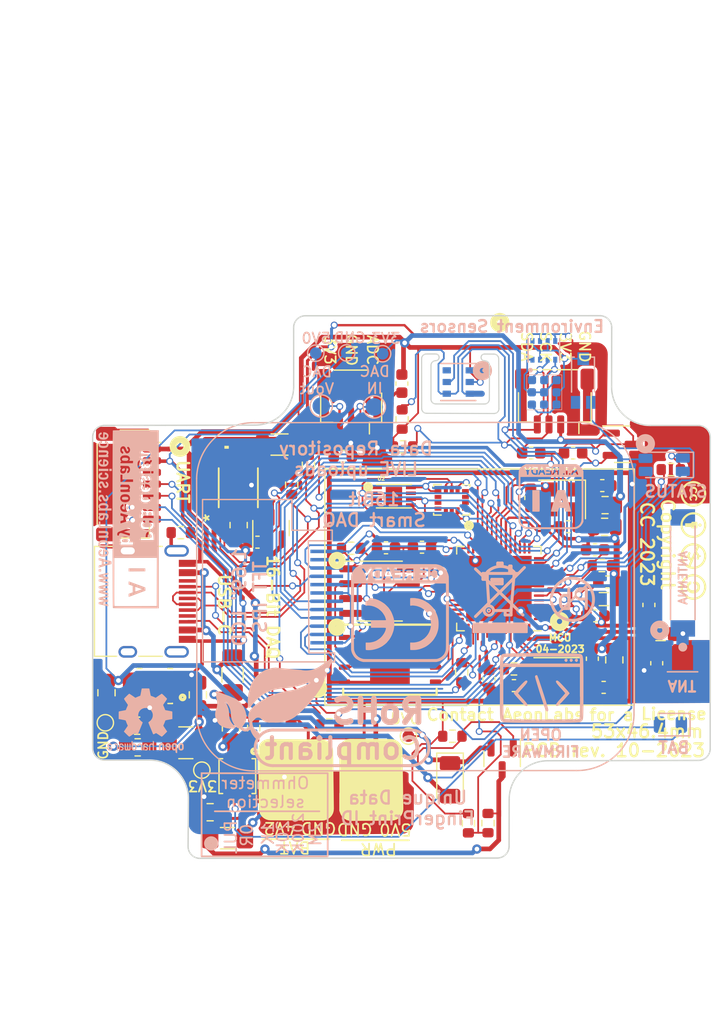
<source format=kicad_pcb>
(kicad_pcb (version 20221018) (generator pcbnew)
  (title_block (date "2021-12-28") (rev "5.3") (company "AeonLabs"))
  (layers (0 "F.Cu" signal) (31 "B.Cu" signal) (34 "B.Paste" user) (35 "F.Paste" user) (36 "B.SilkS" user "B.Silkscreen") (37 "F.SilkS" user "F.Silkscreen") (38 "B.Mask" user) (39 "F.Mask" user) (44 "Edge.Cuts" user))
  (net 0 "")
  (net 1 "GND")
  (net 2 "VOLTAGE_REF_IO07")
  (net 3 "Net-(U3-I_SET)")
  (net 4 "3V3")
  (net 5 "VDD_SPI")
  (net 6 "CHIP_EN")
  (net 7 "ESP_GPIO0_BOOT-DTR")
  (net 8 "GPIO8_I2C_SDA")
  (net 9 "USB_D-")
  (net 10 "SPIHD")
  (net 11 "SPIWP")
  (net 12 "SPICS0")
  (net 13 "SPICLK")
  (net 14 "SPIQ")
  (net 15 "SPID")
  (net 16 "USB_D+")
  (net 17 "Net-(ESP32S1-LNA_IN{slash}RF)")
  (net 18 "Net-(ESP32S1-GPIO16{slash}ADC2_CH5{slash}XTAL_32K_N)")
  (net 19 "Net-(ESP32S1-GPIO15{slash}ADC2_CH4{slash}XTAL_32K_P)")
  (net 20 "TXD0")
  (net 21 "RXD0")
  (net 22 "DAC_CALIBRATION")
  (net 23 "Net-(ESP32S1-XTAL_P)")
  (net 24 "Net-(ESP32S1-XTAL_N)")
  (net 25 "GPIO9_I2C_SCL")
  (net 26 "Net-(ESP32S1-U0TXD{slash}PROG{slash}GPIO43)")
  (net 27 "SPICS1")
  (net 28 "VIN_BATF")
  (net 29 "VIN_BAT")
  (net 30 "STDBY_LED_G")
  (net 31 "CHRG_LED_R")
  (net 32 "VIN")
  (net 33 "USB_5V0")
  (net 34 "BAT_SENSE_IO21")
  (net 35 "Net-(J1-CC1)")
  (net 37 "Net-(J1-CC2)")
  (net 39 "Net-(LED1-RA)")
  (net 40 "unconnected-(U4-NC-Pad1)")
  (net 42 "ADC_IN_IO04")
  (net 43 "PLUG_PWR_3V3_EN_IO38")
  (net 44 "USB_5V0F")
  (net 47 "unconnected-(ESP32S1-MTCK{slash}JTAG{slash}GPIO39-Pad44)")
  (net 48 "unconnected-(ESP32S1-MTDO{slash}JTAG{slash}GPIO40-Pad45)")
  (net 49 "unconnected-(ESP32S1-MTDI{slash}JTAG{slash}GPIO41-Pad47)")
  (net 50 "unconnected-(ESP32S1-MTMS{slash}JTAG{slash}GPIO42-Pad48)")
  (net 51 "Net-(AUR1-FB)")
  (net 52 "Net-(AUR1-SW)")
  (net 53 "Net-(ESP32S1-VDD3P3-Pad2)")
  (net 54 "Net-(E_LNA_ANT2-SIG)")
  (net 55 "Net-(J1-SHIELD-PadS1)")
  (net 64 "TEMT6000_IO33")
  (net 66 "LED_G_IO02")
  (net 67 "LED_R_IO04")
  (net 68 "LED_B_IO05")
  (net 71 "LCD_LED_IO21")
  (net 72 "unconnected-(ESP32S1-GPIO36-Pad41)")
  (net 73 "LCD_DC_IO17")
  (net 74 "LCD_I2C_SDA_IO38")
  (net 75 "LCD_RST_IO37")
  (net 76 "unconnected-(ESP32S1-GPIO35-Pad40)")
  (net 77 "LCD_CS_IO13")
  (net 78 "LCD_I2C_SCL_IO12")
  (net 79 "GNDD")
  (net 80 "unconnected-(ESP32S1-GPIO11{slash}ADC2_CH0-Pad16)")
  (net 81 "PERIPHERALS_PWR_EN_IO10")
  (net 82 "ADC_A0")
  (net 83 "ADC_VOUT")
  (net 86 "INA237_PROBE_-")
  (net 87 "INA237_PROBE_+")
  (net 88 "INA237_ALRT_IO")
  (footprint "Package_TO_SOT_SMD:SOT-23" (layer "F.Cu") (at 226.11 108.7475 -90)
    (fp_text reference "DMP1045U_1" hide)
    (fp_text value "DMP1045U")
  )
  (footprint "Resistor_SMD:R_0603_1608Metric" (layer "F.Cu") (at 224.9 114.24 -90)
    (fp_text reference "BAT_SENSE_R2" hide)
    (fp_text value "100k")
  )
  (footprint "Resistor_SMD:R_0805_2012Metric_Pad1.20x1.40mm_HandSolder" (layer "F.Cu") (at 194.92 107.76)
    (fp_text reference "AUR_R1" hide)
    (fp_text value "75k")
  )
  (footprint "Capacitor_SMD:C_0805_2012Metric" (layer "F.Cu") (at 235.71 100.28 90)
    (fp_text reference "E_VDDA_C2" hide)
    (fp_text value "1uF 10% 50V")
  )
  (footprint "" (layer "F.Cu") (at 227.82 77.62 90)
    (fp_text reference "")
    (fp_text value "")
  )
  (footprint "Connector_JST:JST_SH_SM03B-SRSS-TB_1x03-1MP_P1.00mm_Horizontal" (layer "F.Cu") (at 208.52 110.62)
    (fp_text reference "ExtSWBAT_PLUG2" hide)
    (fp_text value "Conn_01x03_Female")
  )
  (footprint "Capacitor_SMD:C_0603_1608Metric" (layer "F.Cu") (at 217.53 76.645 90)
    (fp_text reference "ATH20_C2" hide)
    (fp_text value "100nF")
  )
  (footprint "Connector_JST:JST_SH_SM07B-SRSS-TB_1x07-1MP_P1.00mm_Horizontal" (layer "F.Cu") (at 194.135 85.24 -90)
    (fp_text reference "JICSP1" hide)
    (fp_text value "Conn_01x07_Socket" hide)
  )
  (footprint "Resistor_SMD:R_0603_1608Metric" (layer "F.Cu") (at 221.85 106.81 180)
    (fp_text reference "DMP1045_R1" hide)
    (fp_text value "10K")
  )
  (footprint "Package_DFN_QFN:AUR9718 ST1S09 SON95P300X300X100-7N" (layer "F.Cu") (at 196.39 102.51 180)
    (fp_text reference "AUR1" hide)
    (fp_text value "AUR9718x_DFN_3x3mm_6_pin")
  )
  (footprint "Capacitor_SMD:C_0603_1608Metric" (layer "F.Cu") (at 234.8 102.63)
    (fp_text reference "E_XTAL40_C1" hide)
    (fp_text value "22pF 5% 50V")
  )
  (footprint "Capacitor_SMD:C_0603_1608Metric" (layer "F.Cu") (at 239.34 100.565 -90)
    (fp_text reference "E_LNA_C1" hide)
    (fp_text value "2.7pF")
  )
  (footprint "Package_DFN_QFN:QFN8 3.1x2.9mm QFNn-8 3x3 SON80P400X400X100-9N" (layer "F.Cu") (at 203.02 109.71 -90)
    (fp_text reference "U3" hide)
    (fp_text value "Battery_charger_CN3065_QFN8")
  )
  (footprint "Capacitor_SMD:C_0603_1608Metric" (layer "F.Cu") (at 234.68 85.37)
    (fp_text reference "E_XTAL32_C2" hide)
    (fp_text value "22pF 5% 50V")
  )
  (footprint "Capacitor_SMD:C_0603_1608Metric" (layer "F.Cu") (at 212.47 82.86 180)
    (fp_text reference "ATSHA_C1" hide)
    (fp_text value "100nF")
  )
  (footprint "Resistor_SMD:R_0603_1608Metric" (layer "F.Cu") (at 223.22 114.25 90)
    (fp_text reference "BAT_SENSE_R1" hide)
    (fp_text value "100k")
  )
  (footprint "Package_TO_SOT_SMD:SOT-23" (layer "F.Cu") (at 206.33 89.0075 90)
    (fp_text reference "MTRT1" hide)
    (fp_text value "NPN")
  )
  (footprint "Capacitor_SMD:C_0805_2012Metric_Pad1.18x1.45mm_HandSolder" (layer "F.Cu") (at 200.07 103.27 90)
    (fp_text reference "AUR_C1" hide)
    (fp_text value "22uF")
  )
  (footprint "Capacitor_SMD:C_0603_1608Metric" (layer "F.Cu") (at 232.185 82.58)
    (fp_text reference "VOLTAGE_REF_C2" hide)
    (fp_text value "100nF")
  )
  (footprint "TestPoint:TestPoint_Pad_D1.0mm" (layer "F.Cu") (at 192.15 105.66)
    (fp_text reference "TP3" hide)
    (fp_text value "GND" hide)
  )
  (footprint "Capacitor_SMD:C_0603_1608Metric" (layer "F.Cu") (at 228.56 86.42 -90)
    (fp_text reference "E_XTAL32_C1" hide)
    (fp_text value "22pF 5% 50V")
  )
  (footprint "Capacitor_SMD:C_0603_1608Metric" (layer "F.Cu") (at 238.67 95.58 90)
    (fp_text reference "E_LNA_C2" hide)
    (fp_text value "2.7pF")
  )
  (footprint "Capacitor_SMD:C_0603_1608Metric" (layer "F.Cu") (at 233.83 100.18 90)
    (fp_text reference "E_VDDA_C1" hide)
    (fp_text value "100nF")
  )
  (footprint "AeonLabs:aeon creative commons logos" (layer "F.Cu") (at 242.53 90.05 -90)
    (fp_text reference "G***" hide)
    (fp_text value "LOGO" hide)
  )
  (footprint "" (layer "F.Cu") (at 206.2 111.13)
    (fp_text reference "")
    (fp_text value "")
  )
  (footprint "Resistor_SMD:R_0603_1608Metric" (layer "F.Cu") (at 198.61 89.39)
    (fp_text reference "USB_PLYG_R2" hide)
    (fp_text value "150K")
  )
  (footprint "Inductor_SMD:L_1210_3225Metric" (layer "F.Cu") (at 199.04 107.37 180)
    (fp_text reference "AUR_l1" hide)
    (fp_text value "3.3uF")
  )
  (footprint "Sensor_Motion:LSM6DS3 Motion Sensor PQFN50P300X250X86-14N" (layer "F.Cu") (at 221.795 86.59 180)
    (fp_text reference "IMU1" hide)
    (fp_text value "LSM6DS3")
  )
  (footprint "AeonLabs_Shields:ESP32-S3 GND Shield" (layer "F.Cu") (at 224.56 93.6 180)
    (fp_text reference "ESP32_SHIELD1" hide)
    (fp_text value "RFShield_OnePiece")
  )
  (footprint "Package_DFN_QFN:QFN-56-1EP_7x7mm_P0.4mm_EP5.6x5.6mm" (layer "F.Cu") (at 225.83 94.18 180)
    (fp_text reference "ESP32S1" hide)
    (fp_text value "ESP32-S3")
  )
  (footprint "" (layer "F.Cu") (at 213 111.09)
    (fp_text reference "")
    (fp_text value "")
  )
  (footprint "Capacitor_SMD:C_0805_2012Metric" (layer "F.Cu") (at 202.9 106.1 -90)
    (fp_text reference "CN3965_C1" hide)
    (fp_text value "22uF")
  )
  (footprint "" (layer "F.Cu") (at 210.76 111.15 90)
    (fp_text reference "")
    (fp_text value "")
  )
  (footprint "Capacitor_SMD:C_0603_1608Metric" (layer "F.Cu") (at 234.065 90.86)
    (fp_text reference "E_RTS_C1" hide)
    (fp_text value "100nF")
  )
  (footprint "Package_TO_SOT_SMD:SOT-23" (layer "F.Cu") (at 236.3875 81.83)
    (fp_text reference "U1" hide)
    (fp_text value "MCP1525-TT" hide)
  )
  (footprint "Resistor_SMD:R_0603_1608Metric" (layer "F.Cu") (at 206.45 104.495 -90)
    (fp_text reference "USB_PLUG_R1" hide)
    (fp_text value "5k1")
  )
  (footprint "Capacitor_SMD:C_0603_1608Metric" (layer "F.Cu") (at 234.09 96.51)
    (fp_text reference "E_VDD_3_C4" hide)
    (fp_text value "100nF 10% 16V")
  )
  (footprint "Capacitor_SMD:C_0805_2012Metric" (layer "F.Cu") (at 234.88 88.9 180)
    (fp_text reference "E_VDD_3_C2" hide)
    (fp_text value "10uF 20% 6.3V")
  )
  (footprint "Capacitor_SMD:C_0603_1608Metric" (layer "F.Cu") (at 224.99 101.91 -90)
    (fp_text reference "E_VDD_CPU_C1" hide)
    (fp_text value "100nF 10% 16V")
  )
  (footprint "Resistor_SMD:R_0603_1608Metric" (layer "F.Cu") (at 217.63 82.05)
    (fp_text reference "I2C_SCL_R1" hide)
    (fp_text value "10k")
  )
  (footprint "Fuse:Fuse_1206_3216Metric_Pad1.42x1.75mm_HandSolder" (layer "F.Cu") (at 203.04 101.58 90)
    (fp_text reference "PWR_FUSE1" hide)
    (fp_text value "Polyfuse")
  )
  (footprint "Package_SO:SOIC-8_3.9x4.9mm_P1.27mm" (layer "F.Cu") (at 215.615 94.395)
    (fp_text reference "EPS1" hide)
    (fp_text value "ESP32-PSRAM_LY68L6400S")
  )
  (footprint "Resistor_SMD:R_0603_1608Metric" (layer "F.Cu") (at 227.12 101.05)
    (fp_text reference "E_DTR_R1" hide)
    (fp_text value "10k")
  )
  (footprint "Crystal:Crystal_SMD_3225-4Pin_3.2x2.5mm" (layer "F.Cu") (at 230.83 101.74 180)
    (fp_text reference "E_XTAL40_1" hide)
    (fp_text value "40Mhz 22pF+-10PPM")
  )
  (footprint "Diode_SMD:D_1206_3216Metric" (layer "F.Cu") (at 221.65 110.535 -90)
    (fp_text reference "DMP1045_SCHOT1" hide)
    (fp_text value "D_Schottky")
  )
  (footprint "Crystal:Crystal_SMD_3225-4Pin_3.2x2.5mm" (layer "F.Cu") (at 231.24 86.55 180)
    (fp_text reference "E_XTAL32_1" hide)
    (fp_text value "32.768Mhz 22pF+-10PPM")
  )
  (footprint "Inductor_SMD:L_0805_2012Metric" (layer "F.Cu") (at 234.82 95.08 180)
    (fp_text reference "E_VDD_L1" hide)
    (fp_text value "12nH 5%")
  )
  (footprint "Resistor_SMD:R_0603_1608Metric" (layer "F.Cu") (at 211.32 105.84)
    (fp_text reference "TMPR1" hide)
    (fp_text value "10K")
  )
  (footprint "Resistor_SMD:R_0603_1608Metric" (layer "F.Cu") (at 208.1 85.3 -90)
    (fp_text reference "IMR1" hide)
    (fp_text value "10K")
  )
  (footprint "Resistor_SMD:R_0603_1608Metric" (layer "F.Cu") (at 217.55 79.715 -90)
    (fp_text reference "I2C_SDA_R1" hide)
    (fp_text value "10k")
  )
  (footprint "Capacitor_SMD:C_0805_2012Metric_Pad1.18x1.45mm_HandSolder" (layer "F.Cu") (at 192.25 103.09 -90)
    (fp_text reference "AUR_C2" hide)
    (fp_text value "4.7uF")
  )
  (footprint "Capacitor_SMD:C_0603_1608Metric" (layer "F.Cu") (at 216.17 90.69 180)
    (fp_text reference "E_SPI_C1" hide)
    (fp_text value "1uF 10% 50V")
  )
  (footprint "Capacitor_SMD:C_0603_1608Metric" (layer "F.Cu") (at 205.17 90.21)
    (fp_text reference "INA4_C1" hide)
    (fp_text value "100nF")
  )
  (footprint "Resistor_SMD:R_1206_3216Metric" (layer "F.Cu") (at 207.06 81.86)
    (fp_text reference "ER1" hide)
    (fp_text value "1R")
  )
  (footprint "" (layer "F.Cu") (at 210.88 77.65 90)
    (fp_text reference "")
    (fp_text value "")
  )
  (footprint "AeonLabs_IC:INA237" (layer "F.Cu") (at 203.529748 85.55775 90)
    (fp_text reference "U5" hide)
    (fp_text value "INA237AIDGSR")
  )
  (footprint "Connector_JST:JST_SH_SM04B-SRSS-TB_1x04-1MP_P1.00mm_Horizontal" (layer "F.Cu") (at 230.62 78.14 180)
    (fp_text reference "I2C_PLUG1" hide)
    (fp_text value "I2C6")
  )
  (footprint "Resistor_SMD:R_0603_1608Metric" (layer "F.Cu") (at 234.64 92.21 180)
    (fp_text reference "E_RTS_R1" hide)
    (fp_text value "10k")
  )
  (footprint "AeonLabs_IC:ATSHA204A-MAHDA-T UDFN-8" (layer "F.Cu") (at 216.85 86.28)
    (fp_text reference "U2")
    (fp_text value "ATSHA204A-MAHDA-T")
  )
  (footprint "Capacitor_SMD:C_0805_2012Metric" (layer "F.Cu") (at 201.12 113.31)
    (fp_text reference "CN3065_C2" hide)
    (fp_text value "4.7uF")
  )
  (footprint "Resistor_SMD:R_0603_1608Metric" (layer "F.Cu") (at 213.18 90.73)
    (fp_text reference "PSRAM_R1" hide)
    (fp_text value "100K")
  )
  (footprint "Connector_USB:USB_C_Receptacle_HRO_TYPE-C-31-M-12" (layer "F.Cu") (at 195.12 95.27 -90)
    (fp_text reference "J1" hide)
    (fp_text value "TYPE-C-31-M-12" hide)
  )
  (footprint "Connector_JST:JST_SH_SM03B-SRSS-TB_1x03-1MP_P1.00mm_Horizontal" (layer "F.Cu") (at 213.19 78.175 180)
    (fp_text reference "ExtSW1" hide)
    (fp_text value "Conn_01x03_Female")
  )
  (footprint "Resistor_SMD:R_0603_1608Metric" (layer "F.Cu") (at 208.05 104.545 -90)
    (fp_text reference "USB_PLUG_R3" hide)
    (fp_text value "5k1")
  )
  (footprint "Capacitor_SMD:C_0603_1608Metric" (layer "F.Cu") (at 227.12 102.48 180)
    (fp_text reference "E_XTAL40_C2" hide)
    (fp_text value "22pF 5% 50V")
  )
  (footprint "Resistor_SMD:R_0603_1608Metric" (layer "F.Cu") (at 240.55 84)
    (fp_text reference "LR1" hide)
    (fp_text value "330R")
  )
  (footprint "Resistor_SMD:R_0805_2012Metric" (layer "F.Cu") (at 203.56 88.75 90)
    (fp_text reference "MTRR1" hide)
    (fp_text value "10k")
  )
  (footprint "Capacitor_SMD:C_0805_2012Metric" (layer "F.Cu") (at 234.92 87.04 180)
    (fp_text reference "E_VDD_3_C1" hide)
    (fp_text value "10uF 20% 6.3V")
  )
  (footprint "Capacitor_SMD:C_0603_1608Metric" (layer "F.Cu") (at 231.79 88.89)
    (fp_text reference "E_VDD_RTC_C1" hide)
    (fp_text value "100nF 10% 16V")
  )
  (footprint "TestPoint:TestPoint_Pad_D1.0mm" (layer "F.Cu") (at 218.09 106.8)
    (fp_text reference "TP1" hide)
    (fp_text value "VIN" hide)
  )
  (footprint "Resistor_SMD:R_0603_1608Metric" (layer "F.Cu") (at 222.65 101.34 90)
    (fp_text reference "E_UART_TX_1" hide)
    (fp_text value "499R")
  )
  (footprint "Capacitor_SMD:C_0603_1608Metric" (layer "F.Cu") (at 228.595 82.58 180)
    (fp_text reference "VOLTAGE_REF_C1" hide)
    (fp_text value "100nF")
  )
  (footprint "Inductor_SMD:L_0805_2012Metric" (layer "F.Cu") (at 239.67 98.07 180)
    (fp_text reference "E_LNA_l1" hide)
    (fp_text value "1.8nH 5%")
  )
  (footprint "" (layer "F.Cu") (at 193.61 80.9)
    (fp_text reference "")
    (fp_text value "")
  )
  (footprint "Resistor_SMD:R_0805_2012Metric_Pad1.20x1.40mm_HandSolder" (layer "F.Cu") (at 194.87 105.91 180)
    (fp_text reference "AUR_R2" hide)
    (fp_text value "24k")
  )
  (footprint "TestPoint:TestPoint_Pad_D1.0mm" (layer "F.Cu") (at 200.41 109.71)
    (fp_text reference "TP2" hide)
    (fp_text value "VOut" hide)
  )
  (footprint "Capacitor_SMD:C_0603_1608Metric" (layer "F.Cu") (at 235.12 93.61 180)
    (fp_text reference "E_VDD_3_C3" hide)
    (fp_text value "100nF 10% 16V")
  )
  (footprint "" (layer "F.Cu") (at 233.43 77.63 90)
    (fp_text reference "")
    (fp_text value "")
  )
  (footprint "AeonLabs Storage:WSON8 FLASH SPI SON127P800X600X80-9N" (layer "F.Cu") (at 216.505 100.265)
    (fp_text reference "ESP_FLASH1" hide)
    (fp_text value "W25Q128JVS")
  )
  (footprint "Resistor_SMD:R_0603_1608Metric" (layer "F.Cu") (at 204.85 106.11 -90)
    (fp_text reference "CN3065_R1" hide)
    (fp_text value "1K8")
  )
  (footprint "Resistor_SMD:R_0603_1608Metric" (layer "F.Cu") (at 209.53 83.6 -90)
    (fp_text reference "IMR2" hide)
    (fp_text value "10K")
  )
  (footprint "" (layer "F.Cu") (at 216.64 111.08)
    (fp_text reference "")
    (fp_text value "")
  )
  (footprint "Fuse:Fuse_1206_3216Metric_Pad1.42x1.75mm_HandSolder" (layer "F.Cu") (at 202.6 115.53)
    (fp_text reference "BAT_FUSE1" hide)
    (fp_text value "Polyfuse")
  )
  (footprint "Capacitor_SMD:C_0603_1608Metric" (layer "F.Cu") (at 219.25 90.64)
    (fp_text reference "E_SPI_C2" hide)
    (fp_text value "100nF 10% 16V")
  )
  (footprint "" (layer "F.Cu") (at 215.49 77.66 90)
    (fp_text reference "")
    (fp_text value "")
  )
  (footprint "AeonLabs Enclosure Boxes:ABB JB6 IP65 57x64mm" (layer "F.Cu") (at 220.75 93.78)
    (fp_text reference "REF**" hide)
    (fp_text value "ABB JB6 IP65 57x64mm")
    (fp_line (start -29.68 14.045484) (end -29.684389 -12.595279) (stroke (width 0.12)) (layer "Edge.Cuts"))
    (fp_line (start -28.718904 15.072335) (end -24.798393 15.067665) (stroke (width 0.12)) (layer "Edge.Cuts"))
    (fp_line (start -28.657538 -13.556375) (end -15.822462 -13.583625) (stroke (width 0.12)) (layer "Edge.Cuts"))
    (fp_line (start -21.517584 22.447976) (end -21.488551 18.410009) (stroke (width 0.12)) (layer "Edge.Cuts"))
    (fp_line (start -20.556488 23.474827) (end 4.927339 23.448648) (stroke (width 0.12)) (layer "Edge.Cuts"))
    (fp_line (start -12.483764 -21.975849) (end -12.480118 -16.893467) (stroke (width 0.12)) (layer "Edge.Cuts"))
    (fp_line (start -11.456913 -22.936945) (end 13.776912 -22.943054) (stroke (width 0.12)) (layer "Edge.Cuts"))
    (fp_line (start 5.95419 22.487552) (end 5.96258 18.437092) (stroke (width 0.12)) (layer "Edge.Cuts"))
    (fp_line (start 14.738008 -21.916203) (end 14.727203 -16.893806) (stroke (width 0.12)) (layer "Edge.Cuts"))
    (fp_line (start 18.037045 -13.551462) (end 22.204116 -13.548538) (stroke (width 0.12)) (layer "Edge.Cuts"))
    (fp_line (start 22.14 15.1) (end 9.304924 15.12725) (stroke (width 0.12)) (layer "Edge.Cuts"))
    (fp_line (start 23.165212 -12.521687) (end 23.166851 14.138904) (stroke (width 0.12)) (layer "Edge.Cuts"))
    (fp_arc (start -29.684389 -12.595279) (mid -29.365412 -13.283579) (end -28.657538 -13.556375) (stroke (width 0.12)) (layer "Edge.Cuts"))
    (fp_arc (start -28.718904 15.072335) (mid -29.407203 14.753357) (end -29.68 14.045484) (stroke (width 0.12)) (layer "Edge.Cuts"))
    (fp_arc (start -24.798393 15.067665) (mid -22.446462 16.048605) (end -21.488551 18.410009) (stroke (width 0.12)) (layer "Edge.Cuts"))
    (fp_arc (start -20.556488 23.474827) (mid -21.244789 23.155851) (end -21.517584 22.447976) (stroke (width 0.12)) (layer "Edge.Cuts"))
    (fp_arc (start -12.483764 -21.975849) (mid -12.164792 -22.664154) (end -11.456913 -22.936945) (stroke (width 0.12)) (layer "Edge.Cuts"))
    (fp_arc (start -12.480118 -16.893467) (mid -13.461062 -14.54154) (end -15.822462 -13.583625) (stroke (width 0.12)) (layer "Edge.Cuts"))
    (fp_arc (start 5.95419 22.487552) (mid 5.635223 23.175861) (end 4.927339 23.448648) (stroke (width 0.12)) (layer "Edge.Cuts"))
    (fp_arc (start 5.96258 18.437092) (mid 6.943525 16.085166) (end 9.304924 15.12725) (stroke (width 0.12)) (layer "Edge.Cuts"))
    (fp_arc (start 13.776912 -22.943054) (mid 14.465188 -22.62407) (end 14.738008 -21.916203) (stroke (width 0.12)) (layer "Edge.Cuts"))
    (fp_arc (start 18.037045 -13.551462) (mid 15.685136 -14.532419) (end 14.727203 -16.893806) (stroke (width 0.12)) (layer "Edge.Cuts"))
    (fp_arc (start 22.204116 -13.548538) (mid 22.892343 -13.229481) (end 23.165212 -12.521687) (stroke (width 0.12)) (layer "Edge.Cuts"))
    (fp_arc (start 23.166851 14.138904) (mid 22.847862 14.827192) (end 22.14 15.1) (stroke (width 0.12)) (layer "Edge.Cuts"))
  )
  (footprint "Connector_JST:JST_SH_SM02B-SRSS-TB_1x02-1MP_P1.00mm_Horizontal" (layer "F.Cu") (at 214.83 110.565)
    (fp_text reference "PWR_PLUG1" hide)
    (fp_text value "Screw_Terminal_01x02")
  )
  (footprint "" (layer "B.Cu") (at 193.62 89.5 180)
    (fp_text reference "")
    (fp_text value "")
  )
  (footprint "RF_Antenna:RF Antenna IPEX SMD PCB HRS_U.FL-R-SMT(01)" (layer "B.Cu") (at 241.55 100)
    (fp_text reference "E_LNA_ANT2" hide)
    (fp_text value "U.FL-R-SMT(01)" hide)
  )
  (footprint "AeonLabs Logosy:AI ready" (layer "B.Cu") (at 230.29 86.31 180)
    (fp_text reference "G***" hide)
    (fp_text value "LOGO" hide)
  )
  (footprint "AeonLabs_Sensors:ENS160 Gas Semsor" (layer "B.Cu") (at 229.725 77.36 -90)
    (fp_text reference "IC_ENS1" hide)
    (fp_text value "~" hide)
  )
  (footprint "OLIMEX_LOGOs-FP:LOGO_RECYCLEBIN_1" (layer "B.Cu") (at 228.2725 97.963 180)
    (fp_text reference "Sign-RecycleBin" hide)
    (fp_text value "" hide)
  )
  (footprint "RF_Antenna:2.4ghZ WIFI ANTENNA AN9520_ANT2-SMD-9.5X2.1X1.0MM" (layer "B.Cu") (at 241.57 92.84 90)
    (property "VALUE" "AN9520")
    (fp_text reference "E_LNA_ANT1" hide)
    (fp_text value "SMD-BUILT-IN-ANTENNA-2.4GHZ(2P-9.5X2.1MM)" hide)
  )
  (footprint "TestPoint:TestPoint_Pad_D1.0mm" (layer "B.Cu") (at 215.88 74.09 180)
    (fp_text reference "TP2" hide)
    (fp_text value "VOut" hide)
  )
  (footprint "TestPoint:TestPoint_Pad_D1.5mm" (layer "B.Cu") (at 210.63 78.56 180)
    (fp_text reference "REF**" hide)
    (fp_text value "TestPoint_Pad_D1.5mm" hide)
  )
  (footprint "Sensor:TEMT6000-SEN" (layer "B.Cu") (at 233.04 76.38 90)
    (fp_text reference "U6" hide)
    (fp_text value "TEMT6000" hide)
  )
  (footprint "Sensor_Humidity:AHT20 HT Sensor PSON100P300X300X110-6N" (layer "B.Cu") (at 222.355 76.51 180)
    (fp_text reference "U4" hide)
    (fp_text value "AHT20" hide)
  )
  (footprint "LED_SMD:LED_1206_3210_RGB_Metric" (layer "B.Cu") (at 240.21 83.64 180)
    (fp_text reference "LED1" hide)
    (fp_text value "LED_GBRC" hide)
  )
  (footprint "OLIMEX_LOGOs-FP:LOGO_ROHS_1" (layer "B.Cu") (at 218.82 108.69 180)
    (fp_text reference "Sign-RoHS" hide)
    (fp_text value "" hide)
  )
  (footprint "AeonLabs Logos:aeonlabs science" (layer "B.Cu") (at 194.1 88.25 90)
    (fp_text reference "G***" hide)
    (fp_text value "LOGO" hide)
  )
  (footprint "AeonLabs Logosy:CE Ready Small Logo" (layer "B.Cu") (at 217.37 96.27 180)
    (fp_text reference "G***" hide)
    (fp_text value "LOGO" hide)
  )
  (footprint "TestPoint:TestPoint_Pad_D1.0mm" (layer "B.Cu") (at 212.81 74.02 180)
    (fp_text reference "TP3" hide)
    (fp_text value "GND" hide)
  )
  (footprint "Symbol:OSHW-Logo2_7.3x6mm_SilkScreen" (layer "B.Cu") (at 195.59 105.48 180)
    (fp_text reference "REF**" hide)
    (fp_text value "OSHW-Logo2_7.3x6mm_SilkScreen" hide)
  )
  (footprint "AeonLabs LCDs:1,69 inch LCD IPS TFT" (layer "B.Cu") (at 222.508795 95.553857 90)
    (fp_text reference "LCD1" hide)
    (fp_text value "Conn_01x12_Male" hide)
  )
  (footprint "LED_SMD:LED_0805_2012Metric" (layer "B.Cu") (at 240.51 105.82 180)
    (fp_text reference "CN3065_STDBY_LED1" hide)
    (fp_text value "LED" hide)
  )
  (footprint "OLIMEX_LOGOs-FP:LOGO_PBFREE" (layer "B.Cu") (at 232.33 94.78)
    (fp_text reference "Sign-PbFree" hide)
    (fp_text value "")
  )
  (footprint "AeonLabs Logos:open_firmware" (layer "B.Cu") (at 229.64 103.64 180)
    (fp_text reference "G***" hide)
    (fp_text value "LOGO" hide)
  )
  (footprint "AeonLabs_Sensors:XDCR_BMP280" (layer "B.Cu") (at 229.68 73.8 -90)
    (fp_text reference "U7" hide)
    (fp_text value "BMP280" hide)
  )
  (footprint "TestPoint:TestPoint_Pad_D1.5mm" (layer "B.Cu") (at 215.17 78.64 180)
    (fp_text reference "REF**" hide)
    (fp_text value "TestPoint_Pad_D1.5mm" hide)
  )
  (footprint "TestPoint:TestPoint_Pad_D1.0mm" (layer "B.Cu") (at 210.16 74.04 180)
    (fp_text reference "TP1" hide)
    (fp_text value "VIN" hide)
  )
  (gr_line (start 201.52 113.23) (end 210.47 113.23) (stroke (width 0.15)) (layer "B.SilkS"))
  (gr_circle (center 201.21 115.98) (end 201.232709 115.67) (stroke (width 0.6)) (fill none) (layer "B.SilkS"))
  (gr_circle (center 239.6 97.74) (end 239.821547 97.76) (stroke (width 0.6)) (fill none) (layer "B.SilkS"))
  (gr_circle (center 224.42 75.532447) (end 224.641547 75.552447) (stroke (width 0.6)) (fill none) (layer "B.SilkS"))
  (gr_circle (center 238.37 81.787553) (end 238.591547 81.807553) (stroke (width 0.6)) (fill none) (layer "B.SilkS"))
  (gr_rect (start 200.39 109.975) (end 211.18 117.085) (stroke (width 0.15)) (fill none) (layer "B.SilkS"))
  (gr_circle (center 231.02 96.99) (end 230.798453 97.01) (stroke (width 0.6)) (fill none) (layer "F.SilkS"))
  (gr_circle (center 225.91 71.42) (end 225.688453 71.44) (stroke (width 0.6)) (fill none) (layer "F.SilkS"))
  (gr_circle (center 223.272448 88.78) (end 223.494896 88.78) (stroke (width 0.4)) (fill none) (layer "F.SilkS"))
  (gr_circle (center 210.31 102.7) (end 210.088453 102.72) (stroke (width 0.6)) (fill none) (layer "F.SilkS"))
  (gr_line (start 212.39 115.71) (end 218.13 115.71) (stroke (width 0.15)) (layer "F.SilkS"))
  (gr_circle (center 211.982685 91.78) (end 211.842685 91.807553) (stroke (width 0.6)) (fill none) (layer "F.SilkS"))
  (gr_circle (center 204.88 108.1) (end 205.07 108.12) (stroke (width 0.28)) (fill none) (layer "F.SilkS"))
  (gr_line (start 205.59 115.62) (end 211.33 115.62) (stroke (width 0.15)) (layer "F.SilkS"))
  (gr_circle (center 211.962685 97.48) (end 211.822685 97.507553) (stroke (width 0.6)) (fill none) (layer "F.SilkS"))
  (gr_circle (center 214.64 85.487552) (end 214.862448 85.487552) (stroke (width 0.4)) (fill none) (layer "F.SilkS"))
  (gr_circle (center 198.762353 103.49) (end 198.742353 103.68) (stroke (width 0.28)) (fill none) (layer "F.SilkS"))
  (gr_circle (center 198.541547 82.02) (end 198.251547 82.05) (stroke (width 0.6)) (fill none) (layer "F.SilkS"))
  (gr_line (start 220.018699 75.114445) (end 220.018212 77.974445) (stroke (width 0.1)) (layer "Edge.Cuts"))
  (gr_line (start 224.604757 78.390487) (end 220.448699 78.384444) (stroke (width 0.1)) (layer "Edge.Cuts"))
  (gr_arc (start 224.594756 74.69) (mid 224.897863 74.802745) (end 225.025243 75.099999) (stroke (width 0.1)) (layer "Edge.Cuts"))
  (gr_arc (start 225.384999 74.120332) (mid 225.688014 74.233174) (end 225.815486 74.530331) (stroke (width 0.1)) (layer "Edge.Cuts"))
  (gr_arc (start 225.834356 78.772673) (mid 225.721621 79.07579) (end 225.424357 79.20316) (stroke (width 0.1)) (layer "Edge.Cuts"))
  (gr_line (start 225.025243 75.099999) (end 225.014756 77.96) (stroke (width 0.1)) (layer "Edge.Cuts"))
  (gr_arc (start 220.018181 75.114445) (mid 220.13094 74.811351) (end 220.42818 74.683958) (stroke (width 0.1)) (layer "Edge.Cuts"))
  (gr_line (start 219.628182 74.11013) (end 220.42818 74.109687) (stroke (width 0.1)) (layer "Edge.Cuts"))
  (gr_arc (start 224.594756 74.69) (mid 224.3076 74.402864) (end 224.594756 74.115729) (stroke (width 0.1)) (layer "Edge.Cuts"))
  (gr_line (start 225.384999 74.120332) (end 224.594756 74.115729) (stroke (width 0.1)) (layer "Edge.Cuts"))
  (gr_line (start 219.655349 79.185476) (end 225.424357 79.20316) (stroke (width 0.1)) (layer "Edge.Cuts"))
  (gr_line (start 219.218701 74.540617) (end 219.224862 78.775477) (stroke (width 0.1)) (layer "Edge.Cuts"))
  (gr_arc (start 220.42818 74.109687) (mid 220.715313 74.396822) (end 220.42818 74.683958) (stroke (width 0.1)) (layer "Edge.Cuts"))
  (gr_line (start 225.834356 78.772673) (end 225.815486 74.530331) (stroke (width 0.1)) (layer "Edge.Cuts"))
  (gr_arc (start 219.218183 74.540617) (mid 219.33087 74.237454) (end 219.628182 74.11013) (stroke (width 0.1)) (layer "Edge.Cuts"))
  (gr_arc (start 220.448699 78.384444) (mid 220.145565 78.271727) (end 220.018212 77.974445) (stroke (width 0.1)) (layer "Edge.Cuts"))
  (gr_arc (start 219.655349 79.185476) (mid 219.35217 79.072806) (end 219.224862 78.775477) (stroke (width 0.1)) (layer "Edge.Cuts"))
  (gr_arc (start 225.014756 77.96) (mid 224.90204 78.263135) (end 224.604757 78.390487) (stroke (width 0.1)) (layer "Edge.Cuts"))
  (gr_text "BAT" (at 240.81 107.79) (layer "B.SilkS") (effects (font (size 1 1) (thickness 0.2)) (justify mirror)))
  (gr_text "5V0\n" (at 210.19 72.77) (layer "B.SilkS") (effects (font (size 0.9 0.9)) (justify mirror)))
  (gr_text "1K" (at 206.06 115.15 90) (layer "B.SilkS") (effects (font (size 1 1)) (justify mirror)))
  (gr_text "2M" (at 210.12 115.16 90) (layer "B.SilkS") (effects (font (size 1 1)) (justify mirror)))
  (gr_text "Unique Data\nFingerPrint ID" (at 218.02 112.95) (layer "B.SilkS") (effects (font (size 1.1 1.1) (thickness 0.2)) (justify mirror)))
  (gr_text "ANTENNA" (at 241.59 93.26 90) (layer "B.SilkS") (effects (font (size 0.7 0.7)) (justify mirror)))
  (gr_text "1.69{dblquote} LCD\nTFT IPS" (at 204.51 94.92 90) (layer "B.SilkS") (effects (font (size 1.1 1.1) (thickness 0.2)) (justify mirror)))
  (gr_text "GND" (at 213.07 72.73) (layer "B.SilkS") (effects (font (size 0.9 0.9)) (justify mirror)))
  (gr_text "3V3" (at 216.13 72.78) (layer "B.SilkS") (effects (font (size 0.9 0.9)) (justify mirror)))
  (gr_text "DAC\nVout" (at 210.26 76.36) (layer "B.SilkS") (effects (font (size 0.9 0.9)) (justify mirror)))
  (gr_text "0R" (at 204.25 115.27 90) (layer "B.SilkS") (effects (font (size 1 1)) (justify mirror)))
  (gr_text "ANT" (at 241.5 102.49 180) (layer "B.SilkS") (effects (font (size 0.9 0.9) (thickness 0.2)) (justify mirror)))
  (gr_text "16Bit\nSmart DAQ" (at 215.15 87.44) (layer "B.SilkS") (effects (font (size 1.1 1.1) (thickness 0.2)) (justify mirror)))
  (gr_text "STATUS" (at 240.98 85.87) (layer "B.SilkS") (effects (font (size 1 1) (thickness 0.2)) (justify mirror)))
  (gr_text "20K" (at 207.34 115.45 90) (layer "B.SilkS") (effects (font (size 1 1)) (justify mirror)))
  (gr_text "200K" (at 208.66 115.1 90) (layer "B.SilkS") (effects (font (size 0.9 0.9)) (justify mirror)))
  (gr_text "Environment Sensors\n" (at 226.94 71.76) (layer "B.SilkS") (effects (font (size 1 1) (thickness 0.2)) (justify mirror)))
  (gr_text "DAC\nIN" (at 215.2 76.33) (layer "B.SilkS") (effects (font (size 0.9 0.9)) (justify mirror)))
  (gr_text "OPEN\nFIRMWARE" (at 229.41 107.43) (layer "B.SilkS") (effects (font (size 0.9 0.9) (thickness 0.2)) (justify mirror)))
  (gr_text "Data Repository\nLIVE uploads" (at 213.59 83.09) (layer "B.SilkS") (effects (font (size 1.1 1.1) (thickness 0.2)) (justify mirror)))
  (gr_text "Ohmmeter\nselection" (at 205.84 111.62) (layer "B.SilkS") (effects (font (size 1 1)) (justify mirror)))
  (gr_text "PUL" (at 202.89 115.44 90) (layer "B.SilkS") (effects (font (size 1 1)) (justify mirror)))
  (gr_text "GND" (at 191.97 107.58 90) (layer "F.SilkS") (effects (font (size 0.8 0.8))))
  (gr_text "3V3" (at 200.46 111.05 180) (layer "F.SilkS") (effects (font (size 0.9 0.9))))
  (gr_text "3V3" (at 211.37 73.78 -90) (layer "F.SilkS") (effects (font (size 0.9 0.9))))
  (gr_text "GND" (at 213.49 114.75 180) (layer "F.SilkS") (effects (font (size 1 1))))
  (gr_text "MCU\n04-2023" (at 231.07 98.87) (layer "F.SilkS") (effects (font (size 0.6 0.6) (thickness 0.15) bold)))
  (gr_text "PCB rev. 10-2023" (at 235.66 108.02) (layer "F.SilkS") (effects (font (size 1.1 1.1) (thickness 0.2))))
  (gr_text "16-Bit DAQ" (at 206.48 95.78 270) (layer "F.SilkS") (effects (font (size 1 1) (thickness 0.2))))
  (gr_text "BAT" (at 208.39 116.32 180) (layer "F.SilkS") (effects (font (size 1 1))))
  (gr_text "Copyright\nCC 2023" (at 239.391469 90.3798 -90) (layer "F.SilkS") (effects (font (size 1.1 1.1) (thickness 0.2))))
  (gr_text "for a\n" (at 233.47 104.98) (layer "F.SilkS") (effects (font (size 1 1) (thickness 0.2)) (justify left)))
  (gr_text "SCK" (at 229.83 73.52 270) (layer "F.SilkS") (effects (font (size 0.9 0.9))))
  (gr_text "Contact AeonLabs" (at 219.53 104.97) (layer "F.SilkS") (effects (font (size 1 1) (thickness 0.2)) (justify left)))
  (gr_text "PWR" (at 215.53 116.45 180) (layer "F.SilkS") (effects (font (size 1 1))))
  (gr_text "3V3" (at 231.5 73.54 -90) (layer "F.SilkS") (effects (font (size 0.9 0.9))))
  (gr_text "53x46.4mm" (at 238.51 106.39) (layer "F.SilkS") (effects (font (size 1.1 1.1) (thickness 0.2))))
  (gr_text "ADC" (at 215.01 73.78 270) (layer "F.SilkS") (effects (font (size 0.9 0.9))))
  (gr_text "License" (at 237.89 104.9) (layer "F.SilkS") (effects (font (size 1 1) (thickness 0.2)) (justify left)))
  (gr_text "4V2" (at 207.094 114.676 180) (layer "F.SilkS") (effects (font (size 1 1))))
  (gr_text "USB-C" (at 202.33 95.58 -90) (layer "F.SilkS") (effects (font (size 1 1) (thickness 0.2))))
  (gr_text "5V0" (at 216.98 114.785 180) (layer "F.SilkS") (effects (font (size 1 1))))
  (gr_text "GND" (at 233.17 73.47 270) (layer "F.SilkS") (effects (font (size 0.9 0.9))))
  (gr_text "GND" (at 213.2 73.76 -90) (layer "F.SilkS") (effects (font (size 0.9 0.9))))
  (gr_text "GND" (at 210.396 114.676 180) (layer "F.SilkS") (effects (font (size 1 1))))
  (gr_text "5V0\n" (at 217.81 105.31) (layer "F.SilkS") (effects (font (size 0.9 0.9))))
  (gr_text "SDA" (at 228.21 73.47 -90) (layer "F.SilkS") (effects (font (size 0.9 0.9))))
  (gr_text "UART" (at 198.78 85.04 -90) (layer "F.SilkS") (effects (font (size 1 1) (thickness 0.2))))
  (segment (start 211.315 94.05) (end 211.315 100.245) (width 0.15) (layer "F.Cu") (net 1))
  (segment (start 224.96 102.725) (end 224.775 102.725) (width 0.2) (layer "F.Cu") (net 1))
  (segment (start 200.42 113.785) (end 200.42 113.71) (width 0.25) (layer "F.Cu") (net 1))
  (segment (start 231.391954 99.578914) (end 231.501361 99.688321) (width 0.2) (layer "F.Cu") (net 1))
  (segment (start 229.642436 99.035318) (end 229.835244 99.073679) (width 0.2) (layer "F.Cu") (net 1))
  (segment (start 231.501361 99.688321) (end 232.608321 99.688321) (width 0.2) (layer "F.Cu") (net 1))
  (segment (start 196.175 83.28) (end 196.135 83.24) (width 0.3) (layer "F.Cu") (net 1))
  (segment (start 229.4455 88.4455) (end 227.568118 86.568118) (width 0.2) (layer "F.Cu") (net 1))
  (segment (start 200.33 91.88) (end 199.305 91.88) (width 0.3) (layer "F.Cu") (net 1))
  (segment (start 221.025 106.81) (end 220.69 106.81) (width 0.15) (layer "F.Cu") (net 1))
  (segment (start 230.489878 97.517855) (end 229.8 97.517855) (width 0.32) (layer "F.Cu") (net 1))
  (segment (start 230.809558 97.837535) (end 230.489878 97.517855) (width 0.32) (layer "F.Cu") (net 1))
  (segment (start 204.15 90.92) (end 204.15 90.89) (width 0.4) (layer "F.Cu") (net 1))
  (segment (start 214.3 106.95) (end 214.3 105.5) (width 0.25) (layer "F.Cu") (net 1))
  (segment (start 200.28 112.39) (end 200.28 113.59) (width 0.25) (layer "F.Cu") (net 1))
  (segment (start 233.73125 87.063321) (end 233.93 87.262071) (width 0.3) (layer "F.Cu") (net 1))
  (segment (start 204.18 90.92) (end 204.15 90.92) (width 0.4) (layer "F.Cu") (net 1))
  (segment (start 230.180313 99.258143) (end 230.25125 99.326214) (width 0.2) (layer "F.Cu") (net 1))
  (segment (start 218.43 110.63) (end 221.225 113.425) (width 0.15) (layer "F.Cu") (net 1))
  (segment (start 220.66 90.04) (end 220.09 90.61) (width 0.15) (layer "F.Cu") (net 1))
  (segment (start 232.30625 87.510764) (end 232.102743 87.307257) (width 0.3) (layer "F.Cu") (net 1))
  (segment (start 214.3 105.5) (end 214.3 103.74) (width 0.25) (layer "F.Cu") (net 1))
  (segment (start 234.85 101.29) (end 234.515 100.955) (width 0.2) (layer "F.Cu") (net 1))
  (segment (start 213.245 84.28) (end 211.35 84.28) (width 0.2) (layer "F.Cu") (net 1))
  (segment (start 219.54 89.86) (end 215.32 89.86) (width 0.15) (layer "F.Cu") (net 1))
  (segment (start 237.021199 97.359995) (end 237.081199 97.299995) (width 0.32) (layer "F.Cu") (net 1))
  (segment (start 238.395 94.82) (end 237.08 94.82) (width 0.32) (layer "F.Cu") (net 1))
  (segment (start 203.93 94.93) (end 203.93 95.43) (width 0.3) (layer "F.Cu") (net 1))
  (segment (start 214.82 89.36) (end 215.255 89.795) (width 0.25) (layer "F.Cu") (net 1))
  (segment (start 193.49 106.03) (end 193.49 104.76) (width 0.4) (layer "F.Cu") (net 1))
  (segment (start 207.24 90.51) (end 206.53 91.22) (width 0.4) (layer "F.Cu") (net 1))
  (segment (start 203.22 108.82) (end 203.22 109.89) (width 0.25) (layer "F.Cu") (net 1))
  (segment (start 231.921199 102.882495) (end 231.921199 103.857495) (width 0.3) (layer "F.Cu") (net 1))
  (segment (start 235.45625 85.559661) (end 233.95259 87.063321) (width 0.3) (layer "F.Cu") (net 1))
  (segment (start 232.675952 94.695721) (end 232.734279 94.695721) (width 0.15) (layer "F.Cu") (net 1))
  (segment (start 220.045 90.61) (end 220.045 90.365) (width 0.15) (layer "F.Cu") (net 1))
  (segment (start 220.03 107.47) (end 219.225025 107.47) (width 0.15) (layer "F.Cu") (net 1))
  (segment (start 209.52 108.62) (end 209.52 107.51) (width 0.25) (layer "F.Cu") (net 1))
  (segment (start 230.0655 89.2455) (end 229.114128 89.2455) (width 0.2) (layer "F.Cu") (net 1))
  (segment (start 193.49 105.9) (end 193.39 105.8) (width 0.15) (layer "F.Cu") (net 1))
  (segment (start 215.025 102.19) (end 211.315 102.19) (width 0.25) (layer "F.Cu") (net 1))
  (segment (start 227.568118 86.568118) (end 227.568118 85.9045) (width 0.2) (layer "F.Cu") (net 1))
  (segment (start 219.225025 107.47) (end 218.43 108.265026) (width 0.15) (layer "F.Cu") (net 1))
  (segment (start 214.58 89.36) (end 214.73 89.51) (width 0.15) (layer "F.Cu") (net 1))
  (segment (start 232.30625 88.773321) (end 232.30625 87.510764) (width 0.3) (layer "F.Cu") (net 1))
  (segment (start 230.016863 99.148918) (end 230.180313 99.258143) (width 0.2) (layer "F.Cu") (net 1))
  (segment (start 234.90625 97.268321) (end 234.823221 97.35135) (width 0.2) (layer "F.Cu") (net 1))
  (segment (start 206.53 91.22) (end 204.48 91.22) (width 0.4) (layer "F.Cu") (net 1))
  (segment (start 223.34 113.4) (end 223.2 113.54) (width 0.25) (layer "F.Cu") (net 1))
  (segment (start 208.505 105.285) (end 204.85 105.285) (width 0.25) (layer "F.Cu") (net 1))
  (segment (start 202.94 104.91) (end 202.5 105.35) (width 0.25) (layer "F.Cu") (net 1))
  (segment (start 225.01 102.72) (end 226.43 102.72) (width 0.3) (layer "F.Cu") (net 1))
  (segment (start 218.43 108.265026) (end 218.43 110.63) (width 0.15) (layer "F.Cu") (net 1))
  (segment (start 233.01 100.09) (end 233.01 100.818796) (width 0.2) (layer "F.Cu") (net 1))
  (segment (start 229.85125 85.653321) (end 230.25125 85.653321) (width 0.3) (layer "F.Cu") (net 1))
  (segment (start 214.3 108.155) (end 214.3 106.95) (width 0.25) (layer "F.Cu") (net 1))
  (segment (start 229.544143 99.033321) (end 229.642436 99.035318) (width 0.2) (layer "F.Cu") (net 1))
  (segment (start 209.98 106.95) (end 214.3 106.95) (width 0.25) (layer "F.Cu") (net 1))
  (segment (start 233.93 87.262071) (end 233.93 89.52) (width 0.3) (layer "F.Cu") (net 1))
  (segment (start 238.67 94.805) (end 238.665 94.8) (width 0.32) (layer "F.Cu") (net 1))
  (segment (start 200.24 91.79) (end 200.33 91.88) (width 0.3) (layer "F.Cu") (net 1))
  (segment (start 226.42125 94.84875) (end 227.296679 93.973321) (width 0.15) (layer "F.Cu") (net 1))
  (segment (start 237.09 101.16) (end 239.16 101.16) (width 0.32) (layer "F.Cu") (net 1))
  (segment (start 203.975 98.575) (end 203.88 98.67) (width 0.3) (layer "F.Cu") (net 1))
  (segment (start 200.24 90.195) (end 200.24 91.79) (width 0.3) (layer "F.Cu") (net 1))
  (segment (start 199.435 89.39) (end 200.24 90.195) (width 0.3) (layer "F.Cu") (net 1))
  (segment (start 193.49 104.76) (end 193.67 104.58) (width 0.4) (layer "F.Cu") (net 1))
  (segment (start 197.66 83.28) (end 196.175 83.28) (width 0.3) (layer "F.Cu") (net 1))
  (segment (start 209.52 107.51) (end 209.52 107.41) (width 0.25) (layer "F.Cu") (net 1))
  (segment (start 232.608321 99.688321) (end 233.01 100.09) (width 0.2) (layer "F.Cu") (net 1))
  (segment (start 193.1275 104.2475) (end 193.565 104.685) (width 0.4) (layer "F.Cu") (net 1))
  (segment (start 198.77 84.3) (end 198.77 88.17) (width 0.3) (layer "F.Cu") (net 1))
  (segment (start 233.01 100.818796) (end 233.266199 101.074995) (width 0.2) (layer "F.Cu") (net 1))
  (segment (start 231.39 90.57) (end 230.0655 89.2455) (width 0.2) (layer "F.Cu") (net 1))
  (segment (start 207.24 89.775) (end 207.24 90.51) (width 0.4) (layer "F.Cu") (net 1))
  (segment (start 235.45625 85.443321) (end 235.45625 85.559661) (width 0.3) (layer "F.Cu") (net 1))
  (segment (start 213.14 96.3) (end 213.14 97.38) (width 0.15) (layer "F.Cu") (net 1))
  (segment (start 213.14 96.3) (end 212.32 96.3) (width 0.15) (layer "F.Cu") (net 1))
  (segment (start 230.420698 85.625213) (end 230.420698 85.750698) (width 0.15) (layer "F.Cu") (net 1))
  (segment (start 235.641199 101.327495) (end 235.641199 102.592495) (width 0.3) (layer "F.Cu") (net 1))
  (segment (start 230.40765 99.479875) (end 230.548312 99.578914) (width 0.2) (layer "F.Cu") (net 1))
  (segment (start 233.469571 89.980429) (end 233.469571 90.81) (width 0.3) (layer "F.Cu") (net 1))
  (segment (start 199.305 91.88) (end 199.165 92.02) (width 0.3) (layer "F.Cu") (net 1))
  (segment (start 229.71125 85.493321) (end 230.11125 85.493321) (width 0.3) (layer "F.Cu") (net 1))
  (segment (start 209.52 106.3) (end 208.505 105.285) (width 0.25) (layer "F.Cu") (net 1))
  (segment (start 198.77 88.17) (end 199.435 88.835) (width 0.3) (layer "F.Cu") (net 1))
  (segment (start 232.59125 97.35135) (end 234.823221 97.35135) (width 0.32) (layer "F.Cu") (net 1))
  (segment (start 234.823221 97.35135) (end 236.87125 97.35135) (width 0.32) (layer "F.Cu") (net 1))
  (segment (start 237.081199 96.484995) (end 237.081199 97.299995) (width 0.32) (layer "F.Cu") (net 1))
  (segment (start 230.420698 85.750698) (end 232.095213 87.425213) (width 0.15) (layer "F.Cu") (net 1))
  (segment (start 230.548312 99.578914) (end 231.391954 99.578914) (width 0.2) (layer "F.Cu") (net 1))
  (segment (start 233.93 89.52) (end 233.469571 89.980429) (width 0.3) (layer "F.Cu") (net 1))
  (segment (start 202.5 105.35) (end 201.54 105.35) (width 0.25) (layer "F.Cu") (net 1))
  (segment (start 193.67 104.58) (end 195.64 104.58) (width 0.4) (layer "F.Cu") (net 1))
  (segment (start 200.43 100.66) (end 200.43 98.67) (width 0.3) (layer "F.Cu") (net 1))
  (segment (start 200.33 91.88) (end 200.88 91.88) (width 0.3) (layer "F.Cu") (net 1))
  (segment (start 211.315 100.245) (end 211.29 100.27) (width 0.15) (layer "F.Cu") (net 1))
  (segment (start 230.1145 88.4455) (end 229.4455 88.4455) (width 0.2) (layer "F.Cu") (net 1))
  (segment (start 221.225 113.425) (end 223.22 113.425) (width 0.15) (layer "F.Cu") (net 1))
  (segment (start 224.188172 102.138172) (end 224.188172 99.931828) (width 0.2) (layer "F.Cu") (net 1))
  (segment (start 193.39 105.8) (end 191.96 105.8) (width 0.15) (layer "F.Cu") (net 1))
  (segment (start 233.229571 90.57) (end 231.39 90.57) (width 0.2) (layer "F.Cu") (net 1))
  (segment (start 203.235 105.205) (end 204.83 105.205) (width 0.2) (layer "F.Cu") (net 1))
  (segment (start 197.75 83.28) (end 198.77 84.3) (width 0.3) (layer "F.Cu") (net 1))
  (segment (start 209.52 107.41) (end 209.98 106.95) (width 0.25) (layer "F.Cu") (net 1))
  (segment (start 204.48 91.22) (end 204.18 90.92) (width 0.4) (layer "F.Cu") (net 1))
  (segment (start 203.51 110.18) (end 203.43 110.26) (width 0.25) (layer "F.Cu") (net 1))
  (segment (start 202.41 110.26) (end 200.28 112.39) (width 0.25) (layer "F.Cu") (net 1))
  (segment (start 200.88 91.88) (end 203.93 94.93) (width 0.3) (layer "F.Cu") (net 1))
  (segment (start 232.095213 87.425213) (end 232.220698 87.425213) (width 0.15) (layer "F.Cu") (net 1))
  (segment (start 221.025 106.81) (end 221.025 103.855) (width 0.15) (layer "F.Cu") (net 1))
  (segment (start 234.90625 96.453321) (end 234.90625 97.268321) (width 0.2) (layer "F.Cu") (net 1))
  (segment (start 234.515 100.955) (end 233.83 100.955) (width 0.2) (layer "F.Cu") (net 1))
  (segment (start 226.42125 97.610821) (end 226.42125 94.84875) (width 0.15) (layer "F.Cu") (net 1))
  (segment (start 199.435 88.835) (end 199.435 89.39) (width 0.3) (layer "F.Cu") (net 1))
  (segment (start 209.52 107.51) (end 209.52 106.3) (width 0.25) (layer "F.Cu") (net 1))
  (segment (start 235.80317 97.359995) (end 237.021199 97.359995) (width 0.32) (layer "F.Cu") (net 1))
  (segment (start 233.845 94.14) (end 234.385 93.6) (width 0.15) (layer "F.Cu") (net 1))
  (segment (start 221.025 103.855) (end 221.06 103.82) (width 0.15) (layer "F.Cu") (net 1))
  (segment (start 197.825 102.51) (end 196.39 102.51) (width 0.4) (layer "F.Cu") (net 1))
  (segment (start 233.266199 101.074995) (end 233.811199 101.074995) (width 0.2) (layer "F.Cu") (net 1))
  (segment (start 203.43 110.26) (end 202.41 110.26) (width 0.25) (layer "F.Cu") (net 1))
  (segment (start 203.59 90.33) (end 203.59 89.585) (width 0.4) (layer "F.Cu") (net 1))
  (segment (start 232.734279 94.695721) (end 233.29 94.14) (width 0.15) (layer "F.Cu") (net 1))
  (segment (start 220.045 90.365) (end 219.54 89.86) (width 0.15) (layer "F.Cu") (net 1))
  (segment (start 203.88 98.67) (end 199.315 98.67) (width 0.3) (layer "F.Cu") (net 1))
  (segment (start 235.35625 85.248321) (end 235.35625 84.323321) (width 0.3) (layer "F.Cu") (net 1))
  (segment (start 221.025 106.81) (end 221.04 106.795) (width 0.15) (layer "F.Cu") (net 1))
  (segment (start 197.66 83.28) (end 197.75 83.28) (width 0.3) (layer "F.Cu") (net 1))
  (segment (start 228.938357 99.033321) (end 229.544143 99.033321) (width 0.2) (layer "F.Cu") (net 1))
  (segment (start 235.641199 102.782495) (end 235.641199 103.757495) (width 0.3) (layer "F.Cu") (net 1))
  (segment (start 204.15 90.89) (end 203.59 90.33) (width 0.4) (layer "F.Cu") (net 1))
  (segment (start 232.381199 98.419995) (end 237.152157 98.419995) (width 0.32) (layer "F.Cu") (net 1))
  (segment (start 199.53 101.56) (end 199.94 101.97) (width 0.32) (layer "F.Cu") (net 1))
  (segment (start 204.24 109.08) (end 204.24 109.89) (width 0.25) (layer "F.Cu") (net 1))
  (segment (start 229.961199 100.849995) (end 231.761199 102.649995) (width 0.15) (layer "F.Cu") (net 1))
  (segment (start 233.95259 87.063321) (end 233.73125 87.063321) (width 0.3) (layer "F.Cu") (net 1))
  (segment (start 215.465 90.005) (end 215.465 90.77) (width 0.25) (layer "F.Cu") (net 1))
  (segment (start 199.53 101.56) (end 200.43 100.66) (width 0.3) (layer "F.Cu") (net 1))
  (segment (start 230.345464 99.420428) (end 230.40765 99.479875) (width 0.2) (layer "F.Cu") (net 1))
  (segment (start 235.71 101.29) (end 234.85 101.29) (width 0.2) (layer "F.Cu") (net 1))
  (segment (start 224.775 102.725) (end 224.188172 102.138172) (width 0.2) (layer "F.Cu") (net 1))
  (segment (start 221.98 90.04) (end 220.66 90.04) (width 0.15) (layer "F.Cu") (net 1))
  (segment (start 232.359657 97.335145) (end 232.590292 97.35135) (width 0.32) (layer "F.Cu") (net 1))
  (segment (start 233.29 94.14) (end 233.845 94.14) (width 0.15) (layer "F.Cu") (net 1))
  (segment (start 232.35733 98.419995) (end 232.085068 98.419995) (width 0.32) (layer "F.Cu") (net 1))
  (segment (start 233.369358 87.425213) (end 233.73125 87.063321) (width 0.3) (layer "F.Cu") (net 1))
  (segment (start 220.09 90.61) (end 220.045 90.61) (width 0.15) (layer "F.Cu") (net 1))
  (segment (start 239.16 101.16) (end 239.34 101.34) (width 0.32) (layer "F.Cu") (net 1))
  (segment (start 195.64 104.58) (end 196.39 103.83) (width 0.4) (layer "F.Cu") (net 1))
  (segment (start 199.94 101.97) (end 199.94 102.235) (width 0.32) (layer "F.Cu") (net 1))
  (segment (start 215.32 89.86) (end 215.255 89.795) (width 0.15) (layer "F.Cu") (net 1))
  (segment (start 224.94 102.8025) (end 224.94 103.7775) (width 0.3) (layer "F.Cu") (net 1))
  (segment (start 227.296679 93.973321) (end 229.25875 93.973321) (width 0.15) (layer "F.Cu") (net 1))
  (segment (start 230.25125 99.326214) (end 230.345464 99.420428) (width 0.2) (layer "F.Cu") (net 1))
  (segment (start 229.114128 89.2455) (end 228.388628 88.52) (width 0.2) (layer "F.Cu") (net 1))
  (segment (start 215.255 89.795) (end 215.465 90.005) (width 0.25) (layer "F.Cu") (net 1))
  (segment (start 196.39 103.83) (end 196.39 102.51) (width 0.4) (layer "F.Cu") (net 1))
  (segment (start 232.220698 87.425213) (end 233.369358 87.425213) (width 0.3) (layer "F.Cu") (net 1))
  (segment (start 229.83625 85.638321) (end 229.85125 85.653321) (width 0.3) (layer "F.Cu") (net 1))
  (segment (start 229.835244 99.073679) (end 230.016863 99.148918) (width 0.2) (layer "F.Cu") (net 1))
  (segment (start 228.388628 88.52) (end 227.7195 88.52) (width 0.2) (layer "F.Cu") (net 1))
  (segment (start 220.69 106.81) (end 220.03 107.47) (width 0.15) (layer "F.Cu") (net 1))
  (segment (start 199.315 98.67) (end 199.165 98.52) (width 0.3) (layer "F.Cu") (net 1))
  (segment (start 192.24 104.2475) (end 193.1275 104.2475) (width 0.4) (layer "F.Cu") (net 1))
  (via (at 227.568118 85.9045) (size 0.6) (drill 0.4) (layers "F.Cu" "B.Cu") (net 1))
  (via (at 229.8 97.517855) (size 0.6) (drill 0.4) (layers "F.Cu" "B.Cu") (net 1))
  (via (at 203.975 98.575) (size 0.6) (drill 0.4) (layers "F.Cu" "B.Cu") (net 1))
  (via (at 238.26 101.18) (size 0.6) (drill 0.4) (layers "F.Cu" "B.Cu") (net 1))
  (via (at 214.73 89.51) (size 0.6) (drill 0.4) (layers "F.Cu" "B.Cu") (net 1))
  (via (at 199.53 101.56) (size 0.7) (drill 0.4) (layers "F.Cu" "B.Cu") (net 1))
  (via (at 237.24 85.24) (size 0.6) (drill 0.4) (layers "F.Cu" "B.Cu") (net 1))
  (via (at 201.53 105.45) (size 0.8) (drill 0.4) (layers "F.Cu" "B.Cu") (net 1))
  (via (at 213.14 97.38) (size 0.6) (drill 0.4) (layers "F.Cu" "B.Cu") (net 1))
  (via (at 234.61 97.06) (size 0.6) (drill 0.4) (layers "F.Cu" "B.Cu") (net 1))
  (via (at 232.675952 94.695721) (size 0.6) (drill 0.4) (layers "F.Cu" "B.Cu") (net 1))
  (via (at 211.14 101.17) (size 0.6) (drill 0.4) (layers "F.Cu" "B.Cu") (net 1))
  (via (at 229.830698 85.385213) (size 0.6) (drill 0.4) (layers "F.Cu" "B.Cu") (net 1))
  (via (at 195.95 104.37) (size 0.7) (drill 0.4) (layers "F.Cu" "B.Cu") (net 1))
  (via (at 227.711199 96.109995) (size 0.8) (drill 0.4) (layers "F.Cu" "B.Cu") (net 1))
  (via (at 223.820698 91.785213) (size 0.6) (drill 0.4) (layers "F.Cu" "B.Cu") (net 1))
  (via (at 197.66 83.28) (size 0.6) (drill 0.4) (layers "F.Cu" "B.Cu") (net 1))
  (via (at 221.98 90.04) (size 0.6) (drill 0.4) (layers "F.Cu" "B.Cu") (net 1))
  (via (at 200.6 111.98) (size 0.8) (drill 0.4) (layers "F.Cu" "B.Cu") (net 1))
  (via (at 204.15 90.92) (size 0.8) (drill 0.4) (layers "F.Cu" "B.Cu") (net 1))
  (via (at 203.93 95.43) (size 0.6) (drill 0.4) (layers "F.Cu" "B.Cu") (net 1))
  (arc (start 231.470878 96.930832) (mid 231.878817 97.213115) (end 232.359657 97.335145) (width 0.32) (layer "F.Cu") (net 1))
  (arc (start 230.807037 97.837535) (mid 231.395836 98.245049) (end 232.090292 98.42135) (width 0.32) (layer "F.Cu") (net 1))
  (segment (start 229.165784 97.517855) (end 227.757924 96.109995) (width 0.4) (layer "B.Cu") (net 1))
  (segment (start 201.53 105.45) (end 200.6 106.38) (width 0.25) (layer "B.Cu") (net 1))
  (segment (start 211.365 94.54) (end 211.355 94.55) (width 0.15) (layer "B.Cu") (net 1))
  (segment (start 204.15 91.82) (end 203.73 92.24) (width 0.25) (layer "B.Cu") (net 1))
  (segment (start 201.53 105.23) (end 201.53 105.45) (width 0.4) (layer "B.Cu") (net 1))
  (segment (start 197.36 101.58) (end 195.95 102.99) (width 0.32) (layer "B.Cu") (net 1))
  (segment (start 236.16 90.61) (end 232.12 90.61) (width 0.25) (layer "B.Cu") (net 1))
  (segment (start 212.87 94.555) (end 212.955 94.64) (width 0.15) (layer "B.Cu") (net 1))
  (segment (start 212.49 74.23) (end 213.02 74.23) (width 0.15) (layer "B.Cu") (net 1))
  (segment (start 210.021205 90.996143) (end 213 90.996143) (width 0.15) (layer "B.Cu") (net 1))
  (segment (start 212.955 91.041143) (end 212.955 91.77) (width 0.15) (layer "B.Cu") (net 1))
  (segment (start 206.544974 81) (end 209.22 78.324974) (width 0.15) (layer "B.Cu") (net 1))
  (segment (start 237.26 85.22) (end 237.24 85.24) (width 0.25) (layer "B.Cu") (net 1))
  (segment (start 234.59 96.705026) (end 234.59 97.19) (width 0.15) (layer "B.Cu") (net 1))
  (segment (start 236.61 90.16) (end 236.16 90.61) (width 0.25) (layer "B.Cu") (net 1))
  (segment (start 199.35 81) (end 206.544974 81) (width 0.15) (layer "B.Cu") (net 1))
  (segment (start 209.04 101.17) (end 211.14 101.17) (width 0.25) (layer "B.Cu") (net 1))
  (segment (start 240.085 101.765) (end 240.085 100.73) (width 0.32) (layer "B.Cu") (net 1))
  (segment (start 203.975 95.475) (end 203.93 95.43) (width 0.3) (layer "B.Cu") (net 1))
  (segment (start 243.035 101.555) (end 242.42 102.17) (width 0.32) (layer "B.Cu") (net 1))
  (segment (start 213.093857 90.996143) (end 214.58 89.51) (width 0.15) (layer "B.Cu") (net 1))
  (segment (start 211.365 93.87) (end 211.355 93.86) (width 0.15) (layer "B.Cu") (net 1))
  (segment (start 199.02 87.409391) (end 202.640609 91.03) (width 0.25) (layer "B.Cu") (net 1))
  (segment (start 221.98 90.04) (end 222.39 90.04) (width 0.15) (layer "B.Cu") (net 1))
  (segment (start 228.087405 85.385213) (end 229.830698 85.385213) (width 0.2) (layer "B.Cu") (net 1))
  (segment (start 199.51 101.58) (end 197.36 101.58) (width 0.32) (layer "B.Cu") (net 1))
  (segment (start 200.05 102.08) (end 200.05 103.75) (width 0.4) (layer "B.Cu") (net 1))
  (segment (start 236.61 87.22934) (end 236.61 90.16) (width 0.25) (layer "B.Cu") (net 1))
  (segment (start 212.895 91.71) (end 212.955 91.77) (width 0.15) (layer "B.Cu") (net 1))
  (segment (start 213.02 74.23) (end 212.81 74.02) (width 0.15) (layer "B.Cu") (net 1))
  (segment (start 212.955 93.86) (end 212.955 94.64) (width 0.15) (layer "B.Cu") (net 1))
  (segment (start 209.12 101.98) (end 209.12 101.25) (width 0.15) (layer "B.Cu") (net 1))
  (segment (start 209.89 102.75) (end 221 102.75) (width 0.15) (layer "B.Cu") (net 1))
  (segment (start 223.810698 91.460698) (end 223.810698 91.845213) (width 0.15) (layer "B.Cu") (net 1))
  (segment (start 212.955 91.77) (end 212.955 93.86) (width 0.15) (layer "B.Cu") (net 1))
  (segment (start 199.02 84.6) (end 199.02 87.409391) (width 0.25) (layer "B.Cu") (net 1))
  (segment (start 197.66 83.28) (end 197.7 83.28) (width 0.25) (layer "B.Cu") (net 1))
  (segment (start 214.58 89.51) (end 214.73 89.51) (width 0.15) (layer "B.Cu") (net 1))
  (segment (start 237.26 86.57934) (end 236.61 87.22934) (width 0.25) (layer "B.Cu") (net 1))
  (segment (start 242.42 102.17) (end 240.49 102.17) (width 0.32) (layer "B.Cu") (net 1))
  (segment (start 209.22 77.5) (end 212.49 74.23) (width 0.15) (layer "B.Cu") (net 1))
  (segment (start 232.675952 94.790978) (end 234.59 96.705026) (width 0.15) (layer "B.Cu") (net 1))
  (segment (start 211.095 91.71) (end 212.895 91.71) (width 0.15) (layer "B.Cu") (net 1))
  (segment (start 203.975 98.575) (end 203.975 95.475) (width 0.3) (layer "B.Cu") (net 1))
  (segment (start 213.16 98.32) (end 212.665 98.815) (width 0.15) (layer "B.Cu") (net 1))
  (segment (start 237.26 85.06) (end 237.26 85.22) (width 0.25) (layer "B.Cu") (net 1))
  (segment (start 240.49 102.17) (end 240.085 101.765) (width 0.32) (layer "B.Cu") (net 1))
  (segment (start 199.53 101.56) (end 200.05 102.08) (width 0.4) (layer "B.Cu") (net 1))
  (segment (start 211.1 94.555) (end 212.87 94.555) (width 0.15) (layer "B.Cu") (net 1))
  (segment (start 212.955 94.64) (end 213.16 94.845) (width 0.15) (layer "B.Cu") (net 1))
  (segment (start 243.035 100.73) (end 243.035 101.555) (width 0.32) (layer "B.Cu") (net 1))
  (segment (start 200.6 106.38) (end 200.6 111.98) (width 0.25) (layer "B.Cu") (net 1))
  (segment (start 211.095 93.84) (end 212.935 93.84) (width 0.15) (layer "B.Cu") (net 1))
  (segment (start 227.711199 96.06327) (end 227.69125 96.043321) (width 0.4) (layer "B.Cu") (net 1))
  (segment (start 222.39 90.04) (end 223.810698 91.460698) (width 0.15) (layer "B.Cu") (net 1))
  (segment (start 237.26 85.26) (end 237.26 86.57934) (width 0.25) (layer "B.Cu") (net 1))
  (segment (start 203.975 100.274392) (end 204.870608 101.17) (width 0.25) (layer "B.Cu") (net 1))
  (segment (start 209.22 78.324974) (end 209.22 77.5) (width 0.15) (layer "B.Cu") (net 1))
  (segment (start 209.12 101.25) (end 209.04 101.17) (width 0.15) (layer "B.Cu") (net 1))
  (segment (start 204.870608 101.17) (end 209.04 101.17) (width 0.25) (layer "B.Cu") (net 1))
  (segment (start 213 90.996143) (end 213.093857 90.996143) (width 0.15) (layer "B.Cu") (net 1))
  (segment (start 213.16 94.845) (end 213.16 98.32) (width 0.15) (layer "B.Cu") (net 1))
  (segment (start 199.53 101.56) (end 199.51 101.58) (width 0.32) (layer "B.Cu") (net 1))
  (segment (start 204.04 91.03) (end 204.15 90.92) (width 0.25) (layer "B.Cu") (net 1))
  (segment (start 211.365 90.996143) (end 211.63 90.996143) (width 0.15) (layer "B.Cu") (net 1))
  (segment (start 197.66 83.28) (end 197.66 82.69) (width 0.15) (layer "B.Cu") (net 1))
  (segment (start 197.66 82.69) (end 199.35 81) (width 0.15) (layer "B.Cu") (net 1))
  (segment (start 202.640609 91.03) (end 204.04 91.03) (width 0.25) (layer "B.Cu") (net 1))
  (segment (start 213 90.996143) (end 212.955 91.041143) (width 0.15) (layer "B.Cu") (net 1))
  (segment (start 232.675952 94.695721) (end 232.675952 94.790978) (width 0.15) (layer "B.Cu") (net 1))
  (segment (start 203.73 92.24) (end 203.73 95.23) (width 0.25) (layer "B.Cu") (net 1))
  (segment (start 209.12 101.98) (end 209.89 102.75) (width 0.15) (layer "B.Cu") (net 1))
  (segment (start 232.01 90.5) (end 232.12 90.61) (width 0.15) (layer "B.Cu") (net 1))
  (segment (start 200.05 103.75) (end 201.53 105.23) (width 0.4) (layer "B.Cu") (net 1))
  (segment (start 239.635 101.18) (end 238.26 101.18) (width 0.32) (layer "B.Cu") (net 1))
  (segment (start 212.935 93.84) (end 212.955 93.86) (width 0.15) (layer "B.Cu") (net 1))
  (segment (start 197.7 83.28) (end 199.02 84.6) (width 0.25) (layer "B.Cu") (net 1))
  (segment (start 195.95 102.99) (end 195.95 104.37) (width 0.32) (layer "B.Cu") (net 1))
  (segment (start 203.73 95.23) (end 203.93 95.43) (width 0.25) (layer "B.Cu") (net 1))
  (segment (start 227.711199 96.109995) (end 227.711199 96.06327) (width 0.4) (layer "B.Cu") (net 1))
  (segment (start 204.15 90.92) (end 204.15 91.82) (width 0.25) (layer "B.Cu") (net 1))
  (segment (start 203.975 98.575) (end 203.975 100.274392) (width 0.25) (layer "B.Cu") (net 1))
  (segment (start 227.757924 96.109995) (end 227.711199 96.109995) (width 0.4) (layer "B.Cu") (net 1))
  (segment (start 232.01 85.01) (end 232.01 90.5) (width 0.15) (layer "B.Cu") (net 1))
  (segment (start 229.8 97.517855) (end 229.165784 97.517855) (width 0.4) (layer "B.Cu") (net 1))
  (segment (start 210.016205 91.706143) (end 211.273857 91.706143) (width 0.15) (layer "B.Cu") (net 1))
  (segment (start 237.24 85.24) (end 237.26 85.26) (width 0.25) (layer "B.Cu") (net 1))
  (segment (start 227.568118 85.9045) (end 228.087405 85.385213) (width 0.2) (layer "B.Cu") (net 1))
  (segment (start 212.665 98.815) (end 211.1 98.815) (width 0.15) (layer "B.Cu") (net 1))
  (segment (start 240.085 100.73) (end 239.635 101.18) (width 0.32) (layer "B.Cu") (net 1))
  (segment (start 232.855 82.77) (end 232.705 82.62) (width 0.15) (layer "F.Cu") (net 2))
  (segment (start 233.83 83.44) (end 234.11 83.44) (width 0.15) (layer "F.Cu") (net 2))
  (segment (start 230.704679 92.01235) (end 230.343708 92.373321) (width 0.15) (layer "F.Cu") (net 2))
  (segment (start 232.705 82.62) (end 232.905 82.42) (width 0.15) (layer "F.Cu") (net 2))
  (segment (start 235.2425 82.8075) (end 234.61 83.44) (width 0.15) (layer "F.Cu") (net 2))
  (segment (start 233.03 82.64) (end 233.83 83.44) (width 0.15) (layer "F.Cu") (net 2))
  (segment (start 235.2425 82.75) (end 235.2425 82.8075) (width 0.15) (layer "F.Cu") (net 2))
  (segment (start 234.61 83.44) (end 234.11 83.44) (width 0.15) (layer "F.Cu") (net 2))
  (segment (start 230.343708 92.373321) (end 229.25875 92.373321) (width 0.15) (layer "F.Cu") (net 2))
  (segment (start 232.8125 82.64) (end 233.03 82.64) (width 0.15) (layer "F.Cu") (net 2))
  (via (at 230.704679 92.01235) (size 0.6) (drill 0.4) (layers "F.Cu" "B.Cu") (net 2))
  (via (at 234.11 83.44) (size 0.6) (drill 0.4) (layers "F.Cu" "B.Cu") (net 2))
  (segment (start 233.085025 83.44) (end 231.66 84.865025) (width 0.15) (layer "B.Cu") (net 2))
  (segment (start 231.66 91.062811) (end 230.997364 91.725447) (width 0.15) (layer "B.Cu") (net 2))
  (segment (start 231.66 84.865025) (end 231.66 91.062811) (width 0.15) (layer "B.Cu") (net 2))
  (segment (start 230.997364 91.725447) (end 230.991582 91.725447) (width 0.15) (layer "B.Cu") (net 2))
  (segment (start 230.705723 92.013394) (end 230.705723 92.017088) (width 0.15) (layer "B.Cu") (net 2))
  (segment (start 230.991582 91.725447) (end 230.704679 92.01235) (width 0.15) (layer "B.Cu") (net 2))
  (segment (start 230.704679 92.01235) (end 230.705723 92.013394) (width 0.15) (layer "B.Cu") (net 2))
  (segment (start 234.11 83.44) (end 233.085025 83.44) (width 0.15) (layer "B.Cu") (net 2))
  (segment (start 203.72 107.91) (end 204.775 106.855) (width 0.25) (layer "F.Cu") (net 3))
  (segment (start 203.72 108.81) (end 203.72 107.91) (width 0.25) (layer "F.Cu") (net 3))
  (segment (start 204.775 106.855) (end 204.83 106.855) (width 0.25) (layer "F.Cu") (net 3))
  (segment (start 208.17 93.95) (end 204.97 93.95) (width 0.15) (layer "F.Cu") (net 4))
  (segment (start 207.915 84.475) (end 208.1 84.475) (width 0.2) (layer "F.Cu") (net 4))
  (segment (start 231.5345 89.9145) (end 230.935 89.315) (width 0.3) (layer "F.Cu") (net 4))
  (segment (start 234.92 80.88) (end 234.37 81.43) (width 0.15) (layer "F.Cu") (net 4))
  (segment (start 210.71 72.67) (end 208.92 74.46) (width 0.4) (layer "F.Cu") (net 4))
  (segment (start 209.53 82.775) (end 209.345 82.59) (width 0.15) (layer "F.Cu") (net 4))
  (segment (start 229.279814 88.8455) (end 230.748429 88.8455) (width 0.2) (layer "F.Cu") (net 4))
  (segment (start 205.06 103.33) (end 204.15 104.24) (width 0.4) (layer "F.Cu") (net 4))
  (segment (start 200.18 107.49) (end 200.18 104.55) (width 0.51) (layer "F.Cu") (net 4))
  (segment (start 235.45 80.88) (end 234.92 80.88) (width 0.15) (layer "F.Cu") (net 4))
  (segment (start 217.55 80.54) (end 217.54 80.54) (width 0.15) (layer "F.Cu") (net 4))
  (segment (start 228.42125 97.610821) (end 228.42125 98.383321) (width 0.2) (layer "F.Cu") (net 4))
  (segment (start 235.73125 87.21875) (end 236 86.95) (width 0.51) (layer "F.Cu") (net 4))
  (segment (start 219.98 85.84) (end 220.62 85.84) (width 0.15) (layer "F.Cu") (net 4))
  (segment (start 224.75 100.965) (end 224.96 101.175) (width 0.3) (layer "F.Cu") (net 4))
  (segment (start 231.12 80.941041) (end 231.12 80.14) (width 0.15) (layer "F.Cu") (net 4))
  (segment (start 223.37 75.67) (end 224.23 76.53) (width 0.15) (layer "F.Cu") (net 4))
  (segment (start 228.31 98.482071) (end 228.327929 98.5) (width 0.3) (layer "F.Cu") (net 4))
  (segment (start 230.88 81.68) (end 228.4 81.68) (width 0.15) (layer "F.Cu") (net 4))
  (segment (start 223.04 85.11) (end 222.685 85.11) (width 0.15) (layer "F.Cu") (net 4))
  (segment (start 224.497603 99.289931) (end 224.42 99.212328) (width 0.3) (layer "F.Cu") (net 4))
  (segment (start 204.97 93.95) (end 204.42 94.5) (width 0.15) (layer "F.Cu") (net 4))
  (segment (start 231.12 80.14) (end 231.12 81.44) (width 0.25) (layer "F.Cu") (net 4))
  (segment (start 224.75 99.542328) (end 224.75 100.965) (width 0.3) (layer "F.Cu") (net 4))
  (segment (start 199.32 82.64) (end 198.92 82.24) (width 0.4) (layer "F.Cu") (net 4))
  (segment (start 204.15 104.24) (end 200.01 104.24) (width 0.4) (layer "F.Cu") (net 4))
  (segment (start 235.79125 99.133321) (end 236.00125 99.343321) (width 0.51) (layer "F.Cu") (net 4))
  (segment (start 225.973 101.02) (end 224.735 101.02) (width 0.15) (layer "F.Cu") (net 4))
  (segment (start 231.13 81.43) (end 231.12 81.44) (width 0.15) (layer "F.Cu") (net 4))
  (segment (start 228.02125 97.610821) (end 228.02125 98.193321) (width 0.2) (layer "F.Cu") (net 4))
  (segment (start 222.685 85.11) (end 222.295 85.5) (width 0.15) (layer "F.Cu") (net 4))
  (segment (start 208.1 83.78) (end 209.105 82.775) (width 0.3) (layer "F.Cu") (net 4))
  (segment (start 227.82 82.26) (end 227.82 82.58) (width 0.15) (layer "F.Cu") (net 4))
  (segment (start 226.43 88.37033) (end 226.68033 88.12) (width 0.2) (layer "F.Cu") (net 4))
  (segment (start 204.91 99.96) (end 205.06 100.11) (width 0.4) (layer "F.Cu") (net 4))
  (segment (start 200.79 91.012182) (end 200.79 89.15) (width 0.4) (layer "F.Cu") (net 4))
  (segment (start 230.5 73.55) (end 231.46 74.51) (width 0.4) (layer "F.Cu") (net 4))
  (segment (start 211.695 82.86) (end 211.695 82.865) (width 0.3) (layer "F.Cu") (net 4))
  (segment (start 199.32 87.68) (end 199.32 82.64) (width 0.4) (layer "F.Cu") (net 4))
  (segment (start 218.21 73.55) (end 230.5 73.55) (width 0.4) (layer "F.Cu") (net 4))
  (segment (start 204.42 94.5) (end 204.383909 94.5) (width 0.15) (layer "F.Cu") (net 4))
  (segment (start 223.37 73.65) (end 223.37 75.67) (width 0.15) (layer "F.Cu") (net 4))
  (segment (start 208.1 84.475) (end 208.1 83.78) (width 0.3) (layer "F.Cu") (net 4))
  (segment (start 231.12 81.34) (end 231.12 81.44) (width 0.15) (layer "F.Cu") (net 4))
  (segment (start 231.12 80.941041) (end 231.12 81.34) (width 0.15) (layer "F.Cu") (net 4))
  (segment (start 230.935 89.315) (end 230.935 88.89) (width 0.3) (layer "F.Cu") (net 4))
  (segment (start 200.79 89.15) (end 199.32 87.68) (width 0.4) (layer "F.Cu") (net 4))
  (segment (start 208.685 78.755) (end 206.69 80.75) (width 0.4) (layer "F.Cu") (net 4))
  (segment (start 219.57 85.43) (end 219.98 85.84) (width 0.15) (layer "F.Cu") (net 4))
  (segment (start 216.805 81.275) (end 216.805 82.05) (width 0.15) (layer "F.Cu") (net 4))
  (segment (start 210.44 81.385685) (end 208.685 79.630685) (width 0.15) (layer "F.Cu") (net 4))
  (segment (start 218.21 73.55) (end 217.33 72.67) (width 0.4) (layer "F.Cu") (net 4))
  (segment (start 217.67 76.02) (end 217.67 73.26) (width 0.4) (layer "F.Cu") (net 4))
  (segment (start 217.55 80.53) (end 217.55 80.54) (width 0.15) (layer "F.Cu") (net 4))
  (segment (start 228.98125 98.395321) (end 230.296331 98.395321) (width 0.51) (layer "F.Cu") (net 4))
  (segment (start 209.28 82.765) (end 209.28 82.675) (width 0.3) (layer "F.Cu") (net 4))
  (segment (start 192.84 107.67) (end 192.93 107.76) (width 0.25) (layer "F.Cu") (net 4))
  (segment (start 200.16 107.36) (end 200.41 107.61) (width 0.15) (layer "F.Cu") (net 4))
  (segment (start 209.415 82.54) (end 211.375 82.54) (width 0.3) (layer "F.Cu") (net 4))
  (segment (start 234.37 81.43) (end 231.13 81.43) (width 0.15) (layer "F.Cu") (net 4))
  (segment (start 228.327929 98.5) (end 228.97 98.5) (width 0.3) (layer "F.Cu") (net 4))
  (segment (start 197.52 82.24) (end 196.135 82.24) (width 0.4) (layer "F.Cu") (net 4))
  (segment (start 235.91 95.0525) (end 235.8825 95.08) (width 0.51) (layer "F.Cu") (net 4))
  (segment (start 226.43 90.735821) (end 226.43 88.37033) (width 0.2) (layer "F.Cu") (net 4))
  (segment (start 219.47 85.53) (end 218.3 85.53) (width 0.15) (layer "F.Cu") (net 4))
  (segment (start 200.18 104.55) (end 199.94 104.31) (width 0.51) (layer "F.Cu") (net 4))
  (segment (start 228.554314 88.12) (end 229.279814 88.8455) (width 0.2) (layer "F.Cu") (net 4))
  (segment (start 200.01 104.24) (end 199.94 104.31) (width 0.4) (layer "F.Cu") (net 4))
  (segment (start 211.375 82.54) (end 211.695 82.86) (width 0.3) (layer "F.Cu") (net 4))
  (segment (start 218.92 79.16) (end 217.55 80.53) (width 0.15) (layer "F.Cu") (net 4))
  (segment (start 217.67 73.26) (end 217.77 73.16) (width 0.4) (layer "F.Cu") (net 4))
  (segment (start 228.02125 98.193321) (end 228.31 98.482071) (width 0.2) (layer "F.Cu") (net 4))
  (segment (start 232.670699 89.9145) (end 231.5345 89.9145) (width 0.3) (layer "F.Cu") (net 4))
  (segment (start 230.748429 88.8455) (end 230.75625 88.853321) (width 0.2) (layer "F.Cu") (net 4))
  (segment (start 226.68033 88.12) (end 228.554314 88.12) (width 0.2) (layer "F.Cu") (net 4))
  (segment (start 205.06 100.11) (end 205.06 103.33) (width 0.4) (layer "F.Cu") (net 4))
  (segment (start 192.93 107.76) (end 193.92 107.76) (width 0.25) (layer "F.Cu") (net 4))
  (segment (start 235.73125 89.883321) (end 235.91 90.062071) (width 0.51) (layer "F.Cu") (net 4))
  (segment (start 204.99 95.212182) (end 200.79 91.012182) (width 0.4) (layer "F.Cu") (net 4))
  (segment (start 204.99 95.4255) (end 204.99 95.212182) (width 0.4) (layer "F.Cu") (net 4))
  (segment (start 198.94 82.24) (end 197.52 82.24) (width 0.4) (layer "F.Cu") (net 4))
  (segment (start 230.75625 88.773321) (end 230.75625 88.853321) (width 0.51) (layer "F.Cu") (net 4))
  (segment (start 226.313 101.36) (end 225.973 101.02) (width 0.15) (layer "F.Cu") (net 4))
  (segment (start 208.685 79.630685) (end 208.685 78.755) (width 0.15) (layer "F.Cu") (net 4))
  (segment (start 219.57 85.43) (end 219.47 85.53) (width 0.15) (layer "F.Cu") (net 4))
  (segment (start 198.92 82.24) (end 197.52 82.24) (width 0.4) (layer "F.Cu") (net 4))
  (segment (start 210.44 86.36) (end 210.44 81.385685) (width 0.15) (layer "F.Cu") (net 4))
  (segment (start 217.33 72.67) (end 210.71 72.67) (width 0.4) (layer "F.Cu") (net 4))
  (segment (start 228.4 81.68) (end 227.82 82.26) (width 0.15) (layer "F.Cu") (net 4))
  (segment (start 208.92 78.52) (end 208.685 78.755) (width 0.4) (layer "F.Cu") (net 4))
  (segment (start 206.69 80.75) (end 200.43 80.75) (width 0.4) (layer "F.Cu") (net 4))
  (segment (start 224.42 99.212328) (end 224.42 98.75) (width 0.3) (layer "F.Cu") (net 4))
  (segment (start 208.92 74.46) (end 208.92 78.52) (width 0.4) (layer "F.Cu") (net 4))
  (segment (start 222.295 85.5) (end 222.295 85.665) (width 0.15) (layer "F.Cu") (net 4))
  (segment (start 224.42125 98.74875) (end 224.42 98.75) (width 0.15) (layer "F.Cu") (net 4))
  (segment (start 200.41 107.61) (end 200.41 109.71) (width 0.15) (layer "F.Cu") (net 4))
  (segment (start 235.91 90.062071) (end 235.91 95.0525) (width 0.51) (layer "F.Cu") (net 4))
  (segment (start 235.73125 89.883321) (end 235.73125 87.21875) (width 0.51) (layer "F.Cu") (net 4))
  (segment (start 231.73125 99.133321) (end 235.79125 99.133321) (width 0.51) (layer "F.Cu") (net 4))
  (segment (start 224.42125 97.610821) (end 224.42125 98.74875) (width 0.15) (layer "F.Cu") (net 4))
  (segment (start 235.73125 89.883321) (end 235.82125 89.883321) (width 0.51) (layer "F.Cu") (net 4))
  (segment (start 224.497603 99.289931) (end 224.75 99.542328) (width 0.3) (layer "F.Cu") (net 4))
  (segment (start 230.296331 98.395321) (end 230.450516 98.549506) (width 0.51) (layer "F.Cu") (net 4))
  (segment (start 200.43 80.75) (end 198.94 82.24) (width 0.4) (layer "F.Cu") (net 4))
  (segment (start 231.12 81.44) (end 230.88 81.68) (width 0.15) (layer "F.Cu") (net 4))
  (segment (start 217.54 80.54) (end 216.805 81.275) (width 0.15) (layer "F.Cu") (net 4))
  (segment (start 209.105 82.775) (end 209.53 82.775) (width 0.3) (layer "F.Cu") (net 4))
  (segment (start 209.28 82.675) (end 209.415 82.54) (width 0.3) (layer "F.Cu") (net 4))
  (segment (start 218.92 73.61) (end 218.92 79.16) (width 0.15) (layer "F.Cu") (net 4))
  (segment (start 218.86 73.55) (end 218.92 73.61) (width 0.15) (layer "F.Cu") (net 4))
  (via (at 217.77 73.16) (size 0.8) (drill 0.4) (layers "F.Cu" "B.Cu") (net 4))
  (via (at 192.84 107.67) (size 0.8) (drill 0.4) (layers "F.Cu" "B.Cu") (net 4))
  (via (at 231.46 74.51) (size 0.6) (drill 0.4) (layers "F.Cu" "B.Cu") (net 4))
  (via (at 235.73125 89.883321) (size 0.8) (drill 0.4) (layers "F.Cu" "B.Cu") (net 4))
  (via (at 236.23 86.27) (size 0.8) (drill 0.4) (layers "F.Cu" "B.Cu") (net 4))
  (via (at 200.18 105.58) (size 0.8) (drill 0.4) (layers "F.Cu" "B.Cu") (net 4))
  (via (at 223.04 85.11) (size 0.6) (drill 0.4) (layers "F.Cu" "B.Cu") (net 4))
  (via (at 204.99 95.4255) (size 0.8) (drill 0.4) (layers "F.Cu" "B.Cu") (net 4))
  (via (at 219.57 85.43) (size 0.6) (drill 0.4) (layers "F.Cu" "B.Cu") (net 4))
  (via (at 204.91 99.96) (size 0.8) (drill 0.4) (layers "F.Cu" "B.Cu") (net 4))
  (via (at 235.6675 92.9145) (size 0.7) (drill 0.4) (layers "F.Cu" "B.Cu") (net 4))
  (via (at 232.66 89.97) (size 0.6) (drill 0.4) (layers "F.Cu" "B.Cu") (net 4))
  (via (at 208.17 93.95) (size 0.6) (drill 0.4) (layers "F.Cu" "B.Cu") (net 4))
  (via (at 224.23 76.53) (size 0.6) (drill 0.4) (layers "F.Cu" "B.Cu") (net 4))
  (via (at 231.12 81.44) (size 0.6) (drill 0.4) (layers "F.Cu" "B.Cu") (net 4))
  (via (at 224.497603 99.289931) (size 0.6) (drill 0.4) (layers "F.Cu" "B.Cu") (net 4))
  (via (at 234.65 99.31) (size 0.8) (drill 0.4) (layers "F.Cu" "B.Cu") (net 4))
  (via (at 210.44 86.36) (size 0.6) (drill 0.4) (layers "F.Cu" "B.Cu") (net 4))
  (arc (start 230.447995 98.549506) (mid 231.03699 98.9571) (end 231.73125 99.133321) (width 0.51) (layer "F.Cu") (net 4))
  (segment (start 217.57 72.96) (end 217.01 72.96) (width 0.15) (layer "B.Cu") (net 4))
  (segment (start 235.58 93.91) (end 235.53 93.96) (width 0.2) (layer "B.Cu") (net 4))
  (segment (start 209.663857 93.126143) (end 210.021205 93.126143) (width 0.15) (layer "B.Cu") (net 4))
  (segment (start 232.44 93.96) (end 235.53 93.96) (width 0.3) (layer "B.Cu") (net 4))
  (segment (start 227.515 75.93) (end 227.535 75.95) (width 0.4) (layer "B.Cu") (net 4))
  (segment (start 227.515 76.51) (end 227.515 73.8833) (width 0.4) (layer "B.Cu") (net 4))
  (segment (start 230.85 73.82) (end 231.4 74.37) (width 0.15) (layer "B.Cu") (net 4))
  (segment (start 231.4 74.55) (end 231.4 76.935) (width 0.15) (layer "B.Cu") (net 4))
  (segment (start 227.515 80.915) (end 227.515 76.235) (width 0.4) (layer "B.Cu") (net 4))
  (segment (start 224.497603 97.242397) (end 227.43 94.31) (width 0.3) (layer "B.Cu") (net 4))
  (segment (start 230.005 73.78) (end 229.965 73.82) (width 0.15) (layer "B.Cu") (net 4))
  (segment (start 228.705 73) (end 228.705 73.34) (width 0.15) (layer "B.Cu") (net 4))
  (segment (start 208.84 93.95) (end 209.663857 93.126143) (width 0.15) (layer "B.Cu") (net 4))
  (segment (start 236.21 82.9) (end 234.92 81.61) (width 0.4) (layer "B.Cu") (net 4))
  (segment (start 230.945 77.39) (end 230.765 77.39) (width 0.15) (layer "B.Cu") (net 4))
  (segment (start 230.215 79.11) (end 229.165 79.11) (width 0.15) (layer "B.Cu") (net 4))
  (segment (start 238.45 83.11) (end 238.92 83.11) (width 0.15) (layer "B.Cu") (net 4))
  (segment (start 233.05 74.52) (end 231.43 74.52) (width 0.15) (layer "B.Cu") (net 4))
  (segment (start 236.21 83.12) (end 236.21 82.9) (width 0.4) (layer "B.Cu") (net 4))
  (segment (start 229.185 73.82) (end 229.395 73.82) (width 0.15) (layer "B.Cu") (net 4))
  (segment (start 223.34 76.51) (end 224.23 76.51) (width 0.15) (layer "B.Cu") (net 4))
  (segment (start 234.560505 99.16) (end 234.58 99.179495) (width 0.25) (layer "B.Cu") (net 4))
  (segment (start 230.765 78.56) (end 230.215 79.11) (width 0.15) (layer "B.Cu") (net 4))
  (segment (start 230.005 73) (end 230.005 73.78) (width 0.15) (layer "B.Cu") (net 4))
  (segment (start 236.2 86.24) (end 236.23 86.27) (width 0.51) (layer "B.Cu") (net 4))
  (segment (start 230.765 77.39) (end 230.765 78.44) (width 0.15) (layer "B.Cu") (net 4))
  (segment (start 234.58 99.07) (end 235.58 98.07) (width 0.51) (layer "B.Cu") (net 4))
  (segment (start 229.355 74.6) (end 229.355 73.86) (width 0.15) (layer "B.Cu") (net 4))
  (segment (start 236.21 83.12) (end 236.2 83.13) (width 0.51) (layer "B.Cu") (net 4))
  (segment (start 236.21 83.12) (end 238.44 83.12) (width 0.15) (layer "B.Cu") (net 4))
  (segment (start 232.09 94.31) (end 232.44 93.96) (width 0.3) (layer "B.Cu") (net 4))
  (segment (start 229.395 73.82) (end 229.965 73.82) (width 0.15) (layer "B.Cu") (net 4))
  (segment (start 235.58 93.077) (end 235.6925 92.9645) (width 0.51) (layer "B.Cu") (net 4))
  (segment (start 236.2 83.13) (end 236.2 86.24) (width 0.51) (layer "B.Cu") (net 4))
  (segment (start 217.77 73.16) (end 217.57 72.96) (width 0.15) (layer "B.Cu") (net 4))
  (segment (start 235.644571 89.97) (end 235.73125 89.883321) (width 0.51) (layer "B.Cu") (net 4))
  (segment (start 204.99 99.88) (end 204.99 95.4255) (width 0.4) (layer "B.Cu") (net 4))
  (segment (start 231.43 74.52) (end 231.4 74.55) (width 0.15) (layer "B.Cu") (net 4))
  (segment (start 224.497603 99.289931) (end 224.497603 97.242397) (width 0.3) (layer "B.Cu") (net 4))
  (segment (start 229.165 79.11) (end 228.655 78.6) (width 0.15) (layer "B.Cu") (net 4))
  (segment (start 219.52 85.38) (end 211.42 85.38) (width 0.15) (layer "B.Cu") (net 4))
  (segment (start 227.515 73.8833) (end 226.1667 72.535) (width 0.4) (layer "B.Cu") (net 4))
  (segment (start 204.91 99.96) (end 204.99 99.88) (width 0.4) (layer "B.Cu") (net 4))
  (segment (start 223 85.07) (end 223.04 85.11) (width 0.15) (layer "B.Cu") (net 4))
  (segment (start 219.57 85.43) (end 219.52 85.38) (width 0.15) (layer "B.Cu") (net 4))
  (segment (start 198.09 107.67) (end 200.18 105.58) (width 0.15) (layer "B.Cu") (net 4))
  (segment (start 228.705 73.34) (end 229.185 73.82) (width 0.15) (layer "B.Cu") (net 4))
  (segment (start 235.58 93.91) (end 235.58 93.077) (width 0.51) (layer "B.Cu") (net 4))
  (segment (start 227.43 94.31) (end 232.09 94.31) (width 0.3) (layer "B.Cu") (net 4))
  (segment (start 192.84 107.67) (end 198.09 107.67) (width 0.15) (layer "B.Cu") (net 4))
  (segment (start 219.93 85.07) (end 223 85.07) (width 0.15) (layer "B.Cu") (net 4))
  (segment (start 218.395 72.535) (end 217.77 73.16) (width 0.4) (layer "B.Cu") (net 4))
  (segment (start 238.44 83.12) (end 238.45 83.11) (width 0.15) (layer "B.Cu") (net 4))
  (segment (start 226.1667 72.535) (end 218.395 72.535) (width 0.4) (layer "B.Cu") (net 4))
  (segment (start 235.58 98.07) (end 235.58 93.91) (width 0.51) (layer "B.Cu") (net 4))
  (segment (start 231.4 74.37) (end 231.4 74.55) (width 0.15) (layer "B.Cu") (net 4))
  (segment (start 229.355 73.86) (end 229.395 73.82) (width 0.15) (layer "B.Cu") (net 4))
  (segment (start 230.765 78.44) (end 230.765 78.56) (width 0.15) (layer "B.Cu") (net 4))
  (segment (start 231.4 76.935) (end 230.945 77.39) (width 0.15) (layer "B.Cu") (net 4))
  (segment (start 208.17 93.95) (end 208.84 93.95) (width 0.15) (layer "B.Cu") (net 4))
  (segment (start 219.57 85.43) (end 219.93 85.07) (width 0.15) (layer "B.Cu") (net 4))
  (segment (start 232.66 89.97) (end 235.644571 89.97) (width 0.51) (layer "B.Cu") (net 4))
  (segment (start 228.655 78.6) (end 228.655 78.44) (width 0.15) (layer "B.Cu") (net 4))
  (segment (start 229.965 73.82) (end 230.85 73.82) (width 0.15) (layer "B.Cu") (net 4))
  (segment (start 228.21 81.61) (end 227.515 80.915) (width 0.4) (layer "B.Cu") (net 4))
  (segment (start 234.58 99.179495) (end 234.58 99.07) (width 0.51) (layer "B.Cu") (net 4))
  (segment (start 234.92 81.61) (end 228.21 81.61) (width 0.4) (layer "B.Cu") (net 4))
  (segment (start 211.42 85.38) (end 210.44 86.36) (width 0.15) (layer "B.Cu") (net 4))
  (segment (start 217.01 72.96) (end 215.88 74.09) (width 0.15) (layer "B.Cu") (net 4))
  (segment (start 221.974055 91.569995) (end 222.406199 91.569995) (width 0.15) (layer "F.Cu") (net 5))
  (segment (start 218.772114 91.412114) (end 221.816174 91.412114) (width 0.15) (layer "F.Cu") (net 5))
  (segment (start 218.161199 92.339995) (end 218.161199 92.418801) (width 0.15) (layer "F.Cu") (net 5))
  (segment (start 216 97.009949) (end 216 91.6) (width 0.15) (layer "F.Cu") (net 5))
  (segment (start 218.505 91.145) (end 218.772114 91.412114) (width 0.15) (layer "F.Cu") (net 5))
  (segment (start 214.88 91.6) (end 217.21 91.6) (width 0.15) (layer "F.Cu") (net 5))
  (segment (start 217.66 91.15) (end 217.66 90.69) (width 0.15) (layer "F.Cu") (net 5))
  (segment (start 216.69005 97.7) (end 216 97.009949) (width 0.15) (layer "F.Cu") (net 5))
  (segment (start 218.325 90.69) (end 218.385 90.75) (width 0.15) (layer "F.Cu") (net 5))
  (segment (start 218.505 90.54) (end 218.505 91.145) (width 0.15) (layer "F.Cu") (net 5))
  (segment (start 216.945 90.69) (end 218.325 90.69) (width 0.15) (layer "F.Cu") (net 5))
  (segment (start 214.065 90.64) (end 214.065 90.785) (width 0.15) (layer "F.Cu") (net 5))
  (segment (start 214.065 90.785) (end 214.88 91.6) (width 0.15) (layer "F.Cu") (net 5))
  (segment (start 217.21 91.6) (end 217.62 91.6) (width 0.15) (layer "F.Cu") (net 5))
  (segment (start 220.4 98.36) (end 219.145026 98.36) (width 0.15) (layer "F.Cu") (net 5))
  (segment (start 219.145026 98.36) (end 218.485026 97.7) (width 0.15) (layer "F.Cu") (net 5))
  (segment (start 217.62 91.6) (end 217.66 91.56) (width 0.15) (layer "F.Cu") (net 5))
  (segment (start 218.161199 92.418801) (end 218.09 92.49) (width 0.15) (layer "F.Cu") (net 5))
  (segment (start 218.485026 97.7) (end 216.69005 97.7) (width 0.15) (layer "F.Cu") (net 5))
  (segment (start 221.816174 91.412114) (end 221.974055 91.569995) (width 0.15) (layer "F.Cu") (net 5))
  (segment (start 217.66 91.235) (end 217.66 92.605) (width 0.15) (layer "F.Cu") (net 5))
  (segment (start 216 91.6) (end 217.21 91.6) (width 0.15) (layer "F.Cu") (net 5))
  (segment (start 217.66 91.56) (end 217.66 91.15) (width 0.15) (layer "F.Cu") (net 5))
  (segment (start 230.07158 95.573321) (end 229.25875 95.573321) (width 0.15) (layer "F.Cu") (net 6))
  (segment (start 232.448876 95.922567) (end 232.04 95.513691) (width 0.15) (layer "F.Cu") (net 6))
  (segment (start 194.58 88.24) (end 194.49 88.33) (width 0.15) (layer "F.Cu") (net 6))
  (segment (start 233.57 92.315) (end 234.845 91.04) (width 0.15) (layer "F.Cu") (net 6))
  (segment (start 232.21963 95.693321) (end 230.19158 95.693321) (width 0.15) (layer "F.Cu") (net 6))
  (segment (start 196.135 88.24) (end 194.58 88.24) (width 0.15) (layer "F.Cu") (net 6))
  (segment (start 232.04 95.513691) (end 232.04 94.25) (width 0.15) (layer "F.Cu") (net 6))
  (segment (start 230.19158 95.693321) (end 230.07158 95.573321) (width 0.15) (layer "F.Cu") (net 6))
  (segment (start 232.448876 95.922567) (end 232.21963 95.693321) (width 0.15) (layer "F.Cu") (net 6))
  (segment (start 232.04 94.25) (end 233.57 92.72) (width 0.15) (layer "F.Cu") (net 6))
  (segment (start 233.57 92.72) (end 233.57 92.315) (width 0.15) (layer "F.Cu") (net 6))
  (via (at 232.448876 95.922567) (size 0.6) (drill 0.4) (layers "F.Cu" "B.Cu") (net 6))
  (via (at 194.49 88.33) (size 0.6) (drill 0.4) (layers "F.Cu" "B.Cu") (net 6))
  (segment (start 194.49 88.33) (end 194.52 88.3) (width 0.15) (layer "B.Cu") (net 6))
  (segment (start 232.48 96.535026) (end 232.48 95.953691) (width 0.15) (layer "B.Cu") (net 6))
  (segment (start 202.28 92.72) (end 202.28 100.630002) (width 0.15) (layer "B.Cu") (net 6))
  (segment (start 194.52 88.3) (end 197.86 88.3) (width 0.15) (layer "B.Cu") (net 6))
  (segment (start 223.084974 104.15) (end 229.044973 98.19) (width 0.15) (layer "B.Cu") (net 6))
  (segment (start 205.8 104.15) (end 223.084974 104.15) (width 0.15) (layer "B.Cu") (net 6))
  (segment (start 230.825026 98.19) (end 232.48 96.535026) (width 0.15) (layer "B.Cu") (net 6))
  (segment (start 202.28 100.630002) (end 205.8 104.15) (width 0.15) (layer "B.Cu") (net 6))
  (segment (start 232.48 95.953691) (end 232.448876 95.922567) (width 0.15) (layer "B.Cu") (net 6))
  (segment (start 197.86 88.3) (end 202.28 92.72) (width 0.15) (layer "B.Cu") (net 6))
  (segment (start 229.044973 98.19) (end 230.825026 98.19) (width 0.15) (layer "B.Cu") (net 6))
  (segment (start 230.4119 95.173321) (end 229.25875 95.173321) (width 0.15) (layer "F.Cu") (net 7))
  (segment (start 226.73628 99.01628) (end 226.843699 98.908861) (width 0.15) (layer "F.Cu") (net 7))
  (segment (start 227.963 100.273) (end 227.963 101.36) (width 0.15) (layer "F.Cu") (net 7))
  (segment (start 230.4664 95.118821) (end 230.4119 95.173321) (width 0.15) (layer "F.Cu") (net 7))
  (segment (start 226.73628 99.04628) (end 227.963 100.273) (width 0.15) (layer "F.Cu") (net 7))
  (segment (start 194.47 87.24) (end 194.45 87.22) (width 0.15) (layer "F.Cu") (net 7))
  (segment (start 226.73628 99.01628) (end 226.73628 99.04628) (width 0.15) (layer "F.Cu") (net 7))
  (segment (start 226.843699 98.908861) (end 226.843699 97.607495) (width 0.15) (layer "F.Cu") (net 7))
  (segment (start 196.135 87.24) (end 194.47 87.24) (width 0.15) (layer "F.Cu") (net 7))
  (via (at 230.4664 95.118821) (size 0.6) (drill 0.4) (layers "F.Cu" "B.Cu") (net 7))
  (via (at 194.45 87.22) (size 0.6) (drill 0.4) (layers "F.Cu" "B.Cu") (net 7))
  (via (at 226.73628 99.01628) (size 0.6) (drill 0.4) (layers "F.Cu" "B.Cu") (net 7))
  (segment (start 202.63 92.575026) (end 202.63 100.485027) (width 0.15) (layer "B.Cu") (net 7))
  (segment (start 230.415221 95.17) (end 227.49 95.17) (width 0.15) (layer "B.Cu") (net 7))
  (segment (start 230.4664 95.118821) (end 230.415221 95.17) (width 0.15) (layer "B.Cu") (net 7))
  (segment (start 222.94 103.8) (end 226.73628 100.003719) (width 0.15) (layer "B.Cu") (net 7))
  (segment (start 226.73628 95.92372) (end 226.73628 99.01628) (width 0.15) (layer "B.Cu") (net 7))
  (segment (start 202.63 100.485027) (end 205.944974 103.8) (width 0.15) (layer "B.Cu") (net 7))
  (segment (start 194.45 87.22) (end 197.274974 87.22) (width 0.15) (layer "B.Cu") (net 7))
  (segment (start 197.274974 87.22) (end 202.63 92.575026) (width 0.15) (layer "B.Cu") (net 7))
  (segment (start 205.944974 103.8) (end 222.94 103.8) (width 0.15) (layer "B.Cu") (net 7))
  (segment (start 227.49 95.17) (end 226.73628 95.92372) (width 0.15) (layer "B.Cu") (net 7))
  (segment (start 226.73628 100.003719) (end 226.73628 99.01628) (width 0.15) (layer "B.Cu") (net 7))
  (segment (start 208.1 86.89) (end 208.1 86.125) (width 0.15) (layer "F.Cu") (net 8))
  (segment (start 223.04 88.2) (end 222.53 88.2) (width 0.15) (layer "F.Cu") (net 8))
  (segment (start 229.66 75.76) (end 229.34 75.44) (width 0.15) (layer "F.Cu") (net 8))
  (segment (start 206.92 91.92) (end 203.63 91.92) (width 0.15) (layer "F.Cu") (net 8))
  (segment (start 229.12 79.58) (end 229.66 79.04) (width 0.15) (layer "F.Cu") (net 8))
  (segment (start 223.04 88.2) (end 222.57 88.2) (width 0.15) (layer "F.Cu") (net 8))
  (segment (start 222.53 88.2) (end 222.24 88.49) (width 0.15) (layer "F.Cu") (net 8))
  (segment (start 202.34 90.63) (end 202.34 86.04) (width 0.15) (layer "F.Cu") (net 8))
  (segment (start 209.48 89.36) (end 206.92 91.92) (width 0.15) (layer "F.Cu") (net 8))
  (segment (start 218.0505 78.485) (end 217.52 78.485) (width 0.15) (layer "F.Cu") (net 8))
  (segment (start 222.24 88.49) (end 219.76 88.49) (width 0.15) (layer "F.Cu") (net 8))
  (segment (start 229.12 80.14) (end 229.12 79.58) (width 0.15) (layer "F.Cu") (net 8))
  (segment (start 222.295 87.925) (end 222.295 87.515) (width 0.15) (layer "F.Cu") (net 8))
  (segment (start 226.36 80.6) (end 229 80.6) (width 0.15) (layer "F.Cu") (net 8))
  (segment (start 229.66 79.04) (end 229.66 75.76) (width 0.15) (layer "F.Cu") (net 8))
  (segment (start 219.76 88.49) (end 218.3 87.03) (width 0.15) (layer "F.Cu") (net 8))
  (segment (start 222.57 88.2) (end 222.295 87.925) (width 0.15) (layer "F.Cu") (net 8))
  (segment (start 229.755869 91.973321) (end 229.25875 91.973321) (width 0.15) (layer "F.Cu") (net 8))
  (segment (start 209.48 88.23) (end 209.48 89.36) (width 0.15) (layer "F.Cu") (net 8))
  (segment (start 229.12 80.48) (end 229.12 80.14) (width 0.15) (layer "F.Cu") (net 8))
  (segment (start 218.3455 78.19) (end 218.0505 78.485) (width 0.15) (layer "F.Cu") (net 8))
  (segment (start 209.44 88.23) (end 208.1 86.89) (width 0.15) (layer "F.Cu") (net 8))
  (segment (start 203.63 91.92) (end 202.34 90.63) (width 0.15) (layer "F.Cu") (net 8))
  (segment (start 209.48 88.23) (end 209.44 88.23) (width 0.15) (layer "F.Cu") (net 8))
  (segment (start 229 80.6) (end 229.12 80.48) (width 0.15) (layer "F.Cu") (net 8))
  (segment (start 230.578743 91.150447) (end 229.755869 91.973321) (width 0.15) (layer "F.Cu") (net 8))
  (segment (start 230.759191 91.150447) (end 230.578743 91.150447) (width 0.15) (layer "F.Cu") (net 8))
  (via (at 218.3455 78.19) (size 0.6) (drill 0.4) (layers "F.Cu" "B.Cu") (net 8))
  (via (at 226.36 80.6) (size 0.6) (drill 0.4) (layers "F.Cu" "B.Cu") (net 8))
  (via (at 223.04 88.2) (size 0.6) (drill 0.4) (layers "F.Cu" "B.Cu") (net 8))
  (via (at 209.48 88.23) (size 0.6) (drill 0.4) (layers "F.Cu" "B.Cu") (net 8))
  (via (at 230.759191 91.150447) (size 0.6) (drill 0.4) (layers "F.Cu" "B.Cu") (net 8))
  (via (at 229.34 75.44) (size 0.6) (drill 0.4) (layers "F.Cu" "B.Cu") (net 8))
  (segment (start 220.87 73.76) (end 221.12 74.01) (width 0.15) (layer "B.Cu") (net 8))
  (segment (start 228.665 76.175) (end 228.665 76.35) (width 0.15) (layer "B.Cu") (net 8))
  (segment (start 227.820052 91.75) (end 230.05 91.75) (width 0.15) (layer "B.Cu") (net 8))
  (segment (start 218.72 77.8155) (end 218.72 74.18) (width 0.15) (layer "B.Cu") (net 8))
  (segment (start 222.13 77.51) (end 221.37 77.51) (width 0.15) (layer "B.Cu") (net 8))
  (segment (start 221.12 74.51) (end 220.66 74.97) (width 0.15) (layer "B.Cu") (net 8))
  (segment (start 223.04 88.2) (end 224.270052 88.2) (width 0.15) (layer "B.Cu") (net 8))
  (segment (start 231.31 90.599638) (end 230.759191 91.150447) (width 0.15) (layer "B.Cu") (net 8))
  (segment (start 218.35 86.72) (end 218.92 87.29) (width 0.15) (layer "B.Cu") (net 8))
  (segment (start 221.12 74.01) (end 221.12 74.51) (width 0.15) (layer "B.Cu") (net 8))
  (segment (start 220.66 74.97) (end 220.66 77.31) (width 0.15) (layer "B.Cu") (net 8))
  (segment (start 218.3455 78.19) (end 218.72 77.8155) (width 0.15) (layer "B.Cu") (net 8))
  (segment (start 219.14 73.76) (end 220.87 73.76) (width 0.15) (layer "B.Cu") (net 8))
  (segment (start 220.86 77.51) (end 221.37 77.51) (width 0.15) (layer "B.Cu") (net 8))
  (segment (start 225.824974 73.36) (end 223.389999 73.36) (width 0.15) (layer "B.Cu") (net 8))
  (segment (start 220.66 77.31) (end 220.86 77.51) (width 0.15) (layer "B.Cu") (net 8))
  (segment (start 226.36 80.926726) (end 227.913274 82.48) (width 0.15) (layer "B.Cu") (net 8))
  (segment (start 230.005 74.835) (end 228.665 76.175) (width 0.15) (layer "B.Cu") (net 8))
  (segment (start 226.69 80.27) (end 226.69 74.225025) (width 0.15) (layer "B.Cu") (net 8))
  (segment (start 218.72 74.18) (end 219.14 73.76) (width 0.15) (layer "B.Cu") (net 8))
  (segment (start 226.36 80.6) (end 226.36 80.926726) (width 0.15) (layer "B.Cu") (net 8))
  (segment (start 222.13 87.29) (end 223.04 88.2) (width 0.15) (layer "B.Cu") (net 8))
  (segment (start 210.3 88.23) (end 211.27 87.26) (width 0.15) (layer "B.Cu") (net 8))
  (segment (start 226.36 80.6) (end 226.69 80.27) (width 0.15) (layer "B.Cu") (net 8))
  (segment (start 209.48 88.23) (end 210.3 88.23) (width 0.15) (layer "B.Cu") (net 8))
  (segment (start 226.69 74.225025) (end 225.824974 73.36) (width 0.15) (layer "B.Cu") (net 8))
  (segment (start 214.768147 86.72) (end 218.35 86.72) (width 0.15) (layer "B.Cu") (net 8))
  (segment (start 211.27 87.26) (end 214.228147 87.26) (width 0.15) (layer "B.Cu") (net 8))
  (segment (start 218.92 87.29) (end 222.13 87.29) (width 0.15) (layer "B.Cu") (net 8))
  (segment (start 231.31 83.175026) (end 231.31 90.599638) (width 0.15) (layer "B.Cu") (net 8))
  (segment (start 227.913274 82.48) (end 230.614974 82.48) (width 0.15) (layer "B.Cu") (net 8))
  (segment (start 222.35 74.4) (end 222.35 77.29) (width 0.15) (layer "B.Cu") (net 8))
  (segment (start 223.389999 73.36) (end 222.35 74.4) (width 0.15) (layer "B.Cu") (net 8))
  (segment (start 230.005 74.6) (end 230.005 74.835) (width 0.15) (layer "B.Cu") (net 8))
  (segment (start 214.228147 87.26) (end 214.768147 86.72) (width 0.15) (layer "B.Cu") (net 8))
  (segment (start 222.35 77.29) (end 222.13 77.51) (width 0.15) (layer "B.Cu") (net 8))
  (segment (start 230.649553 91.150447) (end 230.759191 91.150447) (width 0.15) (layer "B.Cu") (net 8))
  (segment (start 230.05 91.75) (end 230.649553 91.150447) (width 0.15) (layer "B.Cu") (net 8))
  (segment (start 224.270052 88.2) (end 227.820052 91.75) (width 0.15) (layer "B.Cu") (net 8))
  (segment (start 230.614974 82.48) (end 231.31 83.175026) (width 0.15) (layer "B.Cu") (net 8))
  (segment (start 208.83 93.48) (end 208.83 94.370001) (width 0.15) (layer "F.Cu") (net 9))
  (segment (start 197.94 94.83) (end 197.94 95.2) (width 0.15) (layer "F.Cu") (net 9))
  (segment (start 198.25 94.52) (end 197.94 94.83) (width 0.15) (layer "F.Cu") (net 9))
  (segment (start 201.2 94.52) (end 199.165 94.52) (width 0.15) (layer "F.Cu") (net 9))
  (segment (start 206.950001 96.25) (end 202.93 96.25) (width 0.15) (layer "F.Cu") (net 9))
  (segment (start 208.83 94.370001) (end 206.950001 96.25) (width 0.15) (layer "F.Cu") (net 9))
  (segment (start 202.93 96.25) (end 201.2 94.52) (width 0.15) (layer "F.Cu") (net 9))
  (segment (start 199.165 94.52) (end 198.25 94.52) (width 0.15) (layer "F.Cu") (net 9))
  (segment (start 224.63 85.97) (end 224.421199 86.178801) (width 0.15) (layer "F.Cu") (net 9))
  (segment (start 208.23 92.88) (end 208.83 93.48) (width 0.15) (layer "F.Cu") (net 9))
  (segment (start 224.421199 86.178801) (end 224.421199 90.789995) (width 0.15) (layer "F.Cu") (net 9))
  (segment (start 198.26 95.52) (end 199.165 95.52) (width 0.15) (layer "F.Cu") (net 9))
  (segment (start 197.94 95.2) (end 198.26 95.52) (width 0.15) (layer "F.Cu") (net 9))
  (via (at 208.23 92.88) (size 0.6) (drill 0.4) (layers "F.Cu" "B.Cu") (net 9))
  (via (at 224.63 85.97) (size 0.6) (drill 0.4) (layers "F.Cu" "B.Cu") (net 9))
  (segment (start 224.005 83.945) (end 224.78 84.72) (width 0.15) (layer "B.Cu") (net 9))
  (segment (start 211.134999 84.095) (end 216.248073 84.095) (width 0.15) (layer "B.Cu") (net 9))
  (segment (start 216.398073 83.945) (end 224.005 83.945) (width 0.15) (layer "B.Cu") (net 9))
  (segment (start 224.78 84.72) (end 224.78 85.82) (width 0.15) (layer "B.Cu") (net 9))
  (segment (start 207.95 92.6) (end 207.95 91.45) (width 0.15) (layer "B.Cu") (net 9))
  (segment (start 208.23 92.88) (end 207.95 92.6) (width 0.15) (layer "B.Cu") (net 9))
  (segment (start 216.248073 84.095) (end 216.398073 83.945) (width 0.15) (layer "B.Cu") (net 9))
  (segment (start 208.21 87.019999) (end 211.134999 84.095) (width 0.15) (layer "B.Cu") (net 9))
  (segment (start 207.95 91.45) (end 208.21 91.19) (width 0.15) (layer "B.Cu") (net 9))
  (segment (start 208.21 91.19) (end 208.21 87.019999) (width 0.15) (layer "B.Cu") (net 9))
  (segment (start 224.78 85.82) (end 224.63 85.97) (width 0.15) (layer "B.Cu") (net 9))
  (segment (start 216.835025 97.35) (end 216.35 96.864974) (width 0.15) (layer "F.Cu") (net 10))
  (segment (start 220.4 99.63) (end 220.88 99.63) (width 0.15) (layer "F.Cu") (net 10))
  (segment (start 220.972552 97.8625) (end 219.1425 97.8625) (width 0.15) (layer "F.Cu") (net 10))
  (segment (start 221.17 99.34) (end 221.17 98.059948) (width 0.15) (layer "F.Cu") (net 10))
  (segment (start 221.17 98.059948) (end 220.972552 97.8625) (width 0.15) (layer "F.Cu") (net 10))
  (segment (start 221.671199 91.762114) (end 221.88658 91.977495) (width 0.15) (layer "F.Cu") (net 10))
  (segment (start 218.63 97.35) (end 216.835025 97.35) (width 0.15) (layer "F.Cu") (net 10))
  (segment (start 216.35 96.864974) (end 216.35 94.5) (width 0.15) (layer "F.Cu") (net 10))
  (segment (start 220.88 99.63) (end 221.17 99.34) (width 0.15) (layer "F.Cu") (net 10))
  (segment (start 218.09 93.76) (end 218.79 93.76) (width 0.15) (layer "F.Cu") (net 10))
  (segment (start 218.79 93.76) (end 219.4 93.15) (width 0.15) (layer "F.Cu") (net 10))
  (segment (start 219.4 92.22) (end 219.857886 91.762114) (width 0.15) (layer "F.Cu") (net 10))
  (segment (start 217.09 93.76) (end 218.09 93.76) (width 0.15) (layer "F.Cu") (net 10))
  (segment (start 218.161199 93.688801) (end 218.161199 93.609995) (width 0.15) (layer "F.Cu") (net 10))
  (segment (start 219.1425 97.8625) (end 218.63 97.35) (width 0.15) (layer "F.Cu") (net 10))
  (segment (start 218.09 93.76) (end 218.161199 93.688801) (width 0.15) (layer "F.Cu") (net 10))
  (segment (start 219.857886 91.762114) (end 221.671199 91.762114) (width 0.15) (layer "F.Cu") (net 10))
  (segment (start 219.4 93.15) (end 219.4 92.22) (width 0.15) (layer "F.Cu") (net 10))
  (segment (start 221.88658 91.977495) (end 222.383699 91.977495) (width 0.15) (layer "F.Cu") (net 10))
  (segment (start 216.35 94.5) (end 217.09 93.76) (width 0.15) (layer "F.Cu") (net 10))
  (segment (start 213.351204 95.04) (end 213.201199 94.889995) (width 0.15) (layer "F.Cu") (net 11))
  (segment (start 220.427505 92.202495) (end 221.613699 92.202495) (width 0.15) (layer "F.Cu") (net 11))
  (segment (start 220.04 92.59) (end 220.427505 92.202495) (width 0.15) (layer "F.Cu") (net 11))
  (segment (start 214.51 95.04) (end 213.351204 95.04) (width 0.15) (layer "F.Cu") (net 11))
  (segment (start 213.56 100.47) (end 213.13 100.9) (width 0.15) (layer "F.Cu") (net 11))
  (segment (start 220.04 93.3) (end 220.04 92.59) (width 0.15) (layer "F.Cu") (net 11))
  (segment (start 213.13 100.9) (end 212.61 100.9) (width 0.15) (layer "F.Cu") (net 11))
  (segment (start 213.221199 94.889995) (end 213.211199 94.879995) (width 0.15) (layer "F.Cu") (net 11))
  (segment (start 214.83 97.63) (end 213.56 98.9) (width 0.15) (layer "F.Cu") (net 11))
  (segment (start 214.83 95.36) (end 214.83 97.63) (width 0.15) (layer "F.Cu") (net 11))
  (segment (start 221.613699 92.202495) (end 221.788699 92.377495) (width 0.15) (layer "F.Cu") (net 11))
  (segment (start 213.56 98.9) (end 213.56 100.47) (width 0.15) (layer "F.Cu") (net 11))
  (segment (start 214.51 95.04) (end 214.83 95.36) (width 0.15) (layer "F.Cu") (net 11))
  (segment (start 221.788699 92.377495) (end 222.383699 92.377495) (width 0.15) (layer "F.Cu") (net 11))
  (via (at 220.04 93.3) (size 0.6) (drill 0.4) (layers "F.Cu" "B.Cu") (net 11))
  (via (at 214.51 95.04) (size 0.6) (drill 0.4) (layers "F.Cu" "B.Cu") (net 11))
  (segment (start 215.06 93.23) (end 214.51 93.78) (width 0.15) (layer "B.Cu") (net 11))
  (segment (start 220.04 93.3) (end 219.97 93.23) (width 0.15) (layer "B.Cu") (net 11))
  (segment (start 219.97 93.23) (end 215.06 93.23) (width 0.15) (layer "B.Cu") (net 11))
  (segment (start 214.51 93.78) (end 214.51 95.04) (width 0.15) (layer "B.Cu") (net 11))
  (segment (start 214.16 97.56) (end 213.36 98.36) (width 0.15) (layer "F.Cu") (net 12))
  (segment (start 214.16 97.39) (end 214.16 97.56) (width 0.15) (layer "F.Cu") (net 12))
  (segment (start 213.36 98.36) (end 212.61 98.36) (width 0.15) (layer "F.Cu") (net 12))
  (segment (start 220.85 92.83) (end 220.902505 92.777495) (width 0.15) (layer "F.Cu") (net 12))
  (segment (start 220.902505 92.777495) (end 222.383699 92.777495) (width 0.15) (layer "F.Cu") (net 12))
  (via (at 220.85 92.83) (size 0.6) (drill 0.4) (layers "F.Cu" "B.Cu") (net 12))
  (via (at 214.16 97.39) (size 0.6) (drill 0.4) (layers "F.Cu" "B.Cu") (net 12))
  (segment (start 220.64 92.62) (end 220.85 92.83) (width 0.15) (layer "B.Cu") (net 12))
  (segment (start 215.08 92.62) (end 220.64 92.62) (width 0.15) (layer "B.Cu") (net 12))
  (segment (start 213.74 93.96) (end 215.08 92.62) (width 0.15) (layer "B.Cu") (net 12))
  (segment (start 214.16 97.39) (end 213.74 96.97) (width 0.15) (layer "B.Cu") (net 12))
  (segment (start 213.74 96.97) (end 213.74 93.96) (width 0.15) (layer "B.Cu") (net 12))
  (segment (start 219.476041 93.95) (end 218.546046 94.879995) (width 0.15) (layer "F.Cu") (net 13))
  (segment (start 220.621194 93.95) (end 219.476041 93.95) (width 0.15) (layer "F.Cu") (net 13))
  (segment (start 221.52 100.38) (end 221.52 97.914973) (width 0.15) (layer "F.Cu") (net 13))
  (segment (start 217.11 95.03) (end 218.09 95.03) (width 0.15) (layer "F.Cu") (net 13))
  (segment (start 218.546046 94.879995) (end 218.161199 94.879995) (width 0.15) (layer "F.Cu") (net 13))
  (segment (start 218.775025 97) (end 216.98 97) (width 0.15) (layer "F.Cu") (net 13))
  (segment (start 221.117526 97.5125) (end 219.287525 97.5125) (width 0.15) (layer "F.Cu") (net 13))
  (segment (start 222.383699 93.177495) (end 221.393699 93.177495) (width 0.15) (layer "F.Cu") (net 13))
  (segment (start 221.393699 93.177495) (end 220.621194 93.95) (width 0.15) (layer "F.Cu") (net 13))
  (segment (start 221 100.9) (end 221.52 100.38) (width 0.15) (layer "F.Cu") (net 13))
  (segment (start 216.7 95.44) (end 217.11 95.03) (width 0.15) (layer "F.Cu") (net 13))
  (segment (start 220.4 100.9) (end 221 100.9) (width 0.15) (layer "F.Cu") (net 13))
  (segment (start 216.98 97) (end 216.7 96.72) (width 0.15) (layer "F.Cu") (net 13))
  (segment (start 216.7 96.72) (end 216.7 95.44) (width 0.15) (layer "F.Cu") (net 13))
  (segment (start 221.52 97.914973) (end 221.117526 97.5125) (width 0.15) (layer "F.Cu") (net 13))
  (segment (start 219.287525 97.5125) (end 218.775025 97) (width 0.15) (layer "F.Cu") (net 13))
  (segment (start 212.300005 93.619995) (end 213.201199 93.619995) (width 0.15) (layer "F.Cu") (net 14))
  (segment (start 212.31 99.63) (end 211.82 99.14) (width 0.15) (layer "F.Cu") (net 14))
  (segment (start 213.14 93.76) (end 214.91 93.76) (width 0.15) (layer "F.Cu") (net 14))
  (segment (start 219.97 94.45) (end 220.67 94.45) (width 0.15) (layer "F.Cu") (net 14))
  (segment (start 214.91 93.76) (end 215.21 94.06) (width 0.15) (layer "F.Cu") (net 14))
  (segment (start 211.82 94.1) (end 212.300005 93.619995) (width 0.15) (layer "F.Cu") (net 14))
  (segment (start 213.361194 93.54) (end 213.291199 93.609995) (width 0.15) (layer "F.Cu") (net 14))
  (segment (start 211.82 99.14) (end 211.82 94.1) (width 0.15) (layer "F.Cu") (net 14))
  (segment (start 212.61 99.63) (end 212.31 99.63) (width 0.15) (layer "F.Cu") (net 14))
  (segment (start 219.81 94.61) (end 219.97 94.45) (width 0.15) (layer "F.Cu") (net 14))
  (segment (start 221.542505 93.577495) (end 222.383699 93.577495) (width 0.15) (layer "F.Cu") (net 14))
  (segment (start 220.67 94.45) (end 221.542505 93.577495) (width 0.15) (layer "F.Cu") (net 14))
  (via (at 219.81 94.61) (size 0.6) (drill 0.4) (layers "F.Cu" "B.Cu") (net 14))
  (via (at 215.24 94.08) (size 0.6) (drill 0.4) (layers "F.Cu" "B.Cu") (net 14))
  (segment (start 219.28 94.08) (end 215.24 94.08) (width 0.15) (layer "B.Cu") (net 14))
  (segment (start 219.81 94.61) (end 219.28 94.08) (width 0.15) (layer "B.Cu") (net 14))
  (segment (start 218.09 96.3) (end 218.589949 96.3) (width 0.15) (layer "F.Cu") (net 15))
  (segment (start 218.970005 96.149995) (end 218.161199 96.149995) (width 0.15) (layer "F.Cu") (net 15))
  (segment (start 219.4325 97.1625) (end 218.57 96.3) (width 0.15) (layer "F.Cu") (net 15))
  (segment (start 220.4 102.17) (end 220.88 102.17) (width 0.15) (layer "F.Cu") (net 15))
  (segment (start 220.88 102.17) (end 221.87 101.18) (width 0.15) (layer "F.Cu") (net 15))
  (segment (start 220.814974 94.8) (end 220.54 94.8) (width 0.15) (layer "F.Cu") (net 15))
  (segment (start 221.637479 93.977495) (end 220.814974 94.8) (width 0.15) (layer "F.Cu") (net 15))
  (segment (start 221.2625 97.1625) (end 219.4325 97.1625) (width 0.15) (layer "F.Cu") (net 15))
  (segment (start 219.82 95.3) (end 218.970005 96.149995) (width 0.15) (layer "F.Cu") (net 15))
  (segment (start 222.383699 93.977495) (end 221.637479 93.977495) (width 0.15) (layer "F.Cu") (net 15))
  (segment (start 221.87 101.18) (end 221.87 97.769998) (width 0.15) (layer "F.Cu") (net 15))
  (segment (start 220.04 95.3) (end 219.82 95.3) (width 0.15) (layer "F.Cu") (net 15))
  (segment (start 221.87 97.769998) (end 221.2625 97.1625) (width 0.15) (layer "F.Cu") (net 15))
  (segment (start 218.57 96.3) (end 218.09 96.3) (width 0.15) (layer "F.Cu") (net 15))
  (segment (start 220.54 94.8) (end 220.04 95.3) (width 0.15) (layer "F.Cu") (net 15))
  (segment (start 207.094975 96.6) (end 202.785026 96.6) (width 0.15) (layer "F.Cu") (net 16))
  (segment (start 224.04 85.21) (end 224.02125 85.22875) (width 0.15) (layer "F.Cu") (net 16))
  (segment (start 208.61 91.97) (end 209.18 92.54) (width 0.15) (layer "F.Cu") (net 16))
  (segment (start 200.362526 95.737474) (end 200.362526 95.272526) (width 0.15) (layer "F.Cu") (net 16))
  (segment (start 200.362526 95.737474) (end 200.08 96.02) (width 0.15) (layer "F.Cu") (net 16))
  (segment (start 200.362526 95.272526) (end 200.11 95.02) (width 0.15) (layer "F.Cu") (net 16))
  (segment (start 209.18 92.54) (end 209.18 94.514975) (width 0.15) (layer "F.Cu") (net 16))
  (segment (start 200.11 95.02) (end 199.165 95.02) (width 0.15) (layer "F.Cu") (net 16))
  (segment (start 200.08 96.02) (end 199.165 96.02) (width 0.15) (layer "F.Cu") (net 16))
  (segment (start 209.18 94.514975) (end 207.094975 96.6) (width 0.15) (layer "F.Cu") (net 16))
  (segment (start 201.815026 95.63) (end 200.362526 95.63) (width 0.15) (layer "F.Cu") (net 16))
  (segment (start 224.02125 85.22875) (end 224.02125 90.735821) (width 0.15) (layer "F.Cu") (net 16))
  (segment (start 224.04 85.14) (end 224.04 85.21) (width 0.15) (layer "F.Cu") (net 16))
  (segment (start 202.785026 96.6) (end 201.815026 95.63) (width 0.15) (layer "F.Cu") (net 16))
  (via (at 224.04 85.14) (size 0.6) (drill 0.4) (layers "F.Cu" "B.Cu") (net 16))
  (via (at 208.61 91.97) (size 0.6) (drill 0.4) (layers "F.Cu" "B.Cu") (net 16))
  (segment (start 216.543047 84.295) (end 223.545 84.295) (width 0.15) (layer "B.Cu") (net 16))
  (segment (start 216.393047 84.445) (end 216.543047 84.295) (width 0.15) (layer "B.Cu") (net 16))
  (segment (start 208.61 91.97) (end 208.56 91.92) (width 0.15) (layer "B.Cu") (net 16))
  (segment (start 223.545 84.295) (end 224.04 84.79) (width 0.15) (layer "B.Cu") (net 16))
  (segment (start 224.04 84.79) (end 224.04 85.14) (width 0.15) (layer "B.Cu") (net 16))
  (segment (start 208.56 87.164974) (end 211.279974 84.445) (width 0.15) (layer "B.Cu") (net 16))
  (segment (start 208.56 91.92) (end 208.56 87.164974) (width 0.15) (layer "B.Cu") (net 16))
  (segment (start 211.279974 84.445) (end 216.393047 84.445) (width 0.15) (layer "B.Cu") (net 16))
  (segment (start 232.324505 97.881366) (end 232.455463 97.883321) (width 0.32) (layer "F.Cu") (net 17))
  (segment (start 238.67 96.355) (end 238.67 98.0075) (width 0.32) (layer "F.Cu") (net 17))
  (segment (start 231.04125 97.297535) (end 231.135244 97.388744) (width 0.32) (layer "F.Cu") (net 17))
  (segment (start 231.569861 97.679149) (end 231.811839 97.779383) (width 0.32) (layer "F.Cu") (net 17))
  (segment (start 230.20125 96.773321) (end 230.314143 96.773321) (width 0.32) (layer "F.Cu") (net 17))
  (segment (start 232.455463 97.883321) (end 238.16125 97.883321) (width 0.32) (layer "F.Cu") (net 17))
  (segment (start 231.135244 97.388744) (end 231.343036 97.548189) (width 0.32) (layer "F.Cu") (net 17))
  (segment (start 231.343036 97.548189) (end 231.569861 97.679149) (width 0.32) (layer "F.Cu") (net 17))
  (segment (start 231.811839 97.779383) (end 232.06483 97.847175) (width 0.32) (layer "F.Cu") (net 17))
  (segment (start 230.620416 96.87418) (end 231.043771 97.297535) (width 0.32) (layer "F.Cu") (net 17))
  (segment (start 229.25875 96.78) (end 230.20125 96.78) (width 0.2) (layer "F.Cu") (net 17))
  (segment (start 238.67 98.0075) (end 238.6075 98.07) (width 0.32) (layer "F.Cu") (net 17))
  (segment (start 232.06483 97.847175) (end 232.324505 97.881366) (width 0.32) (layer "F.Cu") (net 17))
  (arc (start 230.314143 96.773321) (mid 230.474864 96.799854) (end 230.620416 96.87418) (width 0.32) (layer "F.Cu") (net 17))
  (segment (start 225.62125 90.735821) (end 225.62125 88.153776) (width 0.15) (layer "F.Cu") (net 18))
  (segment (start 227.22 84.78) (end 231.42 84.78) (width 0.15) (layer "F.Cu") (net 18))
  (segment (start 225.62125 88.153776) (end 226.48 87.295026) (width 0.15) (layer "F.Cu") (net 18))
  (segment (start 233.90625 85.443321) (end 231.96125 85.443321) (width 0.4) (layer "F.Cu") (net 18))
  (segment (start 226.48 85.52) (end 227.22 84.78) (width 0.15) (layer "F.Cu") (net 18))
  (segment (start 231.42 84.78) (end 232.34 85.7) (width 0.15) (layer "F.Cu") (net 18))
  (segment (start 226.48 87.295026) (end 226.48 85.52) (width 0.15) (layer "F.Cu") (net 18))
  (segment (start 230.020698 87.325213) (end 228.380698 85.685213) (width 0.15) (layer "F.Cu") (net 19))
  (segment (start 226.02125 88.24875) (end 226.910698 87.359302) (width 0.15) (layer "F.Cu") (net 19))
  (segment (start 226.02125 90.735821) (end 226.02125 88.24875) (width 0.15) (layer "F.Cu") (net 19))
  (segment (start 226.910698 87.359302) (end 226.910698 85.584276) (width 0.15) (layer "F.Cu") (net 19))
  (segment (start 226.910698 85.584276) (end 227.164974 85.33) (width 0.15) (layer "F.Cu") (net 19))
  (segment (start 227.164974 85.33) (end 228.230485 85.33) (width 0.15) (layer "F.Cu") (net 19))
  (segment (start 228.230485 85.33) (end 228.590698 85.690213) (width 0.15) (layer "F.Cu") (net 19))
  (segment (start 196.135 85.24) (end 197.83 85.24) (width 0.15) (layer "F.Cu") (net 20))
  (segment (start 222.65 102.43) (end 222.2 102.88) (width 0.2) (layer "F.Cu") (net 20))
  (segment (start 197.83 85.24) (end 197.85 85.26) (width 0.15) (layer "F.Cu") (net 20))
  (segment (start 222.65 102.165) (end 222.65 102.43) (width 0.2) (layer "F.Cu") (net 20))
  (via (at 197.85 85.26) (size 0.6) (drill 0.4) (layers "F.Cu" "B.Cu") (net 20))
  (via (at 222.12 102.83) (size 0.6) (drill 0.4) (layers "F.Cu" "B.Cu") (net 20))
  (segment (start 222.12 102.83) (end 221.85 103.1) (width 0.15) (layer "B.Cu") (net 20))
  (segment (start 206.234922 103.1) (end 203.33 100.195078) (width 0.15) (layer "B.Cu") (net 20))
  (segment (start 221.85 103.1) (end 206.234922 103.1) (width 0.15) (layer "B.Cu") (net 20))
  (segment (start 203.33 100.195078) (end 203.33 92.285077) (width 0.15) (layer "B.Cu") (net 20))
  (segment (start 197.93 85.26) (end 197.85 85.26) (width 0.15) (layer "B.Cu") (net 20))
  (segment (start 198.58 85.91) (end 197.93 85.26) (width 0.15) (layer "B.Cu") (net 20))
  (segment (start 203.33 92.285077) (end 198.58 87.535077) (width 0.15) (layer "B.Cu") (net 20))
  (segment (start 198.58 87.535077) (end 198.58 85.91) (width 0.15) (layer "B.Cu") (net 20))
  (segment (start 226.04125 99.64875) (end 226.04125 98.243321) (width 0.15) (layer "F.Cu") (net 21))
  (segment (start 196.135 86.24) (end 197.82 86.24) (width 0.15) (layer "F.Cu") (net 21))
  (segment (start 225.563653 100.248153) (end 225.563653 100.126347) (width 0.15) (layer "F.Cu") (net 21))
  (segment (start 226.041199 98.329944) (end 226.04125 98.329995) (width 0.15) (layer "F.Cu") (net 21))
  (segment (start 226.02125 97.610821) (end 226.041199 97.63077) (width 0.15) (layer "F.Cu") (net 21))
  (segment (start 226.041199 97.63077) (end 226.041199 98.329944) (width 0.15) (layer "F.Cu") (net 21))
  (segment (start 197.82 86.24) (end 197.85 86.27) (width 0.15) (layer "F.Cu") (net 21))
  (segment (start 225.563653 100.126347) (end 226.04125 99.64875) (width 0.15) (layer "F.Cu") (net 21))
  (via (at 225.563653 100.248153) (size 0.6) (drill 0.4) (layers "F.Cu" "B.Cu") (net 21))
  (via (at 197.85 86.27) (size 0.6) (drill 0.4) (layers "F.Cu" "B.Cu") (net 21))
  (segment (start 225.563653 100.681373) (end 225.563653 100.248153) (width 0.15) (layer "B.Cu") (net 21))
  (segment (start 222.795026 103.45) (end 225.563653 100.681373) (width 0.15) (layer "B.Cu") (net 21))
  (segment (start 197.85 86.27) (end 197.85 87.300052) (width 0.15) (layer "B.Cu") (net 21))
  (segment (start 202.98 100.340053) (end 206.089948 103.45) (width 0.15) (layer "B.Cu") (net 21))
  (segment (start 197.85 87.300052) (end 202.98 92.430052) (width 0.15) (layer "B.Cu") (net 21))
  (segment (start 206.089948 103.45) (end 222.795026 103.45) (width 0.15) (layer "B.Cu") (net 21))
  (segment (start 202.98 92.430052) (end 202.98 100.340053) (width 0.15) (layer "B.Cu") (net 21))
  (segment (start 225.15 86.88) (end 225.15 87.635078) (width 0.15) (layer "F.Cu") (net 22))
  (segment (start 226.82125 89.013693) (end 226.82125 90.735821) (width 0.15) (layer "F.Cu") (net 22))
  (segment (start 227.0295 88.805443) (end 226.82125 89.013693) (width 0.15) (layer "F.Cu") (net 22))
  (segment (start 225.15 87.635078) (end 224.83 87.955078) (width 0.15) (layer "F.Cu") (net 22))
  (segment (start 224.83 87.955078) (end 224.83 90.7425) (width 0.15) (layer "F.Cu") (net 22))
  (via (at 227.0295 88.805443) (size 0.6) (drill 0.4) (layers "F.Cu" "B.Cu") (net 22))
  (via (at 225.15 86.88) (size 0.6) (drill 0.4) (layers "F.Cu" "B.Cu") (net 22))
  (segment (start 225.15 87.01) (end 226.945443 88.805443) (width 0.15) (layer "B.Cu") (net 22))
  (segment (start 225.15 86.88) (end 225.15 87.01) (width 0.15) (layer "B.Cu") (net 22))
  (segment (start 226.945443 88.805443) (end 227.0295 88.805443) (width 0.15) (layer "B.Cu") (net 22))
  (segment (start 233.04 101.808796) (end 232.3525 101.121296) (width 0.25) (layer "F.Cu") (net 23))
  (segment (start 229.038888 99.953914) (end 230.923914 99.953914) (width 0.15) (layer "F.Cu") (net 23))
  (segment (start 234.081199 102.609995) (end 233.739995 102.609995) (width 0.25) (layer "F.Cu") (net 23))
  (segment (start 227.62125 97.610821) (end 227.62125 98.536276) (width 0.15) (layer "F.Cu") (net 23))
  (segment (start 231.869995 100.899995) (end 231.961199 100.899995) (width 0.15) (layer "F.Cu") (net 23))
  (segment (start 233.793796 102.553796) (end 233.06 101.82) (width 0.25) (layer "F.Cu") (net 23))
  (segment (start 232.298699 101.177495) (end 232.298699 100.997495) (width 0.25) (layer "F.Cu") (net 23))
  (segment (start 230.923914 99.953914) (end 231.869995 100.899995) (width 0.15) (layer "F.Cu") (net 23))
  (segment (start 227.62125 98.536276) (end 229.038888 99.953914) (width 0.15) (layer "F.Cu") (net 23))
  (segment (start 227.991679 102.633321) (end 229.00125 102.633321) (width 0.4) (layer "F.Cu") (net 24))
  (segment (start 227.895 102.73) (end 227.991679 102.633321) (width 0.4) (layer "F.Cu") (net 24))
  (segment (start 227.22125 97.610821) (end 227.22125 98.63125) (width 0.15) (layer "F.Cu") (net 24))
  (segment (start 227.22125 98.63125) (end 228.701199 100.111199) (width 0.15) (layer "F.Cu") (net 24))
  (segment (start 228.701199 100.111199) (end 228.701199 102.633321) (width 0.15) (layer "F.Cu") (net 24))
  (segment (start 218.89 80.48) (end 218.81 80.56) (width 0.15) (layer "F.Cu") (net 25))
  (segment (start 230.37 75.43) (end 230.59 75.43) (width 0.15) (layer "F.Cu") (net 25))
  (segment (start 219.5 87.6) (end 220.04 88.14) (width 0.15) (layer "F.Cu") (net 25))
  (segment (start 218.81 81.695) (end 218.455 82.05) (width 0.15) (layer "F.Cu") (net 25))
  (segment (start 226.88 81.33) (end 229.54 81.33) (width 0.15) (layer "F.Cu") (net 25))
  (segment (start 230.01 75.79) (end 230.37 75.43) (width 0.15) (layer "F.Cu") (net 25))
  (segment (start 218.89 80.48) (end 218.89 80.59) (width 0.15) (layer "F.Cu") (net 25))
  (segment (start 219.5 86.69) (end 219.38 86.69) (width 0.15) (layer "F.Cu") (net 25))
  (segment (start 220.04 88.14) (end 221.59 88.14) (width 0.15) (layer "F.Cu") (net 25))
  (segment (start 230.12 80.75) (end 230.12 80.14) (width 0.15) (layer "F.Cu") (net 25))
  (segment (start 210.425 87.725) (end 210.425 88.909974) (width 0.15) (layer "F.Cu") (net 25))
  (segment (start 209.33 86.63) (end 209.33 84.465) (width 0.15) (layer "F.Cu") (net 25))
  (segment (start 218.81 80.56) (end 218.81 81.695) (width 0.15) (layer "F.Cu") (net 25))
  (segment (start 221.795 87.935) (end 221.795 87.515) (width 0.15) (layer "F.Cu") (net 25))
  (segment (start 209.33 84.465) (end 209.28 84.415) (width 0.15) (layer "F.Cu") (net 25))
  (segment (start 229.972653 91.171918) (end 229.57125 91.573321) (width 0.15) (layer "F.Cu") (net 25))
  (segment (start 219.22 86.53) (end 218.3 86.53) (width 0.15) (layer "F.Cu") (net 25))
  (segment (start 229.972653 90.944071) (end 229.972653 91.171918) (width 0.15) (layer "F.Cu") (net 25))
  (segment (start 201.99 90.774974) (end 201.99 86.184974) (width 0.15) (layer "F.Cu") (net 25))
  (segment (start 219.38 86.69) (end 219.22 86.53) (width 0.15) (layer "F.Cu") (net 25))
  (segment (start 219.5 86.69) (end 219.5 87.6) (width 0.15) (layer "F.Cu") (net 25))
  (segment (start 210 87.3) (end 210.425 87.725) (width 0.15) (layer "F.Cu") (net 25))
  (segment (start 230.12 80.14) (end 230.01 80.03) (width 0.15) (layer "F.Cu") (net 25))
  (segment (start 229.57125 91.573321) (end 229.25875 91.573321) (width 0.15) (layer "F.Cu") (net 25))
  (segment (start 221.59 88.14) (end 221.795 87.935) (width 0.15) (layer "F.Cu") (net 25))
  (segment (start 207.064974 92.27) (end 203.485026 92.27) (width 0.15) (layer "F.Cu") (net 25))
  (segment (start 230.01 80.03) (end 230.01 75.79) (width 0.15) (layer "F.Cu") (net 25))
  (segment (start 203.485026 92.27) (end 201.99 90.774974) (width 0.15) (layer "F.Cu") (net 25))
  (segment (start 226.31 81.9) (end 226.88 81.33) (width 0.15) (layer "F.Cu") (net 25))
  (segment (start 229.54 81.33) (end 230.12 80.75) (width 0.15) (layer "F.Cu") (net 25))
  (segment (start 210.425 88.909974) (end 207.064974 92.27) (width 0.15) (layer "F.Cu") (net 25))
  (segment (start 210 87.3) (end 209.33 86.63) (width 0.15) (layer "F.Cu") (net 25))
  (via (at 226.31 81.9) (size 0.6) (drill 0.4) (layers "F.Cu" "B.Cu") (net 25))
  (via (at 230.59 75.43) (size 0.6) (drill 0.4) (layers "F.Cu" "B.Cu") (net 25))
  (via (at 210 87.3) (size 0.6) (drill 0.4) (layers "F.Cu" "B.Cu") (net 25))
  (via (at 229.972653 90.944071) (size 0.6) (drill 0.4) (layers "F.Cu" "B.Cu") (net 25))
  (via (at 218.89 80.48) (size 0.6) (drill 0.4) (layers "F.Cu" "B.Cu") (net 25))
  (via (at 219.5 86.69) (size 0.6) (drill 0.4) (layers "F.Cu" "B.Cu") (net 25))
  (segment (start 223.34 77.51) (end 223.42 77.51) (width 0.15) (layer "B.Cu") (net 25))
  (segment (start 219.55 86.64) (end 223.205026 86.64) (width 0.15) (layer "B.Cu") (net 25))
  (segment (start 223.534974 73.71) (end 222.7 74.544974) (width 0.15) (layer "B.Cu") (net 25))
  (segment (start 230.96 89.956724) (end 229.972653 90.944071) (width 0.15) (layer "B.Cu") (net 25))
  (segment (start 223.42 77.51) (end 223.56 77.37) (width 0.15) (layer "B.Cu") (net 25))
  (segment (start 223.34 77.51) (end 224.37 77.51) (width 0.51) (layer "B.Cu") (net 25))
  (segment (start 222.7 74.544974) (end 222.7 77.32) (width 0.15) (layer "B.Cu") (net 25))
  (segment (start 227.7683 82.83) (end 230.47 82.83) (width 0.15) (layer "B.Cu") (net 25))
  (segment (start 230.655 75.275) (end 230.655 74.6) (width 0.15) (layer "B.Cu") (net 25))
  (segment (start 220.105 81.695) (end 218.89 80.48) (width 0.15) (layer "B.Cu") (net 25))
  (segment (start 226.34 79.44) (end 226.34 74.37) (width 0.15) (layer "B.Cu") (net 25))
  (segment (start 211.06 86.91) (end 214.083173 86.91) (width 0.15) (layer "B.Cu") (net 25))
  (segment (start 225.68 73.71) (end 223.534974 73.71) (width 0.15) (layer "B.Cu") (net 25))
  (segment (start 226.31 81.9) (end 225.785 81.375) (width 0.15) (layer "B.Cu") (net 25))
  (segment (start 226.34 74.37) (end 225.68 73.71) (width 0.15) (layer "B.Cu") (net 25))
  (segment (start 210.67 87.3) (end 211.06 86.91) (width 0.15) (layer "B.Cu") (net 25))
  (segment (start 229.715 76.35) (end 229.715 76.215) (width 0.15) (layer "B.Cu") (net 25))
  (segment (start 230.47 82.83) (end 230.96 83.32) (width 0.15) (layer "B.Cu") (net 25))
  (segment (start 225.785 79.995) (end 226.34 79.44) (width 0.15) (layer "B.Cu") (net 25))
  (segment (start 226.8383 81.9) (end 227.7683 82.83) (width 0.15) (layer "B.Cu") (net 25))
  (segment (start 226.31 81.9) (end 226.8383 81.9) (width 0.15) (layer "B.Cu") (net 25))
  (segment (start 210 87.3) (end 210.67 87.3) (width 0.15) (layer "B.Cu") (net 25))
  (segment (start 225.785 81.375) (end 225.785 79.995) (width 0.15) (layer "B.Cu") (net 25))
  (segment (start 219.5 86.69) (end 219.55 86.64) (width 0.15) (layer "B.Cu") (net 25))
  (segment (start 219.18 86.37) (end 219.5 86.69) (width 0.15) (layer "B.Cu") (net 25))
  (segment (start 226.31 81.9) (end 226.105 81.695) (width 0.15) (layer "B.Cu") (net 25))
  (segment (start 214.083173 86.91) (end 214.623173 86.37) (width 0.15) (layer "B.Cu") (net 25))
  (segment (start 226.105 81.695) (end 220.105 81.695) (width 0.15) (layer "B.Cu") (net 25))
  (segment (start 223.205026 86.64) (end 227.509097 90.944071) (width 0.15) (layer "B.Cu") (net 25))
  (segment (start 222.89 77.51) (end 223.34 77.51) (width 0.15) (layer "B.Cu") (net 25))
  (segment (start 229.715 76.215) (end 230.655 75.275) (width 0.15) (layer "B.Cu") (net 25))
  (segment (start 214.623173 86.37) (end 219.18 86.37) (width 0.15) (layer "B.Cu") (net 25))
  (segment (start 230.96 83.32) (end 230.96 89.956724) (width 0.15) (layer "B.Cu") (net 25))
  (segment (start 222.7 77.32) (end 222.89 77.51) (width 0.15) (layer "B.Cu") (net 25))
  (segment (start 227.509097 90.944071) (end 229.972653 90.944071) (width 0.15) (layer "B.Cu") (net 25))
  (segment (start 225.45 99.15) (end 225.62125 98.97875) (width 0.15) (layer "F.Cu") (net 26))
  (segment (start 225.62125 98.103321) (end 225.62125 98.10794) (width 0.15) (layer "F.Cu") (net 26))
  (segment (start 223.588672 100.928672) (end 223.175 100.515) (width 0.15) (layer "F.Cu") (net 26))
  (segment (start 223.588672 101.57) (end 223.588672 100.928672) (width 0.15) (layer "F.Cu") (net 26))
  (segment (start 225.62125 98.97875) (end 225.62125 98.10794) (width 0.15) (layer "F.Cu") (net 26))
  (segment (start 225.62125 97.610821) (end 225.62125 98.10794) (width 0.15) (layer "F.Cu") (net 26))
  (segment (start 223.175 100.515) (end 222.68 100.515) (width 0.15) (layer "F.Cu") (net 26))
  (via (at 223.588672 101.57) (size 0.6) (drill 0.4) (layers "F.Cu" "B.Cu") (net 26))
  (via (at 225.45 99.15) (size 0.6) (drill 0.4) (layers "F.Cu" "B.Cu") (net 26))
  (segment (start 223.588672 101.57) (end 223.588672 101.011328) (width 0.15) (layer "B.Cu") (net 26))
  (segment (start 223.588672 101.011328) (end 225.45 99.15) (width 0.15) (layer "B.Cu") (net 26))
  (segment (start 221.411793 90.735821) (end 223.22125 90.735821) (width 0.15) (layer "F.Cu") (net 27))
  (segment (start 213.68 91.77) (end 213.68 91.951194) (width 0.15) (layer "F.Cu") (net 27))
  (segment (start 212.686199 90.809995) (end 212.686199 91.176199) (width 0.15) (layer "F.Cu") (net 27))
  (segment (start 212.686199 91.176199) (end 213.28 91.77) (width 0.15) (layer "F.Cu") (net 27))
  (segment (start 213.68 91.951194) (end 213.291199 92.339995) (width 0.15) (layer "F.Cu") (net 27))
  (segment (start 221.31 90.837614) (end 221.411793 90.735821) (width 0.15) (layer "F.Cu") (net 27))
  (segment (start 213.28 91.77) (end 213.68 91.77) (width 0.15) (layer "F.Cu") (net 27))
  (via (at 221.31 90.837614) (size 0.6) (drill 0.4) (layers "F.Cu" "B.Cu") (net 27))
  (via (at 213.68 91.77) (size 0.6) (drill 0.4) (layers "F.Cu" "B.Cu") (net 27))
  (segment (start 214.89 90.56) (end 213.68 91.77) (width 0.15) (layer "B.Cu") (net 27))
  (segment (start 221.31 90.837614) (end 221.032386 90.56) (width 0.15) (layer "B.Cu") (net 27))
  (segment (start 221.032386 90.56) (end 214.89 90.56) (width 0.15) (layer "B.Cu") (net 27))
  (segment (start 213.68 91.77) (end 213.45 91.77) (width 0.15) (layer "B.Cu") (net 27))
  (segment (start 204.145 114.825) (end 204.145 114.93) (width 0.4) (layer "F.Cu") (net 28))
  (segment (start 204.77 114.2) (end 204.145 114.825) (width 0.4) (layer "F.Cu") (net 28))
  (segment (start 207.48 110.29) (end 207.48 108.95) (width 0.4) (layer "F.Cu") (net 28))
  (via (at 204.77 114.2) (size 0.8) (drill 0.4) (layers "F.Cu" "B.Cu") (net 28))
  (via (at 207.48 110.29) (size 0.8) (drill 0.4) (layers "F.Cu" "B.Cu") (net 28))
  (segment (start 207.48 111.49) (end 204.77 114.2) (width 0.32) (layer "B.Cu") (net 28))
  (segment (start 207.48 110.29) (end 207.48 111.49) (width 0.32) (layer "B.Cu") (net 28))
  (segment (start 225.82 113.185) (end 225.82 115.7) (width 0.4) (layer "F.Cu") (net 29))
  (segment (start 205.81 116.46) (end 205.4 116.87) (width 0.4) (layer "F.Cu") (net 29))
  (segment (start 225.82 113.63) (end 225.82 110.67) (width 0.4) (layer "F.Cu") (net 29))
  (segment (start 223.96 116.45) (end 223.95 116.46) (width 0.4) (layer "F.Cu") (net 29))
  (segment (start 225.82 115.7) (end 225.07 116.45) (width 0.4) (layer "F.Cu") (net 29))
  (segment (start 202.16 113.3) (end 202.16 113.4) (width 0.25) (layer "F.Cu") (net 29))
  (segment (start 202.72 111.96) (end 202.32 112.36) (width 0.25) (layer "F.Cu") (net 29))
  (segment (start 225.82 113.41) (end 225.815 113.415) (width 0.15) (layer "F.Cu") (net 29))
  (segment (start 202.72 111.6) (end 202.72 111.96) (width 0.25) (layer "F.Cu") (net 29))
  (segment (start 226.11 110.38) (end 226.11 109.685) (width 0.4) (layer "F.Cu") (net 29))
  (segment (start 223.94 116.45) (end 223.92 116.45) (width 0.4) (layer "F.Cu") (net 29))
  (segment (start 202.16 113.4) (end 202.6 113.84) (width 0.25) (layer "F.Cu") (net 29))
  (segment (start 225.815 113.415) (end 224.86 113.415) (width 0.15) (layer "F.Cu") (net 29))
  (segment (start 205.4 116.87) (end 201.48 116.87) (width 0.4) (layer "F.Cu") (net 29))
  (segment (start 202.6 113.84) (end 203.52 113.84) (width 0.25) (layer "F.Cu") (net 29))
  (segment (start 200.8825 116.2725) (end 200.8825 115.74) (width 0.4) (layer "F.Cu") (net 29))
  (segment (start 204.22 113.14) (end 204.22 111.595) (width 0.25) (layer "F.Cu") (net 29))
  (segment (start 202.32 112.36) (end 202.32 113.57) (width 0.25) (layer "F.Cu") (net 29))
  (segment (start 225.82 110.67) (end 226.11 110.38) (width 0.4) (layer "F.Cu") (net 29))
  (segment (start 203.52 113.84) (end 204.22 113.14) (width 0.25) (layer "F.Cu") (net 29))
  (segment (start 200.8825 115.0075) (end 200.8825 116.105) (width 0.25) (layer "F.Cu") (net 29))
  (segment (start 225.07 116.45) (end 223.96 116.45) (width 0.4) (layer "F.Cu") (net 29))
  (segment (start 202.32 113.57) (end 200.8825 115.0075) (width 0.25) (layer "F.Cu") (net 29))
  (segment (start 223.95 116.46) (end 223.94 116.45) (width 0.4) (layer "F.Cu") (net 29))
  (segment (start 201.48 116.87) (end 200.8825 116.2725) (width 0.4) (layer "F.Cu") (net 29))
  (via (at 223.95 116.46) (size 0.8) (drill 0.4) (layers "F.Cu" "B.Cu") (net 29))
  (via (at 205.81 116.46) (size 0.8) (drill 0.4) (layers "F.Cu" "B.Cu") (net 29))
  (segment (start 205.81 116.46) (end 206.14 116.79) (width 0.4) (layer "B.Cu") (net 29))
  (segment (start 223.57 116.79) (end 223.91 116.45) (width 0.4) (layer "B.Cu") (net 29))
  (segment (start 206.14 116.79) (end 223.57 116.79) (width 0.4) (layer "B.Cu") (net 29))
  (segment (start 203.22 111.6) (end 203.22 112.98) (width 0.15) (layer "F.Cu") (net 30))
  (segment (start 203.22 112.98) (end 203.26 113.02) (width 0.15) (layer "F.Cu") (net 30))
  (via (at 203.26 113.02) (size 0.6) (drill 0.4) (layers "F.Cu" "B.Cu") (net 30))
  (segment (start 203.26 113.02) (end 203.26 114.81) (width 0.15) (layer "B.Cu") (net 30))
  (segment (start 225.569948 107.09) (end 240.69 107.09) (width 0.15) (layer "B.Cu") (net 30))
  (segment (start 203.26 114.81) (end 203.86 115.41) (width 0.15) (layer "B.Cu") (net 30))
  (segment (start 203.86 115.41) (end 217.249948 115.41) (width 0.15) (layer "B.Cu") (net 30))
  (segment (start 217.249948 115.41) (end 225.569948 107.09) (width 0.15) (layer "B.Cu") (net 30))
  (segment (start 241.4475 106.3325) (end 241.4475 105.82) (width 0.15) (layer "B.Cu") (net 30))
  (segment (start 240.69 107.09) (end 241.4475 106.3325) (width 0.15) (layer "B.Cu") (net 30))
  (segment (start 192.3725 102.04) (end 193.27 102.04) (width 0.4) (layer "F.Cu") (net 32))
  (segment (start 194.11 101.56) (end 194.955 101.56) (width 0.4) (layer "F.Cu") (net 32))
  (segment (start 193.865 102.51) (end 195.0125 102.51) (width 0.4) (layer "F.Cu") (net 32))
  (segment (start 223.075 108.995) (end 224.26 107.81) (width 0.4) (layer "F.Cu") (net 32))
  (segment (start 221.09 108.83) (end 221.395 109.135) (width 0.4) (layer "F.Cu") (net 32))
  (segment (start 193.855 103.085) (end 193.855 101.815) (width 0.4) (layer "F.Cu") (net 32))
  (segment (start 221.68 108.995) (end 223.075 108.995) (width 0.4) (layer "F.Cu") (net 32))
  (segment (start 224.26 107.81) (end 225.16 107.81) (width 0.4) (layer "F.Cu") (net 32))
  (segment (start 193.855 101.815) (end 194.11 101.56) (width 0.4) (layer "F.Cu") (net 32))
  (segment (start 192.53875 102.1) (end 193.78125 102.1) (width 0.4) (layer "F.Cu") (net 32))
  (segment (start 219.19 106.8) (end 218.09 106.8) (width 0.15) (layer "F.Cu") (net 32))
  (segment (start 193.855 102.52) (end 193.865 102.51) (width 0.4) (layer "F.Cu") (net 32))
  (segment (start 192.25 102.0525) (end 192.24 102.0425) (width 0.15) (layer "F.Cu") (net 32))
  (segment (start 193.9 103.13) (end 193.855 103.085) (width 0.4) (layer "F.Cu") (net 32))
  (segment (start 194.955 103.46) (end 194.23 103.46) (width 0.4) (layer "F.Cu") (net 32))
  (segment (start 219.28 106.71) (end 219.19 106.8) (width 0.15) (layer "F.Cu") (net 32))
  (segment (start 192.24 102.1725) (end 192.3725 102.04) (width 0.4) (layer "F.Cu") (net 32))
  (segment (start 219.8 108.83) (end 221.09 108.83) (width 0.4) (layer "F.Cu") (net 32))
  (segment (start 221.395 109.135) (end 221.65 109.135) (width 0.4) (layer "F.Cu") (net 32))
  (segment (start 194.23 103.46) (end 193.9 103.13) (width 0.4) (layer "F.Cu") (net 32))
  (via (at 193.27 102.04) (size 0.8) (drill 0.4) (layers "F.Cu" "B.Cu") (net 32))
  (via (at 219.8 108.83) (size 0.8) (drill 0.4) (layers "F.Cu" "B.Cu") (net 32))
  (via (at 219.28 106.71) (size 0.6) (drill 0.4) (layers "F.Cu" "B.Cu") (net 32))
  (segment (start 218.76 106.19) (end 210.681472 106.19) (width 0.4) (layer "B.Cu") (net 32))
  (segment (start 210.681472 106.19) (end 209.716472 105.225) (width 0.4) (layer "B.Cu") (net 32))
  (segment (start 192.24 101.01) (end 193.27 102.04) (width 0.15) (layer "B.Cu") (net 32))
  (segment (start 209.716472 105.225) (end 204.693629 105.225) (width 0.4) (layer "B.Cu") (net 32))
  (segment (start 208.87 77.355026) (end 208.87 78.18) (width 0.15) (layer "B.Cu") (net 32))
  (segment (start 210.16 74.04) (end 210.16 76.065026) (width 0.15) (layer "B.Cu") (net 32))
  (segment (start 204.693629 105.225) (end 200.228629 100.76) (width 0.4) (layer "B.Cu") (net 32))
  (segment (start 219.8 107.23) (end 218.76 106.19) (width 0.4) (layer "B.Cu") (net 32))
  (segment (start 206.4 80.65) (end 198.08 80.65) (width 0.15) (layer "B.Cu") (net 32))
  (segment (start 194.55 100.76) (end 193.27 102.04) (width 0.4) (layer "B.Cu") (net 32))
  (segment (start 208.87 78.18) (end 206.4 80.65) (width 0.15) (layer "B.Cu") (net 32))
  (segment (start 200.228629 100.76) (end 194.55 100.76) (width 0.4) (layer "B.Cu") (net 32))
  (segment (start 192.24 86.49) (end 192.24 101.01) (width 0.15) (layer "B.Cu") (net 32))
  (segment (start 219.8 108.83) (end 219.8 107.23) (width 0.4) (layer "B.Cu") (net 32))
  (segment (start 198.08 80.65) (end 192.24 86.49) (width 0.15) (layer "B.Cu") (net 32))
  (segment (start 210.16 76.065026) (end 208.87 77.355026) (width 0.15) (layer "B.Cu") (net 32))
  (segment (start 219.7575 110.3425) (end 221.35 111.935) (width 0.4) (layer "F.Cu") (net 33))
  (segment (start 222.675 106.395) (end 222.675 106.81) (width 0.15) (layer "F.Cu") (net 33))
  (segment (start 221.89 107.82) (end 222.675 107.035) (width 0.15) (layer "F.Cu") (net 33))
  (segment (start 225.86 105.6) (end 223.47 105.6) (width 0.15) (layer "F.Cu") (net 33))
  (segment (start 227.06 107.81) (end 227.06 106.8) (width 0.15) (layer "F.Cu") (net 33))
  (segment (start 218.9 108.29) (end 219.37 107.82) (width 0.15) (layer "F.Cu") (net 33))
  (segment (start 219.7575 110.3425) (end 218.9 109.485) (width 0.15) (layer "F.Cu") (net 33))
  (segment (start 222.675 107.035) (end 222.675 106.81) (width 0.15) (layer "F.Cu") (net 33))
  (segment (start 218.9 109.485) (end 218.9 108.29) (width 0.15) (layer "F.Cu") (net 33))
  (segment (start 227.06 106.8) (end 225.86 105.6) (width 0.15) (layer "F.Cu") (net 33))
  (segment (start 202.9 107.05) (end 202.29 107.66) (width 0.4) (layer "F.Cu") (net 33))
  (segment (start 202.72 108.82) (end 202.72 107.03) (width 0.25) (layer "F.Cu") (net 33))
  (segment (start 201.44125 103.2) (end 202.85875 103.2) (width 0.4) (layer "F.Cu") (net 33))
  (segment (start 219.37 107.82) (end 221.89 107.82) (width 0.15) (layer "F.Cu") (net 33))
  (segment (start 223.47 105.6) (end 222.675 106.395) (width 0.15) (layer "F.Cu") (net 33))
  (segment (start 202.72 107.03) (end 202.94 106.81) (width 0.25) (layer "F.Cu") (net 33))
  (via (at 219.7575 110.3425) (size 0.8) (drill 0.4) (layers "F.Cu" "B.Cu") (net 33))
  (via (at 201.46 103.23) (size 0.8) (drill 0.4) (layers "F.Cu" "B.Cu") (net 33))
  (via (at 202.21 107.68) (size 0.8) (drill 0.4) (layers "F.Cu" "B.Cu") (net 33))
  (segment (start 201.46 103.23) (end 203.795 105.565) (width 0.4) (layer "B.Cu") (net 33))
  (segment (start 239.3425 106.05) (end 239.5725 105.82) (width 0.15) (layer "B.Cu") (net 33))
  (segment (start 226.114974 106.05) (end 239.3425 106.05) (width 0.15) (layer "B.Cu") (net 33))
  (segment (start 210.432944 106.79) (end 209.467944 105.825) (width 0.4) (layer "B.Cu") (net 33))
  (segment (start 209.467944 105.825) (end 203.795 105.825) (width 0.4) (layer "B.Cu") (net 33))
  (segment (start 202.29 107.33) (end 202.29 107.66) (width 0.4) (layer "B.Cu") (net 33))
  (segment (start 203.795 105.565) (end 203.795 105.825) (width 0.4) (layer "B.Cu") (net 33))
  (segment (start 219.7575 110.3425) (end 221.822474 110.3425) (width 0.15) (layer "B.Cu") (net 33))
  (segment (start 219.7575 110.3425) (end 219.7575 110.2275) (width 0.4) (layer "B.Cu") (net 33))
  (segment (start 221.822474 110.3425) (end 226.114974 106.05) (width 0.15) (layer "B.Cu") (net 33))
  (segment (start 203.795 105.825) (end 202.29 107.33) (width 0.4) (layer "B.Cu") (net 33))
  (segment (start 216.32 106.79) (end 210.432944 106.79) (width 0.4) (layer "B.Cu") (net 33))
  (segment (start 219.7575 110.2275) (end 216.32 106.79) (width 0.4) (layer "B.Cu") (net 33))
  (segment (start 231.41 95) (end 230.91 94.5) (width 0.15) (layer "F.Cu") (net 34))
  (segment (start 229.936679 94.773321) (end 229.25875 94.773321) (width 0.15) (layer "F.Cu") (net 34))
  (segment (start 225.99 106.81) (end 225.99 108.37) (width 0.15) (layer "F.Cu") (net 34))
  (segment (start 224.06 115.045) (end 224.08 115.065) (width 0.15) (layer "F.Cu") (net 34))
  (segment (start 225.99 108.37) (end 224.06 110.3) (width 0.15) (layer "F.Cu") (net 34))
  (segment (start 223.355 115.065) (end 223.34 115.05) (width 0.15) (layer "F.Cu") (net 34))
  (segment (start 224.15 106.4) (end 225.58 106.4) (width 0.15) (layer "F.Cu") (net 34))
  (segment (start 231.41 95.118821) (end 231.41 95) (width 0.15) (layer "F.Cu") (net 34))
  (segment (start 230.91 94.5) (end 230.21 94.5) (width 0.15) (layer "F.Cu") (net 34))
  (segment (start 225.58 106.4) (end 225.99 106.81) (width 0.15) (layer "F.Cu") (net 34))
  (segment (start 230.21 94.5) (end 229.936679 94.773321) (width 0.15) (layer "F.Cu") (net 34))
  (segment (start 224.06 110.3) (end 224.06 115.045) (width 0.15) (layer "F.Cu") (net 34))
  (segment (start 224.86 115.065) (end 224.08 115.065) (width 0.15) (layer "F.Cu") (net 34))
  (segment (start 224.08 115.065) (end 223.355 115.065) (width 0.15) (layer "F.Cu") (net 34))
  (via (at 224.15 106.4) (size 0.6) (drill 0.4) (layers "F.Cu" "B.Cu") (net 34))
  (via (at 231.41 95.118821) (size 0.6) (drill 0.4) (layers "F.Cu" "B.Cu") (net 34))
  (segment (start 233.08 95.69) (end 232.66 95.27) (width 0.15) (layer "B.Cu") (net 34))
  (segment (start 229.189948 98.54) (end 230.97 98.54) (width 0.15) (layer "B.Cu") (net 34))
  (segment (start 232.66 95.27) (end 231.561179 95.27) (width 0.15) (layer "B.Cu") (net 34))
  (segment (start 224.15 106.4) (end 224.15 103.579948) (width 0.15) (layer "B.Cu") (net 34))
  (segment (start 233.08 96.43) (end 233.08 95.69) (width 0.15) (layer "B.Cu") (net 34))
  (segment (start 224.15 103.579948) (end 229.189948 98.54) (width 0.15) (layer "B.Cu") (net 34))
  (segment (start 231.561179 95.27) (end 231.41 95.118821) (width 0.15) (layer "B.Cu") (net 34))
  (segment (start 230.97 98.54) (end 233.08 96.43) (width 0.15) (layer "B.Cu") (net 34))
  (segment (start 204.574974 97.56) (end 202.58 97.56) (width 0.15) (layer "F.Cu") (net 35))
  (segment (start 206.14 101.5) (end 206.14 99.125026) (width 0.15) (layer "F.Cu") (net 35))
  (segment (start 208.05 103.72) (end 208.05 103.41) (width 0.15) (layer "F.Cu") (net 35))
  (segment (start 206.14 99.125026) (end 204.574974 97.56) (width 0.15) (layer "F.Cu") (net 35))
  (segment (start 199.165 94.02) (end 201.44 94.02) (width 0.15) (layer "F.Cu") (net 35))
  (segment (start 202.58 97.56) (end 201.5 96.48) (width 0.15) (layer "F.Cu") (net 35))
  (segment (start 208.05 103.41) (end 206.14 101.5) (width 0.15) (layer "F.Cu") (net 35))
  (via (at 201.59 93.96) (size 0.6) (drill 0.4) (layers "F.Cu" "B.Cu") (net 35))
  (via (at 201.58 96.47) (size 0.6) (drill 0.4) (layers "F.Cu" "B.Cu") (net 35))
  (segment (start 201.59 96.46) (end 201.58 96.47) (width 0.15) (layer "B.Cu") (net 35))
  (segment (start 201.59 93.96) (end 201.59 96.46) (width 0.15) (layer "B.Cu") (net 35))
  (segment (start 202.02 97.91) (end 204.43 97.91) (width 0.15) (layer "F.Cu") (net 37))
  (segment (start 201.055 96.945) (end 202.02 97.91) (width 0.15) (layer "F.Cu") (net 37))
  (segment (start 199.165 97.02) (end 199.24 96.945) (width 0.15) (layer "F.Cu") (net 37))
  (segment (start 205.79 101.644974) (end 206.45 102.304974) (width 0.15) (layer "F.Cu") (net 37))
  (segment (start 206.45 102.304974) (end 206.45 103.67) (width 0.15) (layer "F.Cu") (net 37))
  (segment (start 204.43 97.91) (end 205.79 99.27) (width 0.15) (layer "F.Cu") (net 37))
  (segment (start 205.79 99.27) (end 205.79 101.644974) (width 0.15) (layer "F.Cu") (net 37))
  (segment (start 199.24 96.945) (end 201.055 96.945) (width 0.15) (layer "F.Cu") (net 37))
  (segment (start 241.525 83.94) (end 241.525 83.745) (width 0.15) (layer "F.Cu") (net 39))
  (segment (start 241.525 83.745) (end 240.62 82.84) (width 0.15) (layer "F.Cu") (net 39))
  (via (at 240.62 82.84) (size 0.6) (drill 0.4) (layers "F.Cu" "B.Cu") (net 39))
  (segment (start 240.62 82.84) (end 241.87 82.84) (width 0.15) (layer "B.Cu") (net 39))
  (segment (start 241.87 82.84) (end 242.11 83.08) (width 0.15) (layer "B.Cu") (net 39))
  (segment (start 224.46 75.51) (end 224.47 75.52) (width 0.51) (layer "B.Cu") (net 40))
  (segment (start 223.34 75.51) (end 224.46 75.51) (width 0.51) (layer "B.Cu") (net 40))
  (segment (start 230.756881 92.773321) (end 229.25875 92.773321) (width 0.15) (layer "F.Cu") (net 42))
  (segment (start 220.822972 95.622972) (end 221.852409 95.622972) (width 0.15) (layer "F.Cu") (net 43))
  (segment (start 221.875386 95.599995) (end 222.381173 95.599995) (width 0.15) (layer "F.Cu") (net 43))
  (segment (start 221.852409 95.622972) (end 221.875386 95.599995) (width 0.15) (layer "F.Cu") (net 43))
  (segment (start 215.3 105.38) (end 215.3 108.43) (width 0.4) (layer "F.Cu") (net 44))
  (segment (start 200.61 92.82) (end 199.165 92.82) (width 0.4) (layer "F.Cu") (net 44))
  (segment (start 215.35 105.33) (end 215.3 105.38) (width 0.4) (layer "F.Cu") (net 44))
  (segment (start 201.71 101.11) (end 201.71 101.06) (width 0.4) (layer "F.Cu") (net 44))
  (segment (start 202.6775 100.0925) (end 203.04 100.0925) (width 0.4) (layer "F.Cu") (net 44))
  (segment (start 200.74 97.89) (end 200.57 97.72) (width 0.4) (layer "F.Cu") (net 44))
  (segment (start 200.57 97.72) (end 199.165 97.72) (width 0.4) (layer "F.Cu") (net 44))
  (segment (start 201.71 101.06) (end 202.6775 100.0925) (width 0.4) (layer "F.Cu") (net 44))
  (via (at 215.35 105.33) (size 0.8) (drill 0.4) (layers "F.Cu" "B.Cu") (net 44))
  (via (at 201.71 101.11) (size 0.8) (drill 0.4) (layers "F.Cu" "B.Cu") (net 44))
  (via (at 200.61 92.82) (size 0.8) (drill 0.4) (layers "F.Cu" "B.Cu") (net 44))
  (via (at 200.77 97.77) (size 0.8) (drill 0.4) (layers "F.Cu" "B.Cu") (net 44))
  (segment (start 201.4 98.26) (end 201.4 100.8) (width 0.4) (layer "B.Cu") (net 44))
  (segment (start 200.53 97.39) (end 201.4 98.26) (width 0.4) (layer "B.Cu") (net 44))
  (segment (start 209.965 104.625) (end 205.225 104.625) (width 0.4) (layer "B.Cu") (net 44))
  (segment (start 205.225 104.625) (end 201.71 101.11) (width 0.4) (layer "B.Cu") (net 44))
  (segment (start 215.35 105.33) (end 215.09 105.59) (width 0.4) (layer "B.Cu") (net 44))
  (segment (start 200.53 92.9) (end 200.53 97.39) (width 0.4) (layer "B.Cu") (net 44))
  (segment (start 200.61 92.82) (end 200.53 92.9) (width 0.4) (layer "B.Cu") (net 44))
  (segment (start 210.93 105.59) (end 209.965 104.625) (width 0.4) (layer "B.Cu") (net 44))
  (segment (start 201.71 101.11) (end 201.58 100.98) (width 0.4) (layer "B.Cu") (net 44))
  (segment (start 215.09 105.59) (end 210.93 105.59) (width 0.4) (layer "B.Cu") (net 44))
  (segment (start 201.4 100.8) (end 201.71 101.11) (width 0.4) (layer "B.Cu") (net 44))
  (segment (start 223.63 97.6175) (end 223.63 98.91) (width 0.15) (layer "F.Cu") (net 47))
  (segment (start 224.03 97.6175) (end 224.03 98.54) (width 0.15) (layer "F.Cu") (net 48))
  (segment (start 224.82125 97.610821) (end 224.82125 98.32875) (width 0.15) (layer "F.Cu") (net 49))
  (segment (start 225.22125 98.43675) (end 225.22125 97.610821) (width 0.15) (layer "F.Cu") (net 50))
  (segment (start 197.825 103.46) (end 197.825 103.835) (width 0.15) (layer "F.Cu") (net 51))
  (segment (start 197.825 103.835) (end 195.63 106.03) (width 0.15) (layer "F.Cu") (net 51))
  (segment (start 195.63 106.03) (end 195.49 106.03) (width 0.15) (layer "F.Cu") (net 51))
  (segment (start 195.88 105.965) (end 195.88 108.195) (width 0.15) (layer "F.Cu") (net 51))
  (segment (start 195.49 105.72) (end 195.49 106.03) (width 0.15) (layer "F.Cu") (net 51))
  (segment (start 197.825 101.56) (end 198.3 101.56) (width 0.32) (layer "F.Cu") (net 52))
  (segment (start 197.38 105.51) (end 198.56 104.33) (width 0.51) (layer "F.Cu") (net 52))
  (segment (start 198.91 103.98) (end 198.56 104.33) (width 0.32) (layer "F.Cu") (net 52))
  (segment (start 197.38 107.49) (end 197.38 105.51) (width 0.51) (layer "F.Cu") (net 52))
  (segment (start 198.91 102.17) (end 198.91 103.98) (width 0.32) (layer "F.Cu") (net 52))
  (segment (start 198.3 101.56) (end 198.91 102.17) (width 0.32) (layer "F.Cu") (net 52))
  (segment (start 230.15125 96.183321) (end 230.98125 96.183321) (width 0.3) (layer "F.Cu") (net 53))
  (segment (start 232.199659 96.675249) (end 232.073411 96.617822) (width 0.51) (layer "F.Cu") (net 53))
  (segment (start 229.954571 96.38) (end 229.96125 96.373321) (width 0.2) (layer "F.Cu") (net 53))
  (segment (start 233.35625 95.988321) (end 233.35625 96.453321) (width 0.51) (layer "F.Cu") (net 53))
  (segment (start 233.95125 94.815821) (end 233.95125 95.393321) (width 0.51) (layer "F.Cu") (net 53))
  (segment (start 233.099571 96.71) (end 232.336607 96.71) (width 0.51) (layer "F.Cu") (net 53))
  (segment (start 232.336607 96.71) (end 232.199659 96.675249) (width 0.51) (layer "F.Cu") (net 53))
  (segment (start 231.714532 96.305544) (end 231.632309 96.223321) (width 0.51) (layer "F.Cu") (net 53))
  (segment (start 230.98125 96.183321) (end 231.02125 96.223321) (width 0.3) (layer "F.Cu") (net 53))
  (segment (start 231.954373 96.535457) (end 231.714532 96.305544) (width 0.51) (layer "F.Cu") (net 53))
  (segment (start 233.95125 95.393321) (end 233.35625 95.988321) (width 0.51) (layer "F.Cu") (net 53))
  (segment (start 231.632309 96.223321) (end 231.02125 96.223321) (width 0.51) (layer "F.Cu") (net 53))
  (segment (start 229.947929 95.98) (end 229.94125 95.98) (width 0.2) (layer "F.Cu") (net 53))
  (segment (start 229.94125 95.98) (end 229.25875 95.98) (width 0.2) (layer "F.Cu") (net 53))
  (segment (start 230.15125 96.183321) (end 229.947929 95.98) (width 0.2) (layer "F.Cu") (net 53))
  (segment (start 233.35625 96.453321) (end 233.099571 96.71) (width 0.51) (layer "F.Cu") (net 53))
  (segment (start 232.073411 96.617822) (end 231.954373 96.535457) (width 0.51) (layer "F.Cu") (net 53))
  (segment (start 229.25875 96.38) (end 229.954571 96.38) (width 0.2) (layer "F.Cu") (net 53))
  (segment (start 229.96125 96.373321) (end 230.15125 96.183321) (width 0.2) (layer "F.Cu") (net 53))
  (segment (start 239.46 99.79) (end 239.46 99.71) (width 0.32) (layer "F.Cu") (net 54))
  (segment (start 241.54 98.07) (end 240.7325 98.07) (width 0.32) (layer "F.Cu") (net 54))
  (segment (start 239.46 99.71) (end 240.732499 98.437501) (width 0.32) (layer "F.Cu") (net 54))
  (segment (start 240.732499 98.437501) (end 240.732499 98.07) (width 0.32) (layer "F.Cu") (net 54))
  (segment (start 241.58 98.03) (end 241.54 98.07) (width 0.32) (layer "F.Cu") (net 54))
  (via (at 241.58 98.03) (size 0.8) (drill 0.4) (layers "F.Cu" "B.Cu") (net 54))
  (segment (start 197.785 89.39) (end 197.785 90.485) (width 0.3) (layer "F.Cu") (net 55))
  (segment (start 197.785 90.485) (end 198.25 90.95) (width 0.3) (layer "F.Cu") (net 55))
  (segment (start 212.13 104.89) (end 212.13 105.075) (width 0.15) (layer "F.Cu") (net 64))
  (segment (start 221.397972 95.047972) (end 221.527495 95.177495) (width 0.15) (layer "F.Cu") (net 64))
  (segment (start 212.28 105.84) (end 212.145 105.705) (width 0.15) (layer "F.Cu") (net 64))
  (segment (start 210.845 104.575) (end 211.08 104.81) (width 0.15) (layer "F.Cu") (net 64))
  (segment (start 212.145 105.09) (end 212.145 105.705) (width 0.15) (layer "F.Cu") (net 64))
  (segment (start 211.08 104.81) (end 211.94 104.81) (width 0.15) (layer "F.Cu") (net 64))
  (segment (start 211.94 104.81) (end 212.145 105.015) (width 0.15) (layer "F.Cu") (net 64))
  (segment (start 210.21 103.935026) (end 210.845 104.570026) (width 0.15) (layer "F.Cu") (net 64))
  (segment (start 212.145 105.015) (end 212.145 105.705) (width 0.15) (layer "F.Cu") (net 64))
  (segment (start 210.21 102.02) (end 210.21 103.935026) (width 0.15) (layer "F.Cu") (net 64))
  (segment (start 212.28 105.84) (end 212.145 105.84) (width 0.15) (layer "F.Cu") (net 64))
  (segment (start 221.527495 95.177495) (end 222.383699 95.177495) (width 0.15) (layer "F.Cu") (net 64))
  (segment (start 210.845 104.570026) (end 210.845 104.575) (width 0.15) (layer "F.Cu") (net 64))
  (segment (start 212.13 105.075) (end 212.145 105.09) (width 0.15) (layer "F.Cu") (net 64))
  (via (at 221.397972 95.047972) (size 0.6) (drill 0.4) (layers "F.Cu" "B.Cu") (net 64))
  (via (at 210.21 102.02) (size 0.6) (drill 0.4) (layers "F.Cu" "B.Cu") (net 64))
  (via (at 212.13 104.89) (size 0.6) (drill 0.4) (layers "F.Cu" "B.Cu") (net 64))
  (segment (start 235.87 105.7) (end 237.17 104.4) (width 0.15) (layer "B.Cu") (net 64))
  (segment (start 223.84 97.49) (end 221.397972 95.047972) (width 0.15) (layer "B.Cu") (net 64))
  (segment (start 224.61 107.06) (end 225.97 105.7) (width 0.15) (layer "B.Cu") (net 64))
  (segment (start 221.01 104.5) (end 223.57 107.06) (width 0.15) (layer "B.Cu") (net 64))
  (segment (start 221.63 102.4) (end 223.84 100.19) (width 0.15) (layer "B.Cu") (net 64))
  (segment (start 242.52 84.58) (end 242.52 82.54) (width 0.15) (layer "B.Cu") (net 64))
  (segment (start 242.16 82.18) (end 236.161752 82.18) (width 0.15) (layer "B.Cu") (net 64))
  (segment (start 223.84 100.19) (end 223.84 97.49) (width 0.15) (layer "B.Cu") (net 64))
  (segment (start 237.17 92.325581) (end 238.41 91.085581) (width 0.15) (layer "B.Cu") (net 64))
  (segment (start 212.13 104.89) (end 212.52 104.5) (width 0.15) (layer "B.Cu") (net 64))
  (segment (start 242.52 82.54) (end 242.16 82.18) (width 0.15) (layer "B.Cu") (net 64))
  (segment (start 238.41 91.085581) (end 238.41 87.979948) (width 0.15) (layer "B.Cu") (net 64))
  (segment (start 241.469948 84.92) (end 242.18 84.92) (width 0.15) (layer "B.Cu") (net 64))
  (segment (start 210.21 102.02) (end 210.59 102.4) (width 0.15) (layer "B.Cu") (net 64))
  (segment (start 236.161752 82.18) (end 233.69 79.708248) (width 0.15) (layer "B.Cu") (net 64))
  (segment (start 233.69 79.708248) (end 233.69 78.25) (width 0.15) (layer "B.Cu") (net 64))
  (segment (start 223.57 107.06) (end 224.61 107.06) (width 0.15) (layer "B.Cu") (net 64))
  (segment (start 210.59 102.4) (end 221.63 102.4) (width 0.15) (layer "B.Cu") (net 64))
  (segment (start 237.17 104.4) (end 237.17 92.325581) (width 0.15) (layer "B.Cu") (net 64))
  (segment (start 238.41 87.979948) (end 241.469948 84.92) (width 0.15) (layer "B.Cu") (net 64))
  (segment (start 225.97 105.7) (end 235.87 105.7) (width 0.15) (layer "B.Cu") (net 64))
  (segment (start 242.18 84.92) (end 242.52 84.58) (width 0.15) (layer "B.Cu") (net 64))
  (segment (start 212.52 104.5) (end 221.01 104.5) (width 0.15) (layer "B.Cu") (net 64))
  (segment (start 231.220778 94.15) (end 230.065026 94.15) (width 0.15) (layer "F.Cu") (net 66))
  (segment (start 229.841705 94.373321) (end 229.25875 94.373321) (width 0.15) (layer "F.Cu") (net 66))
  (segment (start 230.065026 94.15) (end 229.841705 94.373321) (width 0.15) (layer "F.Cu") (net 66))
  (segment (start 231.745283 93.625495) (end 231.220778 94.15) (width 0.15) (layer "F.Cu") (net 66))
  (via (at 231.745283 93.625495) (size 0.6) (drill 0.4) (layers "F.Cu" "B.Cu") (net 66))
  (segment (start 241.674974 84.22) (end 242.11 84.22) (width 0.15) (layer "B.Cu") (net 66))
  (segment (start 233.745639 92.29) (end 236.71061 92.29) (width 0.15) (layer "B.Cu") (net 66))
  (segment (start 232.915639 93.12) (end 233.745639 92.29) (width 0.15) (layer "B.Cu") (net 66))
  (segment (start 231.745283 93.625495) (end 231.745283 93.354717) (width 0.15) (layer "B.Cu") (net 66))
  (segment (start 231.98 93.12) (end 232.915639 93.12) (width 0.15) (layer "B.Cu") (net 66))
  (segment (start 236.71061 92.29) (end 238.060001 90.940607) (width 0.15) (layer "B.Cu") (net 66))
  (segment (start 231.745283 93.354717) (end 231.98 93.12) (width 0.15) (layer "B.Cu") (net 66))
  (segment (start 238.060001 90.940607) (end 238.06 87.834974) (width 0.15) (layer "B.Cu") (net 66))
  (segment (start 238.06 87.834974) (end 241.674974 84.22) (width 0.15) (layer "B.Cu") (net 66))
  (segment (start 239.728522 85.039254) (end 239.96 84.807776) (width 0.15) (layer "F.Cu") (net 67))
  (segment (start 232.211971 93.010495) (end 231.514024 93.010495) (width 0.15) (layer "F.Cu") (net 67))
  (segment (start 232.846233 92.376233) (end 232.211971 93.010495) (width 0.15) (layer "F.Cu") (net 67))
  (segment (start 239.96 84.025) (end 239.875 83.94) (width 0.15) (layer "F.Cu") (net 67))
  (segment (start 230.951198 93.573321) (end 229.25875 93.573321) (width 0.15) (layer "F.Cu") (net 67))
  (segment (start 231.514024 93.010495) (end 230.951198 93.573321) (width 0.15) (layer "F.Cu") (net 67))
  (segment (start 239.96 84.807776) (end 239.96 84.025) (width 0.15) (layer "F.Cu") (net 67))
  (via (at 232.846233 92.376233) (size 0.6) (drill 0.4) (layers "F.Cu" "B.Cu") (net 67))
  (via (at 239.728522 85.039254) (size 0.6) (drill 0.4) (layers "F.Cu" "B.Cu") (net 67))
  (segment (start 236.565635 91.94) (end 237.71 90.795633) (width 0.15) (layer "B.Cu") (net 67))
  (segment (start 232.846233 92.376233) (end 233.282466 91.94) (width 0.15) (layer "B.Cu") (net 67))
  (segment (start 239.728522 85.039254) (end 239.769254 85.039254) (width 0.15) (layer "B.Cu") (net 67))
  (segment (start 237.71 87.69) (end 239.728522 85.671478) (width 0.15) (layer "B.Cu") (net 67))
  (segment (start 237.71 90.795633) (end 237.71 87.69) (width 0.15) (layer "B.Cu") (net 67))
  (segment (start 239.769254 85.039254) (end 239.83 85.1) (width 0.15) (layer "B.Cu") (net 67))
  (segment (start 239.728522 85.671478) (end 239.728522 85.039254) (width 0.15) (layer "B.Cu") (net 67))
  (segment (start 233.282466 91.94) (end 236.565635 91.94) (width 0.15) (layer "B.Cu") (net 67))
  (segment (start 231.59405 92.435495) (end 230.856224 93.173321) (width 0.15) (layer "F.Cu") (net 68))
  (segment (start 230.856224 93.173321) (end 229.25875 93.173321) (width 0.15) (layer "F.Cu") (net 68))
  (segment (start 231.907173 92.435495) (end 231.59405 92.435495) (width 0.15) (layer "F.Cu") (net 68))
  (via (at 231.907173 92.435495) (size 0.6) (drill 0.4) (layers "F.Cu" "B.Cu") (net 68))
  (segment (start 232.82 91.59) (end 236.42066 91.59) (width 0.15) (layer "B.Cu") (net 68))
  (segment (start 236.42066 91.59) (end 237.36 90.650659) (width 0.15) (layer "B.Cu") (net 68))
  (segment (start 238.825 84.595) (end 238.39 84.16) (width 0.15) (layer "B.Cu") (net 68))
  (segment (start 231.974505 92.435495) (end 232.82 91.59) (width 0.15) (layer "B.Cu") (net 68))
  (segment (start 238.825 86.075) (end 238.825 84.595) (width 0.15) (layer "B.Cu") (net 68))
  (segment (start 237.36 87.54) (end 238.825 86.075) (width 0.15) (layer "B.Cu") (net 68))
  (segment (start 231.907173 92.435495) (end 231.974505 92.435495) (width 0.15) (layer "B.Cu") (net 68))
  (segment (start 237.36 90.650659) (end 237.36 87.54) (width 0.15) (layer "B.Cu") (net 68))
  (segment (start 223.16 89.6) (end 223.633953 90.073953) (width 0.15) (layer "F.Cu") (net 71))
  (segment (start 223.633953 90.073953) (end 223.633953 90.727241) (width 0.15) (layer "F.Cu") (net 71))
  (segment (start 223.62125 90.735821) (end 223.62125 90.233166) (width 0.15) (layer "F.Cu") (net 71))
  (segment (start 223.633953 90.727241) (end 223.621199 90.739995) (width 0.15) (layer "F.Cu") (net 71))
  (via (at 223.16 89.6) (size 0.6) (drill 0.4) (layers "F.Cu" "B.Cu") (net 71))
  (segment (start 214.21 88.8) (end 212.54 90.47) (width 0.15) (layer "B.Cu") (net 71))
  (segment (start 209.27 90.84) (end 209.27 91.9425) (width 0.15) (layer "B.Cu") (net 71))
  (segment (start 215.115026 88.8) (end 214.21 88.8) (width 0.15) (layer "B.Cu") (net 71))
  (segment (start 222.93 89.37) (end 215.685026 89.37) (width 0.15) (layer "B.Cu") (net 71))
  (segment (start 223.16 89.6) (end 222.93 89.37) (width 0.15) (layer "B.Cu") (net 71))
  (segment (start 215.685026 89.37) (end 215.115026 88.8) (width 0.15) (layer "B.Cu") (net 71))
  (segment (start 212.54 90.47) (end 209.64 90.47) (width 0.15) (layer "B.Cu") (net 71))
  (segment (start 209.27 91.9425) (end 209.7475 92.42) (width 0.15) (layer "B.Cu") (net 71))
  (segment (start 209.7475 92.42) (end 211.095 92.42) (width 0.15) (layer "B.Cu") (net 71))
  (segment (start 209.64 90.47) (end 209.27 90.84) (width 0.15) (layer "B.Cu") (net 71))
  (segment (start 221.31 96.71) (end 221.642505 96.377495) (width 0.15) (layer "F.Cu") (net 72))
  (segment (start 221.642505 96.377495) (end 222.383699 96.377495) (width 0.15) (layer "F.Cu") (net 72))
  (segment (start 225.79 86.21) (end 225.79 87.490052) (width 0.15) (layer "F.Cu") (net 73))
  (segment (start 225.22125 88.058802) (end 225.22125 90.735821) (width 0.15) (layer "F.Cu") (net 73))
  (segment (start 225.79 87.490052) (end 225.22125 88.058802) (width 0.15) (layer "F.Cu") (net 73))
  (segment (start 225.56 85.98) (end 225.79 86.21) (width 0.15) (layer "F.Cu") (net 73))
  (via (at 225.56 85.98) (size 0.6) (drill 0.4) (layers "F.Cu" "B.Cu") (net 73))
  (segment (start 225.56 85.98) (end 225.56 85.005026) (width 0.15) (layer "B.Cu") (net 73))
  (segment (start 216.253098 83.595) (end 216.103098 83.745) (width 0.15) (layer "B.Cu") (net 73))
  (segment (start 209.13 85.605025) (end 209.457513 85.277513) (width 0.15) (layer "B.Cu") (net 73))
  (segment (start 208.465 95.265) (end 211.1 95.265) (width 0.15) (layer "B.Cu") (net 73))
  (segment (start 216.103098 83.745) (end 210.990026 83.745) (width 0.15) (layer "B.Cu") (net 73))
  (segment (start 210.990026 83.745) (end 209.457513 85.277513) (width 0.15) (layer "B.Cu") (net 73))
  (segment (start 209.457513 85.277513) (end 207.5 87.235026) (width 0.15) (layer "B.Cu") (net 73))
  (segment (start 224.149974 83.595) (end 216.253098 83.595) (width 0.15) (layer "B.Cu") (net 73))
  (segment (start 225.56 85.005026) (end 224.149974 83.595) (width 0.15) (layer "B.Cu") (net 73))
  (segment (start 207.5 94.3) (end 208.465 95.265) (width 0.15) (layer "B.Cu") (net 73))
  (segment (start 207.5 87.235026) (end 207.5 94.3) (width 0.15) (layer "B.Cu") (net 73))
  (segment (start 223.221199 99.14136) (end 223.221199 97.614995) (width 0.15) (layer "F.Cu") (net 74))
  (segment (start 222.863252 99.499307) (end 223.221199 99.14136) (width 0.15) (layer "F.Cu") (net 74))
  (via (at 222.863252 99.499307) (size 0.6) (drill 0.4) (layers "F.Cu" "B.Cu") (net 74))
  (segment (start 209.43 97.39) (end 209.685 97.39) (width 0.15) (layer "B.Cu") (net 74))
  (segment (start 213.115026 101.7) (end 211.175026 99.76) (width 0.15) (layer "B.Cu") (net 74))
  (segment (start 222.863252 99.499307) (end 222.863252 99.826748) (width 0.15) (layer "B.Cu") (net 74))
  (segment (start 208.89 99.204974) (end 208.89 97.93) (width 0.15) (layer "B.Cu") (net 74))
  (segment (start 208.89 97.93) (end 209.43 97.39) (width 0.15) (layer "B.Cu") (net 74))
  (segment (start 209.445026 99.76) (end 208.89 99.204974) (width 0.15) (layer "B.Cu") (net 74))
  (segment (start 222.863252 99.826748) (end 220.99 101.7) (width 0.15) (layer "B.Cu") (net 74))
  (segment (start 211.175026 99.76) (end 209.445026 99.76) (width 0.15) (layer "B.Cu") (net 74))
  (segment (start 220.99 101.7) (end 213.115026 101.7) (width 0.15) (layer "B.Cu") (net 74))
  (segment (start 222.467495 96.777495) (end 222.383699 96.777495) (width 0.15) (layer "F.Cu") (net 75))
  (segment (start 222.4445 98.62) (end 222.57 98.4945) (width 0.15) (layer "F.Cu") (net 75))
  (segment (start 222.57 96.88) (end 222.467495 96.777495) (width 0.15) (layer "F.Cu") (net 75))
  (segment (start 222.57 98.4945) (end 222.57 96.88) (width 0.15) (layer "F.Cu") (net 75))
  (via (at 222.4445 98.62) (size 0.6) (drill 0.4) (layers "F.Cu" "B.Cu") (net 75))
  (segment (start 209.24 99.06) (end 209.24 98.35) (width 0.15) (layer "B.Cu") (net 75))
  (segment (start 221.78 100.12) (end 220.55 101.35) (width 0.15) (layer "B.Cu") (net 75))
  (segment (start 213.26 101.35) (end 211.28 99.37) (width 0.15) (layer "B.Cu") (net 75))
  (segment (start 220.55 101.35) (end 213.26 101.35) (width 0.15) (layer "B.Cu") (net 75))
  (segment (start 222.4445 98.62) (end 221.78 99.2845) (width 0.15) (layer "B.Cu") (net 75))
  (segment (start 209.485 98.105) (end 211.1 98.105) (width 0.15) (layer "B.Cu") (net 75))
  (segment (start 221.78 99.2845) (end 221.78 100.12) (width 0.15) (layer "B.Cu") (net 75))
  (segment (start 209.24 98.35) (end 209.485 98.105) (width 0.15) (layer "B.Cu") (net 75))
  (segment (start 209.55 99.37) (end 209.24 99.06) (width 0.15) (layer "B.Cu") (net 75))
  (segment (start 211.28 99.37) (end 209.55 99.37) (width 0.15) (layer "B.Cu") (net 75))
  (segment (start 219.9 96.32) (end 220.96 96.32) (width 0.15) (layer "F.Cu") (net 76))
  (segment (start 220.96 96.32) (end 221.302505 95.977495) (width 0.15) (layer "F.Cu") (net 76))
  (segment (start 221.302505 95.977495) (end 222.383699 95.977495) (width 0.15) (layer "F.Cu") (net 76))
  (via (at 219.9 96.32) (size 0.6) (drill 0.4) (layers "F.Cu" "B.Cu") (net 76))
  (segment (start 227.22125 89.703321) (end 227.58575 89.338821) (width 0.15) (layer "F.Cu") (net 77))
  (segment (start 227.22125 90.735821) (end 227.22125 89.703321) (width 0.15) (layer "F.Cu") (net 77))
  (via (at 227.502489 89.450023) (size 0.6) (drill 0.4) (layers "F.Cu" "B.Cu") (net 77))
  (segment (start 210.845052 83.395) (end 215.958123 83.395) (width 0.15) (layer "B.Cu") (net 77))
  (segment (start 224.294948 83.245) (end 226.293118 85.24317) (width 0.15) (layer "B.Cu") (net 77))
  (segment (start 207.15 94.444974) (end 208.680026 95.975) (width 0.15) (layer "B.Cu") (net 77))
  (segment (start 216.108123 83.245) (end 224.294948 83.245) (width 0.15) (layer "B.Cu") (net 77))
  (segment (start 208.680026 95.975) (end 211.1 95.975) (width 0.15) (layer "B.Cu") (net 77))
  (segment (start 215.958123 83.395) (end 216.108123 83.245) (width 0.15) (layer "B.Cu") (net 77))
  (segment (start 227.79 88.42377) (end 227.79 89.162512) (width 0.15) (layer "B.Cu") (net 77))
  (segment (start 226.293118 85.24317) (end 226.293118 86.926888) (width 0.15) (layer "B.Cu") (net 77))
  (segment (start 209.020026 85.220026) (end 207.15 87.090052) (width 0.15) (layer "B.Cu") (net 77))
  (segment (start 227.79 89.162512) (end 227.502489 89.450023) (width 0.15) (layer "B.Cu") (net 77))
  (segment (start 208.78 85.460051) (end 209.020026 85.220026) (width 0.15) (layer "B.Cu") (net 77))
  (segment (start 226.293118 86.926888) (end 227.79 88.42377) (width 0.15) (layer "B.Cu") (net 77))
  (segment (start 207.15 87.090052) (end 207.15 94.444974) (width 0.15) (layer "B.Cu") (net 77))
  (segment (start 209.020026 85.220026) (end 210.845052 83.395) (width 0.15) (layer "B.Cu") (net 77))
  (segment (start 228.319478 89.4455) (end 228.380373 89.4455) (width 0.15) (layer "F.Cu") (net 78))
  (segment (start 227.62125 90.143728) (end 228.319478 89.4455) (width 0.15) (layer "F.Cu") (net 78))
  (segment (start 227.62125 90.735821) (end 227.62125 90.143728) (width 0.15) (layer "F.Cu") (net 78))
  (via (at 228.380373 89.4455) (size 0.6) (drill 0.4) (layers "F.Cu" "B.Cu") (net 78))
  (segment (start 228.380373 88.519169) (end 226.643118 86.781914) (width 0.15) (layer "B.Cu") (net 78))
  (segment (start 228.380373 89.4455) (end 228.380373 88.519169) (width 0.15) (layer "B.Cu") (net 78))
  (segment (start 215.963148 82.895) (end 215.813148 83.045) (width 0.15) (layer "B.Cu") (net 78))
  (segment (start 208.895052 96.685) (end 211.105 96.685) (width 0.15) (layer "B.Cu") (net 78))
  (segment (start 210.645 83.045) (end 206.8 86.89) (width 0.15) (layer "B.Cu") (net 78))
  (segment (start 215.813148 83.045) (end 210.645 83.045) (width 0.15) (layer "B.Cu") (net 78))
  (segment (start 226.643118 85.098196) (end 224.439922 82.895) (width 0.15) (layer "B.Cu") (net 78))
  (segment (start 226.643118 86.781914) (end 226.643118 85.098196) (width 0.15) (layer "B.Cu") (net 78))
  (segment (start 224.439922 82.895) (end 215.963148 82.895) (width 0.15) (layer "B.Cu") (net 78))
  (segment (start 206.8 94.589948) (end 208.895052 96.685) (width 0.15) (layer "B.Cu") (net 78))
  (segment (start 206.8 86.89) (end 206.8 94.589948) (width 0.15) (layer "B.Cu") (net 78))
  (segment (start 207.08 101.41) (end 207.08 100.18) (width 0.15) (layer "F.Cu") (net 79))
  (segment (start 221.535 85.065) (end 221.685 85.065) (width 0.15) (layer "F.Cu") (net 79))
  (segment (start 214.16 86.97) (end 214.16 85.24) (width 0.15) (layer "F.Cu") (net 79))
  (segment (start 206.33 87.86) (end 206.29 87.9) (width 0.3) (layer "F.Cu") (net 79))
  (segment (start 210.495 105.84) (end 210.495 104.825) (width 0.15) (layer "F.Cu") (net 79))
  (segment (start 214.56 87.37) (end 214.16 86.97) (width 0.15) (layer "F.Cu") (net 79))
  (segment (start 213.19 80.175) (end 213.325 80.04) (width 0.3) (layer "F.Cu") (net 79))
  (segment (start 234.11 82.43) (end 234.11 82.22) (width 0.15) (layer "F.Cu") (net 79))
  (segment (start 213.245 81.805) (end 213.245 82.86) (width 0.3) (layer "F.Cu") (net 79))
  (segment (start 213.16 81.72) (end 213.245 81.805) (width 0.3) (layer "F.Cu") (net 79))
  (segment (start 221.295 85.305) (end 221.535 85.065) (width 0.15) (layer "F.Cu") (net 79))
  (segment (start 221.42 84.8) (end 221.795 85.175) (width 0.15) (layer "F.Cu") (net 79))
  (segment (start 230.35 83.45) (end 230.35 82.65) (width 0.15) (layer "F.Cu") (net 79))
  (segment (start 232.13 72.96) (end 231.74 72.57) (width 0.15) (layer "F.Cu") (net 79))
  (segment (start 215.4 87.37) (end 214.56 87.37) (width 0.15) (layer "F.Cu") (net 79))
  (segment (start 216.35 78.1) (end 217.03 77.42) (width 0.25) (layer "F.Cu") (net 79))
  (segment (start 204.6575 85.325) (end 204.845 85.325) (width 0.3) (layer "F.Cu") (net 79))
  (segment (start 234.11 82.21) (end 234.11 82.43) (width 0.15) (layer "F.Cu") (net 79))
  (segment (start 213.325 80.04) (end 213.35 80.04) (width 0.3) (layer "F.Cu") (net 79))
  (segment (start 236.43 80.23) (end 232.21 80.23) (width 0.15) (layer "F.Cu") (net 79))
  (segment (start 231.415 82.075) (end 231.71 81.78) (width 0.15) (layer "F.Cu") (net 79))
  (segment (start 217.03 77.42) (end 217.53 77.42) (width 0.25) (layer "F.Cu") (net 79))
  (segment (start 214.6 84.8) (end 221.42 84.8) (width 0.15) (layer "F.Cu") (net 79))
  (segment (start 237.325 81.125) (end 236.43 80.23) (width 0.15) (layer "F.Cu") (net 79))
  (segment (start 206.33 86.81) (end 206.33 87.86) (width 0.3) (layer "F.Cu") (net 79))
  (segment (start 229.43 82.64) (end 229.37 82.58) (width 0.15) (layer "F.Cu") (net 79))
  (segment (start 221.795 85.175) (end 221.795 85.665) (width 0.15) (layer "F.Cu") (net 79))
  (segment (start 232.21 80.23) (end 232.12 80.14) (width 0.15) (layer "F.Cu") (net 79))
  (segment (start 231.71 81.78) (end 233.68 81.78) (width 0.15) (layer "F.Cu") (net 79))
  (segment (start 232.12 76.71) (end 232.13 76.7) (width 0.15) (layer "F.Cu") (net 79))
  (segment (start 215.43 82.12) (end 215.43 82.21) (width 0.25) (layer "F.Cu") (net 79))
  (segment (start 232.13 76.7) (end 232.13 72.96) (width 0.15) (layer "F.Cu") (net 79))
  (segment (start 215.43 82.12) (end 215.43 81.19) (width 0.25) (layer "F.Cu") (net 79))
  (segment (start 232.12 80.14) (end 232.12 76.71) (width 0.15) (layer "F.Cu") (net 79))
  (segment (start 234.5 81.83) (end 237.325 81.83) (width 0.15) (layer "F.Cu") (net 79))
  (segment (start 215.43 81.19) (end 216.35 80.27) (width 0.25) (layer "F.Cu") (net 79))
  (segment (start 213.19 80.175) (end 213.19 81.69) (width 0.3) (layer "F.Cu") (net 79))
  (segment (start 213.13 79.82) (end 213.35 80.04) (width 0.3) (layer "F.Cu") (net 79))
  (segment (start 210.495 104.825) (end 207.08 101.41) (width 0.15) (layer "F.Cu") (net 79))
  (segment (start 204.845 85.325) (end 206.33 86.81) (width 0.3) (layer "F.Cu") (net 79))
  (segment (start 231.185 82.64) (end 229.43 82.64) (width 0.15) (layer "F.Cu") (net 79))
  (segment (start 231.415 82.59) (end 231.415 82.075) (width 0.15) (layer "F.Cu") (net 79))
  (segment (start 216.35 80.27) (end 216.35 78.1) (width 0.25) (layer "F.Cu") (net 79))
  (segment (start 230.26 83.54) (end 230.35 83.45) (width 0.15) (layer "F.Cu") (net 79))
  (segment (start 213.19 81.69) (end 213.16 81.72) (width 0.3) (layer "F.Cu") (net 79))
  (segment (start 213.19 82.805) (end 213.245 82.86) (width 0.25) (layer "F.Cu") (net 79))
  (segment (start 234.11 82.22) (end 234.5 81.83) (width 0.15) (layer "F.Cu") (net 79))
  (segment (start 214.16 85.24) (end 214.6 84.8) (width 0.15) (layer "F.Cu") (net 79))
  (segment (start 221.295 85.665) (end 221.295 85.305) (width 0.15) (layer "F.Cu") (net 79))
  (segment (start 237.325 81.83) (end 237.325 81.125) (width 0.15) (layer "F.Cu") (net 79))
  (segment (start 233.68 81.78) (end 234.11 82.21) (width 0.15) (layer "F.Cu") (net 79))
  (via (at 231.79 72.59) (size 0.6) (drill 0.4) (layers "F.Cu" "B.Cu") (net 79))
  (via (at 213.16 81.72) (size 0.8) (drill 0.4) (layers "F.Cu" "B.Cu") (net 79))
  (via (at 215.43 82.12) (size 0.6) (drill 0.4) (layers "F.Cu" "B.Cu") (net 79))
  (via (at 230.26 83.54) (size 0.6) (drill 0.4) (layers "F.Cu" "B.Cu") (net 79))
  (via (at 207.08 100.18) (size 0.6) (drill 0.4) (layers "F.Cu" "B.Cu") (net 79))
  (via (at 234.11 82.43) (size 0.6) (drill 0.4) (layers "F.Cu" "B.Cu") (net 79))
  (via (at 214.16 86.02) (size 0.6) (drill 0.4) (layers "F.Cu" "B.Cu") (net 79))
  (via (at 204.6575 85.325) (size 0.6) (drill 0.4) (layers "F.Cu" "B.Cu") (net 79))
  (segment (start 230.26 83.54) (end 230.18 83.62) (width 0.3) (layer "B.Cu") (net 79))
  (segment (start 226.3 83.62) (end 224.8 82.12) (width 0.3) (layer "B.Cu") (net 79))
  (segment (start 204.6575 85.325) (end 204.7525 85.23) (width 0.3) (layer "B.Cu") (net 79))
  (segment (start 206.45 94.734922) (end 207.05 95.334922) (width 0.15) (layer "B.Cu") (net 79))
  (segment (start 210.27 82.27) (end 212.61 82.27) (width 0.3) (layer "B.Cu") (net 79))
  (segment (start 229.355 72.44) (end 229.325 72.41) (width 0.15) (layer "B.Cu") (net 79))
  (segment (start 204.7525 85.23) (end 207.31 85.23) (width 0.3) (layer "B.Cu") (net 79))
  (segment (start 228.435 72.41) (end 229.325 72.41) (width 0.15) (layer "B.Cu") (net 79))
  (segment (start 230.61 89.35) (end 229.365929 90.594071) (width 0.15) (layer "B.Cu") (net 79))
  (segment (start 207.05 95.334922) (end 207.05 100.15) (width 0.15) (layer "B.Cu") (net 79))
  (segment (start 229.325 72.41) (end 230.31 72.41) (width 0.15) (layer "B.Cu") (net 79))
  (segment (start 233.81 82.13) (end 228.058248 82.13) (width 0.15) (layer "B.Cu") (net 79))
  (segment (start 228.345 77.39) (end 228.015 77.06) (width 0.15) (layer "B.Cu") (net 79))
  (segment (start 228.255 75.63) (end 228.255 72.59) (width 0.15) (layer "B.Cu") (net 79))
  (segment (start 230.31 72.41) (end 230.465 72.41) (width 0.15) (layer "B.Cu") (net 79))
  (segment (start 230.655 72.6) (end 230.655 73) (width 0.15) (layer "B.Cu") (net 79))
  (segment (start 213.56 82.12) (end 213.16 81.72) (width 0.3) (layer "B.Cu") (net 79))
  (segment (start 230.745 76.35) (end 230.775 76.35) (width 0.15) (layer "B.Cu") (net 79))
  (segment (start 223.08 86.02) (end 214.16 86.02) (width 0.15) (layer "B.Cu") (net 79))
  (segment (start 221.66 76.51) (end 222 76.17) (width 0.15) (layer "B.Cu") (net 79))
  (segment (start 222 74.255024) (end 222.722512 73.532512) (width 0.15) (layer "B.Cu") (net 79))
  (segment (start 230.18 83.62) (end 226.3 83.62) (width 0.3) (layer "B.Cu") (net 79))
  (segment (start 223.245025 73.01) (end 222.722512 73.532512) (width 0.15) (layer "B.Cu") (net 79))
  (segment (start 230.26 83.54) (end 230.61 83.89) (width 0.15) (layer "B.Cu") (net 79))
  (segment (start 227.654071 90.594071) (end 223.08 86.02) (width 0.15) (layer "B.Cu") (net 79))
  (segment (start 206.45 87.1175) (end 206.45 94.734922) (width 0.15) (layer "B.Cu") (net 79))
  (segment (start 228.058248 82.13) (end 227.04 81.111752) (width 0.15) (layer "B.Cu") (net 79))
  (segment (start 228.655 77.39) (end 228.345 77.39) (width 0.15) (layer "B.Cu") (net 79))
  (segment (start 227.04 74.080052) (end 225.969948 73.01) (width 0.15) (layer "B.Cu") (net 79))
  (segment (start 229.705 77.39) (end 228.655 77.39) (width 0.15) (layer "B.Cu") (net 79))
  (segment (start 227.04 81.111752) (end 227.04 74.080052) (width 0.15) (layer "B.Cu") (net 79))
  (segment (start 228.015 75.87) (end 228.255 75.63) (width 0.15) (layer "B.Cu") (net 79))
  (segment (start 225.969948 73.01) (end 223.245025 73.01) (width 0.15) (layer "B.Cu") (net 79))
  (segment (start 230.465 72.41) (end 230.655 72.6) (width 0.15) (layer "B.Cu") (net 79))
  (segment (start 224.8 82.12) (end 213.56 82.12) (width 0.3) (layer "B.Cu") (net 79))
  (segment (start 234.11 82.43) (end 233.81 82.13) (width 0.15) (layer "B.Cu") (net 79))
  (segment (start 228.255 72.59) (end 228.435 72.41) (width 0.15) (layer "B.Cu") (net 79))
  (segment (start 204.6575 85.325) (end 206.45 87.1175) (width 0.15) (layer "B.Cu") (net 79))
  (segment (start 229.705 77.39) (end 230.745 76.35) (width 0.15) (layer "B.Cu") (net 79))
  (segment (start 207.31 85.23) (end 210.27 82.27) (width 0.3) (layer "B.Cu") (net 79))
  (segment (start 222 76.17) (end 222 74.255024) (width 0.15) (layer "B.Cu") (net 79))
  (segment (start 222.722512 73.532512) (end 223.117513 73.137512) (width 0.15) (layer "B.Cu") (net 79))
  (segment (start 221.37 76.51) (end 221.66 76.51) (width 0.15) (layer "B.Cu") (net 79))
  (segment (start 230.61 83.89) (end 230.61 89.35) (width 0.15) (layer "B.Cu") (net 79))
  (segment (start 230.31 72.41) (end 231.61 72.41) (width 0.15) (layer "B.Cu") (net 79))
  (segment (start 229.365929 90.594071) (end 227.654071 90.594071) (width 0.15) (layer "B.Cu") (net 79))
  (segment (start 228.015 77.06) (end 228.015 75.87) (width 0.15) (layer "B.Cu") (net 79))
  (segment (start 231.61 72.41) (end 231.79 72.59) (width 0.15) (layer "B.Cu") (net 79))
  (segment (start 212.61 82.27) (end 213.16 81.72) (width 0.3) (layer "B.Cu") (net 79))
  (segment (start 207.05 100.15) (end 207.08 100.18) (width 0.15) (layer "B.Cu") (net 79))
  (segment (start 228.255 74.6) (end 228.705 74.6) (width 0.15) (layer "B.Cu") (net 79))
  (segment (start 229.355 73) (end 229.355 72.44) (width 0.15) (layer "B.Cu") (net 79))
  (segment (start 228.02125 90.735821) (end 228.02125 90.238702) (width 0.15) (layer "F.Cu") (net 80))
  (segment (start 228.02125 90.238702) (end 228.239952 90.02) (width 0.15) (layer "F.Cu") (net 80))
  (segment (start 205.38 89.775) (end 205.38 88.44) (width 0.15) (layer "F.Cu") (net 81))
  (segment (start 228.98 89.9) (end 228.42125 90.45875) (width 0.15) (layer "F.Cu") (net 81))
  (segment (start 228.42125 90.45875) (end 228.42125 90.735821) (width 0.15) (layer "F.Cu") (net 81))
  (segment (start 229.09 89.9) (end 228.98 89.9) (width 0.15) (layer "F.Cu") (net 81))
  (segment (start 207.03 88.8) (end 206.055 89.775) (width 0.15) (layer "F.Cu") (net 81))
  (segment (start 207.03 86.41) (end 207.03 88.8) (width 0.15) (layer "F.Cu") (net 81))
  (segment (start 205.38 88.44) (end 204.7 87.76) (width 0.15) (layer "F.Cu") (net 81))
  (segment (start 206.055 89.775) (end 205.38 89.775) (width 0.15) (layer "F.Cu") (net 81))
  (segment (start 206.62 86) (end 207.03 86.41) (width 0.15) (layer "F.Cu") (net 81))
  (segment (start 204.7 87.76) (end 203.59 87.76) (width 0.15) (layer "F.Cu") (net 81))
  (via (at 229.09 89.9) (size 0.6) (drill 0.4) (layers "F.Cu" "B.Cu") (net 81))
  (via (at 206.62 86) (size 0.6) (drill 0.4) (layers "F.Cu" "B.Cu") (net 81))
  (segment (start 210.500026 82.695) (end 215.668173 82.695) (width 0.15) (layer "B.Cu") (net 81))
  (segment (start 207.195026 86) (end 210.500026 82.695) (width 0.15) (layer "B.Cu") (net 81))
  (segment (start 224.605 82.545) (end 226.993118 84.933118) (width 0.15) (layer "B.Cu") (net 81))
  (segment (start 226.993118 86.603118) (end 229.09 88.7) (width 0.15) (layer "B.Cu") (net 81))
  (segment (start 215.818173 82.545) (end 224.605 82.545) (width 0.15) (layer "B.Cu") (net 81))
  (segment (start 229.09 88.7) (end 229.09 89.9) (width 0.15) (layer "B.Cu") (net 81))
  (segment (start 215.668173 82.695) (end 215.818173 82.545) (width 0.15) (layer "B.Cu") (net 81))
  (segment (start 206.62 86) (end 207.195026 86) (width 0.15) (layer "B.Cu") (net 81))
  (segment (start 226.993118 84.933118) (end 226.993118 86.603118) (width 0.15) (layer "B.Cu") (net 81))
  (segment (start 213.98 79.965) (end 214.21 80.195) (width 0.15) (layer "F.Cu") (net 82))
  (segment (start 213.98 78.76) (end 213.98 79.965) (width 0.15) (layer "F.Cu") (net 82))
  (segment (start 214.07 78.67) (end 213.98 78.76) (width 0.15) (layer "F.Cu") (net 82))
  (via (at 213.95 78.59) (size 0.6) (drill 0.4) (layers "F.Cu" "B.Cu") (net 82))
  (segment (start 215.17 78.64) (end 214 78.64) (width 0.15) (layer "B.Cu") (net 82))
  (segment (start 214 78.64) (end 213.95 78.59) (width 0.15) (layer "B.Cu") (net 82))
  (segment (start 212.3 80.24) (end 213.95 78.59) (width 0.15) (layer "B.Cu") (net 82))
  (segment (start 210.64 73.5) (end 211.49 73.5) (width 0.25) (layer "F.Cu") (net 83))
  (segment (start 224.2 72.53) (end 219.65 72.53) (width 0.15) (layer "F.Cu") (net 83))
  (segment (start 224.3 72.43) (end 224.2 72.53) (width 0.15) (layer "F.Cu") (net 83))
  (segment (start 211.76 71.71) (end 211.82 71.65) (width 0.2) (layer "F.Cu") (net 83))
  (segment (start 210.44 80.82) (end 210.26 80.64) (width 0.25) (layer "F.Cu") (net 83))
  (segment (start 210.26 80.64) (end 209.445 79.825) (width 0.25) (layer "F.Cu") (net 83))
  (segment (start 217.75 71.65) (end 218.63 72.53) (width 0.2) (layer "F.Cu") (net 83))
  (segment (start 211.82 71.65) (end 217.75 71.65) (width 0.2) (layer "F.Cu") (net 83))
  (segment (start 209.445 74.695) (end 210.64 73.5) (width 0.25) (layer "F.Cu") (net 83))
  (segment (start 212.19 80.49) (end 212.19 80.175) (width 0.3) (layer "F.Cu") (net 83))
  (segment (start 212.19 78.76) (end 212.19 80.175) (width 0.2) (layer "F.Cu") (net 83))
  (segment (start 209.445 79.825) (end 209.445 74.695) (width 0.25) (layer "F.Cu") (net 83))
  (segment (start 212.26 80.82) (end 210.44 80.82) (width 0.25) (layer "F.Cu") (net 83))
  (segment (start 218.63 72.53) (end 219.65 72.53) (width 0.2) (layer "F.Cu") (net 83))
  (via (at 211.74 71.64) (size 0.6) (drill 0.4) (layers "F.Cu" "B.Cu") (net 83))
  (via (at 212.21 78.6) (size 0.6) (drill 0.4) (layers "F.Cu" "B.Cu") (net 83))
  (via (at 211.48 73.5) (size 0.6) (drill 0.4) (layers "F.Cu" "B.Cu") (net 83))
  (segment (start 211.49 73.5) (end 211.51 73.48) (width 0.25) (layer "B.Cu") (net 83))
  (segment (start 211.51 71.96) (end 211.76 71.71) (width 0.25) (layer "B.Cu") (net 83))
  (segment (start 211.51 73.48) (end 211.51 71.96) (width 0.25) (layer "B.Cu") (net 83))
  (segment (start 212.21 78.6) (end 212.18 78.57) (width 0.15) (layer "B.Cu") (net 83))
  (segment (start 212.18 78.57) (end 210.13 78.57) (width 0.15) (layer "B.Cu") (net 83))
  (zone (net 79) (net_name "GNDD") (layer "F.Cu") (priority 3) (connect_pads yes (clearance 0.254)) (min_thickness 0.25) (fill yes (thermal_gap 0.5) (thermal_bridge_width 0.5) (smoothing fillet) (radius 1))
    (polygon (pts (xy 226.17 73.05) (xy 235.16 73.13) (xy 235.05 81.32) (xy 226.31 81.26)))
  )
  (zone (net 79) (net_name "GNDD") (layer "F.Cu") (priority 3) (connect_pads yes (clearance 0.254)) (min_thickness 0.25) (fill yes (thermal_gap 0.5) (thermal_bridge_width 0.5) (smoothing fillet) (radius 1))
    (polygon (pts (xy 190.35 80.02) (xy 196.18 79.95) (xy 196.24 90.82) (xy 190.47 90.71)))
  )
  (zone (net 79) (net_name "GNDD") (layer "F.Cu") (priority 2) (connect_pads yes (clearance 0.254)) (min_thickness 0.25) (fill yes (thermal_gap 0.5) (thermal_bridge_width 0.5) (smoothing fillet) (radius 1))
    (polygon (pts (xy 205.04 109.87) (xy 218.56 109.8) (xy 218.54 115.14) (xy 205.18 115.29) (xy 205.08 110.7)))
  )
  (zone (net 79) (net_name "GNDD") (layers "F&B.Cu") (priority 4) (connect_pads (clearance 0.254)) (min_thickness 0.25) (fill yes (thermal_gap 0.5) (thermal_bridge_width 0.5))
    (polygon (pts (xy 200.56 92.88) (xy 210.42 92.7) (xy 210.34 83.52) (xy 216.68 83.74) (xy 216.97 73.15) (xy 199.47 73.2) (xy 199.58 91.35) (xy 200.47 91.6)))
  )
  (zone (net 1) (net_name "GND") (layers "F&B.Cu") (priority 1) (connect_pads yes (clearance 0.254)) (min_thickness 0.25) (fill yes (thermal_gap 0.5) (thermal_bridge_width 0.5))
    (polygon (pts (xy 236.94 84.33) (xy 237.05 79.68) (xy 244.05 79.66) (xy 244.01 86.89) (xy 239.79 86.91) (xy 239.82 98.6) (xy 244.07 98.58) (xy 244.08 103.96) (xy 236.88 103.99) (xy 236.94 84.32)))
  )
  (zone (net 1) (net_name "GND") (layer "B.Cu") (connect_pads yes (clearance 0.2)) (min_thickness 0.2) (fill yes (thermal_gap 0.508) (thermal_bridge_width 0.508) (smoothing fillet) (radius 1))
    (polygon (pts (xy 205.14776 104.646993) (xy 205.21 115.155) (xy 198.332285 115.203989) (xy 198.300045 104.605982)))
  )
  (zone (net 1) (net_name "GND") (layer "B.Cu") (connect_pads (clearance 0.254)) (min_thickness 0.254) (fill yes (thermal_gap 0.508) (thermal_bridge_width 0.508))
    (polygon (pts (xy 190.249928 100.168417) (xy 200.436468 100.33718) (xy 200.491748 111.489748) (xy 191.06 111.6) (xy 190.23 111.6) (xy 190.209928 111.438417)))
  )
  (zone (net 0) (net_name "") (layer "B.Cu") (connect_pads yes (clearance 0.254)) (min_thickness 0.254) (fill yes (thermal_gap 0.508) (thermal_bridge_width 0.508) (island_removal_mode 1) (island_area_min 10))
    (polygon (pts (xy 211.39125 83.893321) (xy 237.49125 83.883321) (xy 237.520505 104.204214) (xy 211.43125 104.183321)))
  )
  (zone (net 0) (net_name "") (layer "F.SilkS") (connect_pads yes (clearance 0.2)) (min_thickness 0.2) (fill yes (thermal_gap 0.508) (thermal_bridge_width 0.508) (smoothing fillet) (radius 1))
    (polygon (pts (xy 217.67 114.02) (xy 212.190638 114.059799) (xy 212.180638 108.779799) (xy 212.190638 107.029799) (xy 217.57 107.05)))
  )
  (zone (net 0) (net_name "") (layer "F.SilkS") (connect_pads yes (clearance 0.2)) (min_thickness 0.2) (fill yes (thermal_gap 0.508) (thermal_bridge_width 0.508) (smoothing fillet) (radius 1))
    (polygon (pts (xy 211.723129 114.03) (xy 205.303129 113.999277) (xy 205.233129 108.719277) (xy 205.293145 107.03989) (xy 211.633145 107.08989)))
  )
)
</source>
